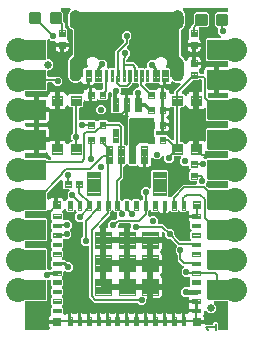
<source format=gtl>
G04 EAGLE Gerber RS-274X export*
G75*
%MOMM*%
%FSLAX34Y34*%
%LPD*%
%INTop Copper*%
%IPPOS*%
%AMOC8*
5,1,8,0,0,1.08239X$1,22.5*%
G01*
%ADD10C,0.152400*%
%ADD11C,0.102000*%
%ADD12C,0.600000*%
%ADD13C,0.099000*%
%ADD14C,0.300000*%
%ADD15C,0.635000*%
%ADD16C,0.096000*%
%ADD17C,1.020000*%
%ADD18C,2.040000*%
%ADD19C,0.100000*%
%ADD20C,0.101500*%
%ADD21C,0.105000*%
%ADD22C,0.177800*%
%ADD23C,0.558800*%
%ADD24C,0.304800*%
%ADD25C,0.203200*%
%ADD26C,0.406400*%
%ADD27C,0.254000*%
%ADD28C,0.200000*%

G36*
X61600Y60983D02*
X61600Y60983D01*
X69600Y60983D01*
X77600Y60983D01*
X85600Y60983D01*
X93600Y60983D01*
X101600Y60983D01*
X109600Y60983D01*
X117600Y60983D01*
X125600Y60983D01*
X133600Y60983D01*
X141600Y60983D01*
X149600Y60983D01*
X149718Y60998D01*
X149837Y61005D01*
X149875Y61017D01*
X149915Y61022D01*
X150026Y61066D01*
X150139Y61103D01*
X150173Y61125D01*
X150211Y61139D01*
X150307Y61209D01*
X150408Y61273D01*
X150436Y61303D01*
X150468Y61326D01*
X150469Y61327D01*
X150545Y61418D01*
X150607Y61485D01*
X150626Y61505D01*
X150646Y61541D01*
X150672Y61572D01*
X150722Y61679D01*
X150780Y61784D01*
X150790Y61823D01*
X150807Y61859D01*
X150829Y61976D01*
X150859Y62092D01*
X150863Y62152D01*
X150867Y62172D01*
X150866Y62192D01*
X150869Y62252D01*
X150869Y68793D01*
X151500Y68793D01*
X152366Y68561D01*
X152397Y68546D01*
X152423Y68541D01*
X152447Y68531D01*
X152579Y68511D01*
X152710Y68486D01*
X152736Y68488D01*
X152762Y68484D01*
X152894Y68498D01*
X153027Y68506D01*
X153052Y68514D01*
X153078Y68517D01*
X153203Y68563D01*
X153329Y68604D01*
X153352Y68618D01*
X153376Y68627D01*
X153486Y68703D01*
X153598Y68774D01*
X153616Y68793D01*
X153638Y68808D01*
X153725Y68909D01*
X153816Y69006D01*
X153829Y69029D01*
X153846Y69049D01*
X153905Y69168D01*
X153970Y69284D01*
X153976Y69310D01*
X153988Y69333D01*
X154016Y69463D01*
X154049Y69592D01*
X154051Y69630D01*
X154055Y69644D01*
X154054Y69666D01*
X154059Y69753D01*
X154059Y69983D01*
X160600Y69983D01*
X160718Y69998D01*
X160837Y70005D01*
X160875Y70017D01*
X160915Y70022D01*
X161026Y70066D01*
X161139Y70103D01*
X161173Y70125D01*
X161211Y70139D01*
X161307Y70209D01*
X161408Y70273D01*
X161436Y70303D01*
X161468Y70326D01*
X161469Y70327D01*
X161545Y70419D01*
X161626Y70505D01*
X161646Y70541D01*
X161672Y70572D01*
X161722Y70679D01*
X161780Y70784D01*
X161790Y70823D01*
X161807Y70859D01*
X161829Y70976D01*
X161859Y71092D01*
X161863Y71152D01*
X161867Y71172D01*
X161866Y71192D01*
X161869Y71252D01*
X161869Y79252D01*
X161854Y79370D01*
X161847Y79489D01*
X161835Y79527D01*
X161830Y79567D01*
X161786Y79678D01*
X161749Y79791D01*
X161727Y79825D01*
X161713Y79863D01*
X161643Y79959D01*
X161579Y80060D01*
X161578Y80060D01*
X161549Y80088D01*
X161526Y80120D01*
X161525Y80121D01*
X161433Y80197D01*
X161347Y80278D01*
X161311Y80298D01*
X161280Y80324D01*
X161173Y80374D01*
X161068Y80432D01*
X161029Y80442D01*
X160993Y80459D01*
X160876Y80481D01*
X160760Y80511D01*
X160700Y80515D01*
X160680Y80519D01*
X160660Y80518D01*
X160600Y80521D01*
X154059Y80521D01*
X154059Y81152D01*
X154142Y81460D01*
X154159Y81584D01*
X154182Y81708D01*
X154180Y81741D01*
X154185Y81775D01*
X154170Y81900D01*
X154163Y82025D01*
X154152Y82057D01*
X154148Y82091D01*
X154103Y82208D01*
X154064Y82327D01*
X154046Y82356D01*
X154034Y82387D01*
X153962Y82490D01*
X153894Y82596D01*
X153870Y82619D01*
X153850Y82647D01*
X153754Y82728D01*
X153663Y82814D01*
X153633Y82830D01*
X153607Y82852D01*
X153494Y82907D01*
X153384Y82968D01*
X153352Y82976D01*
X153321Y82991D01*
X153198Y83016D01*
X153076Y83047D01*
X153028Y83050D01*
X153009Y83054D01*
X152988Y83053D01*
X152916Y83057D01*
X150208Y83057D01*
X147827Y85438D01*
X147827Y88806D01*
X150208Y91187D01*
X154097Y91187D01*
X154235Y91204D01*
X154374Y91217D01*
X154393Y91224D01*
X154412Y91227D01*
X154542Y91278D01*
X154673Y91325D01*
X154689Y91336D01*
X154708Y91344D01*
X154821Y91426D01*
X154936Y91504D01*
X154949Y91519D01*
X154965Y91530D01*
X155055Y91638D01*
X155146Y91742D01*
X155155Y91760D01*
X155168Y91775D01*
X155228Y91902D01*
X155291Y92026D01*
X155295Y92045D01*
X155304Y92063D01*
X155330Y92199D01*
X155360Y92336D01*
X155360Y92356D01*
X155364Y92375D01*
X155355Y92514D01*
X155351Y92654D01*
X155345Y92673D01*
X155344Y92693D01*
X155329Y92738D01*
X155329Y97510D01*
X155418Y97617D01*
X155427Y97636D01*
X155439Y97652D01*
X155495Y97780D01*
X155554Y97905D01*
X155558Y97925D01*
X155566Y97944D01*
X155587Y98081D01*
X155614Y98218D01*
X155612Y98238D01*
X155615Y98258D01*
X155602Y98396D01*
X155594Y98535D01*
X155588Y98554D01*
X155586Y98574D01*
X155539Y98705D01*
X155496Y98837D01*
X155485Y98855D01*
X155478Y98874D01*
X155400Y98989D01*
X155326Y99106D01*
X155311Y99120D01*
X155300Y99137D01*
X155195Y99229D01*
X155094Y99324D01*
X155076Y99334D01*
X155061Y99347D01*
X154937Y99410D01*
X154815Y99478D01*
X154796Y99483D01*
X154778Y99492D01*
X154642Y99522D01*
X154508Y99557D01*
X154480Y99559D01*
X154468Y99562D01*
X154447Y99561D01*
X154347Y99567D01*
X150462Y99567D01*
X148081Y101948D01*
X148081Y105316D01*
X149678Y106913D01*
X149751Y107007D01*
X149830Y107096D01*
X149848Y107132D01*
X149873Y107164D01*
X149921Y107273D01*
X149975Y107379D01*
X149984Y107419D01*
X150000Y107456D01*
X150018Y107574D01*
X150044Y107690D01*
X150043Y107730D01*
X150049Y107770D01*
X150038Y107889D01*
X150035Y108007D01*
X150023Y108046D01*
X150020Y108087D01*
X149979Y108199D01*
X149946Y108313D01*
X149926Y108348D01*
X149912Y108386D01*
X149845Y108485D01*
X149785Y108587D01*
X149745Y108632D01*
X149733Y108649D01*
X149718Y108662D01*
X149678Y108708D01*
X146491Y111896D01*
X144779Y113607D01*
X144779Y118187D01*
X144767Y118285D01*
X144764Y118384D01*
X144747Y118442D01*
X144739Y118502D01*
X144703Y118594D01*
X144675Y118689D01*
X144645Y118741D01*
X144622Y118798D01*
X144564Y118878D01*
X144514Y118963D01*
X144448Y119039D01*
X144436Y119055D01*
X144426Y119063D01*
X144408Y119084D01*
X143001Y120490D01*
X143001Y123858D01*
X143963Y124820D01*
X144036Y124914D01*
X144115Y125003D01*
X144134Y125039D01*
X144158Y125071D01*
X144206Y125180D01*
X144260Y125286D01*
X144269Y125326D01*
X144285Y125363D01*
X144303Y125481D01*
X144329Y125597D01*
X144328Y125637D01*
X144334Y125677D01*
X144323Y125796D01*
X144320Y125914D01*
X144308Y125953D01*
X144305Y125994D01*
X144264Y126106D01*
X144231Y126220D01*
X144211Y126255D01*
X144197Y126293D01*
X144130Y126392D01*
X144070Y126494D01*
X144030Y126539D01*
X144018Y126556D01*
X144003Y126569D01*
X143963Y126615D01*
X139125Y131454D01*
X139046Y131514D01*
X138974Y131582D01*
X138921Y131611D01*
X138873Y131648D01*
X138782Y131688D01*
X138696Y131736D01*
X138637Y131751D01*
X138581Y131775D01*
X138483Y131790D01*
X138388Y131815D01*
X138288Y131821D01*
X138267Y131825D01*
X138255Y131823D01*
X138227Y131825D01*
X136238Y131825D01*
X133857Y134206D01*
X133857Y136195D01*
X133845Y136293D01*
X133842Y136392D01*
X133825Y136450D01*
X133817Y136511D01*
X133781Y136603D01*
X133754Y136698D01*
X133723Y136750D01*
X133700Y136806D01*
X133642Y136886D01*
X133592Y136972D01*
X133526Y137047D01*
X133514Y137064D01*
X133504Y137071D01*
X133486Y137092D01*
X133308Y137271D01*
X133198Y137356D01*
X133091Y137444D01*
X133072Y137453D01*
X133056Y137465D01*
X132928Y137521D01*
X132803Y137580D01*
X132783Y137584D01*
X132764Y137592D01*
X132627Y137614D01*
X132490Y137640D01*
X132470Y137639D01*
X132450Y137642D01*
X132312Y137629D01*
X132173Y137620D01*
X132154Y137614D01*
X132134Y137612D01*
X132003Y137565D01*
X131871Y137522D01*
X131853Y137511D01*
X131834Y137504D01*
X131720Y137426D01*
X131602Y137352D01*
X131588Y137337D01*
X131571Y137326D01*
X131479Y137222D01*
X131384Y137120D01*
X131374Y137103D01*
X131361Y137087D01*
X131297Y136963D01*
X131230Y136842D01*
X131225Y136822D01*
X131216Y136804D01*
X131186Y136668D01*
X131151Y136534D01*
X131149Y136506D01*
X131146Y136494D01*
X131147Y136473D01*
X131141Y136373D01*
X131141Y133541D01*
X122620Y133541D01*
X122502Y133526D01*
X122383Y133519D01*
X122345Y133506D01*
X122305Y133501D01*
X122194Y133457D01*
X122081Y133421D01*
X122046Y133399D01*
X122009Y133384D01*
X121913Y133314D01*
X121812Y133251D01*
X121784Y133221D01*
X121752Y133197D01*
X121676Y133106D01*
X121594Y133019D01*
X121575Y132984D01*
X121549Y132952D01*
X121498Y132845D01*
X121441Y132741D01*
X121430Y132701D01*
X121413Y132665D01*
X121391Y132548D01*
X121361Y132433D01*
X121357Y132372D01*
X121353Y132352D01*
X121355Y132332D01*
X121351Y132272D01*
X121351Y131001D01*
X121349Y131001D01*
X121349Y132272D01*
X121334Y132390D01*
X121327Y132509D01*
X121314Y132547D01*
X121309Y132587D01*
X121265Y132698D01*
X121229Y132811D01*
X121207Y132846D01*
X121192Y132883D01*
X121122Y132979D01*
X121059Y133080D01*
X121029Y133108D01*
X121005Y133140D01*
X120914Y133216D01*
X120827Y133298D01*
X120792Y133317D01*
X120760Y133343D01*
X120653Y133394D01*
X120549Y133451D01*
X120509Y133462D01*
X120473Y133479D01*
X120356Y133501D01*
X120241Y133531D01*
X120180Y133535D01*
X120160Y133539D01*
X120140Y133537D01*
X120080Y133541D01*
X104139Y133541D01*
X104139Y140793D01*
X104394Y140793D01*
X104512Y140808D01*
X104631Y140815D01*
X104669Y140827D01*
X104710Y140833D01*
X104820Y140876D01*
X104933Y140913D01*
X104968Y140935D01*
X105005Y140950D01*
X105101Y141019D01*
X105202Y141083D01*
X105230Y141113D01*
X105263Y141136D01*
X105339Y141228D01*
X105420Y141315D01*
X105440Y141350D01*
X105465Y141381D01*
X105516Y141489D01*
X105574Y141593D01*
X105584Y141633D01*
X105601Y141669D01*
X105623Y141786D01*
X105653Y141901D01*
X105657Y141961D01*
X105661Y141981D01*
X105659Y142002D01*
X105663Y142062D01*
X105663Y143764D01*
X105648Y143882D01*
X105641Y144001D01*
X105628Y144039D01*
X105623Y144080D01*
X105580Y144190D01*
X105543Y144303D01*
X105521Y144338D01*
X105506Y144375D01*
X105437Y144471D01*
X105373Y144572D01*
X105343Y144600D01*
X105320Y144633D01*
X105228Y144709D01*
X105141Y144790D01*
X105106Y144810D01*
X105075Y144835D01*
X104967Y144886D01*
X104863Y144944D01*
X104823Y144954D01*
X104787Y144971D01*
X104670Y144993D01*
X104555Y145023D01*
X104495Y145027D01*
X104475Y145031D01*
X104454Y145029D01*
X104394Y145033D01*
X95961Y145033D01*
X95863Y145021D01*
X95764Y145018D01*
X95706Y145001D01*
X95645Y144993D01*
X95553Y144957D01*
X95458Y144929D01*
X95406Y144899D01*
X95350Y144876D01*
X95270Y144818D01*
X95184Y144768D01*
X95109Y144702D01*
X95092Y144690D01*
X95085Y144680D01*
X95063Y144662D01*
X94352Y143951D01*
X94292Y143872D01*
X94224Y143800D01*
X94195Y143747D01*
X94158Y143699D01*
X94118Y143608D01*
X94070Y143522D01*
X94055Y143463D01*
X94031Y143407D01*
X94016Y143309D01*
X93991Y143214D01*
X93985Y143114D01*
X93981Y143093D01*
X93983Y143081D01*
X93981Y143053D01*
X93981Y142062D01*
X93996Y141944D01*
X94003Y141825D01*
X94016Y141787D01*
X94021Y141746D01*
X94064Y141636D01*
X94101Y141523D01*
X94123Y141488D01*
X94138Y141451D01*
X94207Y141355D01*
X94271Y141254D01*
X94301Y141226D01*
X94324Y141193D01*
X94416Y141117D01*
X94503Y141036D01*
X94538Y141016D01*
X94569Y140991D01*
X94677Y140940D01*
X94781Y140882D01*
X94821Y140872D01*
X94857Y140855D01*
X94974Y140833D01*
X95089Y140803D01*
X95149Y140799D01*
X95169Y140795D01*
X95190Y140797D01*
X95250Y140793D01*
X99061Y140793D01*
X99061Y133541D01*
X84389Y133541D01*
X84389Y140793D01*
X84582Y140793D01*
X84700Y140808D01*
X84819Y140815D01*
X84857Y140827D01*
X84898Y140833D01*
X85008Y140876D01*
X85121Y140913D01*
X85156Y140935D01*
X85193Y140950D01*
X85289Y141019D01*
X85390Y141083D01*
X85418Y141113D01*
X85451Y141136D01*
X85527Y141228D01*
X85608Y141315D01*
X85628Y141350D01*
X85653Y141381D01*
X85704Y141489D01*
X85762Y141593D01*
X85772Y141633D01*
X85789Y141669D01*
X85811Y141786D01*
X85841Y141901D01*
X85845Y141961D01*
X85849Y141981D01*
X85847Y142002D01*
X85851Y142062D01*
X85851Y145702D01*
X88232Y148083D01*
X91491Y148083D01*
X91589Y148095D01*
X91688Y148098D01*
X91746Y148115D01*
X91807Y148123D01*
X91899Y148159D01*
X91994Y148187D01*
X92046Y148217D01*
X92102Y148240D01*
X92182Y148298D01*
X92268Y148348D01*
X92343Y148414D01*
X92360Y148426D01*
X92367Y148436D01*
X92389Y148454D01*
X93163Y149229D01*
X93236Y149323D01*
X93315Y149413D01*
X93334Y149449D01*
X93358Y149481D01*
X93406Y149590D01*
X93460Y149696D01*
X93469Y149735D01*
X93485Y149772D01*
X93503Y149890D01*
X93529Y150006D01*
X93528Y150046D01*
X93534Y150086D01*
X93523Y150205D01*
X93520Y150324D01*
X93508Y150363D01*
X93505Y150403D01*
X93464Y150515D01*
X93431Y150630D01*
X93411Y150664D01*
X93397Y150702D01*
X93330Y150801D01*
X93270Y150903D01*
X93230Y150949D01*
X93218Y150966D01*
X93217Y150967D01*
X93217Y153712D01*
X93202Y153830D01*
X93195Y153949D01*
X93182Y153987D01*
X93177Y154028D01*
X93134Y154138D01*
X93097Y154251D01*
X93075Y154286D01*
X93060Y154323D01*
X92991Y154419D01*
X92927Y154520D01*
X92897Y154548D01*
X92874Y154581D01*
X92782Y154657D01*
X92695Y154738D01*
X92660Y154758D01*
X92629Y154783D01*
X92521Y154834D01*
X92417Y154892D01*
X92377Y154902D01*
X92341Y154919D01*
X92224Y154941D01*
X92109Y154971D01*
X92049Y154975D01*
X92029Y154979D01*
X92008Y154977D01*
X91948Y154981D01*
X91367Y154981D01*
X90498Y155850D01*
X90404Y155923D01*
X90314Y156002D01*
X90278Y156021D01*
X90246Y156045D01*
X90137Y156092D01*
X90031Y156147D01*
X89992Y156156D01*
X89954Y156172D01*
X89837Y156190D01*
X89721Y156216D01*
X89680Y156215D01*
X89640Y156221D01*
X89522Y156210D01*
X89403Y156207D01*
X89364Y156195D01*
X89324Y156192D01*
X89211Y156151D01*
X89097Y156118D01*
X89063Y156098D01*
X89024Y156084D01*
X88926Y156017D01*
X88823Y155957D01*
X88778Y155917D01*
X88761Y155905D01*
X88748Y155890D01*
X88703Y155850D01*
X88258Y155406D01*
X88198Y155328D01*
X88130Y155256D01*
X88101Y155203D01*
X88064Y155155D01*
X88024Y155064D01*
X87976Y154977D01*
X87961Y154919D01*
X87937Y154863D01*
X87922Y154765D01*
X87897Y154669D01*
X87891Y154569D01*
X87887Y154549D01*
X87889Y154537D01*
X87887Y154509D01*
X87887Y152471D01*
X78375Y142959D01*
X78290Y142850D01*
X78202Y142743D01*
X78193Y142724D01*
X78180Y142708D01*
X78125Y142580D01*
X78066Y142455D01*
X78062Y142435D01*
X78054Y142416D01*
X78032Y142278D01*
X78006Y142142D01*
X78007Y142122D01*
X78004Y142102D01*
X78017Y141963D01*
X78026Y141825D01*
X78032Y141806D01*
X78034Y141786D01*
X78081Y141654D01*
X78124Y141523D01*
X78135Y141505D01*
X78142Y141486D01*
X78220Y141371D01*
X78294Y141254D01*
X78309Y141240D01*
X78320Y141223D01*
X78425Y141131D01*
X78526Y141036D01*
X78543Y141026D01*
X78559Y141013D01*
X78683Y140949D01*
X78804Y140882D01*
X78824Y140877D01*
X78842Y140868D01*
X78978Y140838D01*
X79112Y140803D01*
X79140Y140801D01*
X79152Y140798D01*
X79173Y140799D01*
X79273Y140793D01*
X79311Y140793D01*
X79311Y132272D01*
X79326Y132154D01*
X79333Y132035D01*
X79346Y131997D01*
X79351Y131957D01*
X79394Y131846D01*
X79431Y131733D01*
X79453Y131698D01*
X79468Y131661D01*
X79538Y131565D01*
X79601Y131464D01*
X79631Y131436D01*
X79655Y131404D01*
X79746Y131328D01*
X79833Y131246D01*
X79868Y131227D01*
X79899Y131201D01*
X80007Y131150D01*
X80111Y131093D01*
X80151Y131082D01*
X80187Y131065D01*
X80304Y131043D01*
X80419Y131013D01*
X80480Y131009D01*
X80500Y131005D01*
X80520Y131007D01*
X80580Y131003D01*
X81851Y131003D01*
X81851Y131001D01*
X80580Y131001D01*
X80462Y130986D01*
X80343Y130979D01*
X80305Y130966D01*
X80265Y130961D01*
X80154Y130917D01*
X80041Y130881D01*
X80006Y130859D01*
X79969Y130844D01*
X79873Y130774D01*
X79772Y130711D01*
X79744Y130681D01*
X79711Y130657D01*
X79636Y130566D01*
X79554Y130479D01*
X79534Y130444D01*
X79509Y130412D01*
X79458Y130305D01*
X79400Y130201D01*
X79390Y130161D01*
X79373Y130125D01*
X79351Y130008D01*
X79321Y129893D01*
X79317Y129832D01*
X79313Y129812D01*
X79315Y129792D01*
X79311Y129732D01*
X79311Y112522D01*
X79326Y112404D01*
X79333Y112285D01*
X79346Y112247D01*
X79351Y112207D01*
X79394Y112096D01*
X79431Y111983D01*
X79453Y111948D01*
X79468Y111911D01*
X79538Y111815D01*
X79601Y111714D01*
X79631Y111686D01*
X79655Y111654D01*
X79746Y111578D01*
X79833Y111496D01*
X79868Y111477D01*
X79899Y111451D01*
X80007Y111400D01*
X80111Y111343D01*
X80151Y111332D01*
X80187Y111315D01*
X80304Y111293D01*
X80419Y111263D01*
X80480Y111259D01*
X80500Y111255D01*
X80520Y111257D01*
X80580Y111253D01*
X81851Y111253D01*
X81851Y111251D01*
X80580Y111251D01*
X80462Y111236D01*
X80343Y111229D01*
X80305Y111216D01*
X80265Y111211D01*
X80154Y111167D01*
X80041Y111131D01*
X80006Y111109D01*
X79969Y111094D01*
X79873Y111024D01*
X79772Y110961D01*
X79744Y110931D01*
X79711Y110907D01*
X79636Y110816D01*
X79554Y110729D01*
X79534Y110694D01*
X79509Y110662D01*
X79458Y110555D01*
X79400Y110451D01*
X79390Y110411D01*
X79373Y110375D01*
X79351Y110258D01*
X79321Y110143D01*
X79317Y110082D01*
X79313Y110062D01*
X79315Y110042D01*
X79311Y109982D01*
X79311Y92772D01*
X79326Y92654D01*
X79333Y92535D01*
X79346Y92497D01*
X79351Y92457D01*
X79394Y92346D01*
X79431Y92233D01*
X79453Y92198D01*
X79468Y92161D01*
X79538Y92065D01*
X79601Y91964D01*
X79631Y91936D01*
X79655Y91904D01*
X79746Y91828D01*
X79833Y91746D01*
X79868Y91727D01*
X79899Y91701D01*
X80007Y91650D01*
X80111Y91593D01*
X80151Y91582D01*
X80187Y91565D01*
X80304Y91543D01*
X80419Y91513D01*
X80480Y91509D01*
X80500Y91505D01*
X80520Y91507D01*
X80580Y91503D01*
X81851Y91503D01*
X81851Y90232D01*
X81866Y90114D01*
X81873Y89995D01*
X81886Y89957D01*
X81891Y89917D01*
X81935Y89806D01*
X81971Y89693D01*
X81993Y89658D01*
X82008Y89621D01*
X82078Y89525D01*
X82141Y89424D01*
X82171Y89396D01*
X82195Y89363D01*
X82286Y89288D01*
X82373Y89206D01*
X82408Y89186D01*
X82440Y89161D01*
X82547Y89110D01*
X82651Y89052D01*
X82691Y89042D01*
X82727Y89025D01*
X82844Y89003D01*
X82959Y88973D01*
X83020Y88969D01*
X83040Y88965D01*
X83060Y88967D01*
X83120Y88963D01*
X100330Y88963D01*
X100448Y88978D01*
X100567Y88985D01*
X100605Y88998D01*
X100645Y89003D01*
X100756Y89046D01*
X100869Y89083D01*
X100904Y89105D01*
X100941Y89120D01*
X101037Y89190D01*
X101138Y89253D01*
X101166Y89283D01*
X101198Y89307D01*
X101274Y89398D01*
X101356Y89485D01*
X101375Y89520D01*
X101401Y89551D01*
X101452Y89659D01*
X101509Y89763D01*
X101520Y89803D01*
X101537Y89839D01*
X101559Y89956D01*
X101589Y90071D01*
X101593Y90132D01*
X101597Y90152D01*
X101595Y90172D01*
X101599Y90232D01*
X101599Y91503D01*
X101601Y91503D01*
X101601Y90232D01*
X101616Y90114D01*
X101623Y89995D01*
X101636Y89957D01*
X101641Y89917D01*
X101685Y89806D01*
X101721Y89693D01*
X101743Y89658D01*
X101758Y89621D01*
X101828Y89525D01*
X101891Y89424D01*
X101921Y89396D01*
X101945Y89363D01*
X102036Y89288D01*
X102123Y89206D01*
X102158Y89186D01*
X102190Y89161D01*
X102297Y89110D01*
X102401Y89052D01*
X102441Y89042D01*
X102477Y89025D01*
X102594Y89003D01*
X102709Y88973D01*
X102770Y88969D01*
X102790Y88965D01*
X102810Y88967D01*
X102870Y88963D01*
X118811Y88963D01*
X118811Y81405D01*
X118798Y81391D01*
X118765Y81368D01*
X118689Y81276D01*
X118608Y81189D01*
X118588Y81154D01*
X118563Y81123D01*
X118512Y81015D01*
X118454Y80911D01*
X118444Y80871D01*
X118427Y80835D01*
X118405Y80718D01*
X118375Y80603D01*
X118371Y80543D01*
X118367Y80523D01*
X118369Y80502D01*
X118365Y80442D01*
X118365Y78326D01*
X115984Y75945D01*
X112616Y75945D01*
X111210Y77352D01*
X111132Y77412D01*
X111060Y77480D01*
X111007Y77509D01*
X110959Y77546D01*
X110868Y77586D01*
X110781Y77634D01*
X110723Y77649D01*
X110667Y77673D01*
X110569Y77688D01*
X110473Y77713D01*
X110373Y77719D01*
X110353Y77723D01*
X110341Y77721D01*
X110313Y77723D01*
X74237Y77723D01*
X69595Y82365D01*
X69595Y124968D01*
X69580Y125086D01*
X69573Y125205D01*
X69560Y125243D01*
X69555Y125284D01*
X69512Y125394D01*
X69475Y125507D01*
X69453Y125542D01*
X69438Y125579D01*
X69369Y125675D01*
X69305Y125776D01*
X69275Y125804D01*
X69252Y125837D01*
X69160Y125913D01*
X69073Y125994D01*
X69038Y126014D01*
X69007Y126039D01*
X68899Y126090D01*
X68795Y126148D01*
X68755Y126158D01*
X68719Y126175D01*
X68602Y126197D01*
X68487Y126227D01*
X68427Y126231D01*
X68407Y126235D01*
X68386Y126233D01*
X68326Y126237D01*
X65118Y126237D01*
X62737Y128618D01*
X62737Y131986D01*
X64144Y133392D01*
X64204Y133470D01*
X64272Y133542D01*
X64301Y133595D01*
X64338Y133643D01*
X64378Y133734D01*
X64426Y133821D01*
X64441Y133879D01*
X64465Y133935D01*
X64480Y134033D01*
X64505Y134129D01*
X64511Y134229D01*
X64515Y134249D01*
X64513Y134261D01*
X64515Y134289D01*
X64515Y145288D01*
X64500Y145406D01*
X64493Y145525D01*
X64480Y145563D01*
X64475Y145604D01*
X64432Y145714D01*
X64395Y145827D01*
X64373Y145862D01*
X64358Y145899D01*
X64289Y145995D01*
X64225Y146096D01*
X64195Y146124D01*
X64172Y146157D01*
X64080Y146233D01*
X63993Y146314D01*
X63958Y146334D01*
X63927Y146359D01*
X63819Y146410D01*
X63715Y146468D01*
X63675Y146478D01*
X63639Y146495D01*
X63522Y146517D01*
X63407Y146547D01*
X63347Y146551D01*
X63327Y146555D01*
X63306Y146553D01*
X63246Y146557D01*
X60038Y146557D01*
X57657Y148938D01*
X57657Y152306D01*
X58952Y153601D01*
X59025Y153695D01*
X59104Y153784D01*
X59122Y153820D01*
X59147Y153852D01*
X59195Y153961D01*
X59249Y154067D01*
X59257Y154107D01*
X59274Y154144D01*
X59292Y154261D01*
X59318Y154377D01*
X59317Y154418D01*
X59323Y154458D01*
X59312Y154576D01*
X59309Y154695D01*
X59297Y154734D01*
X59294Y154774D01*
X59253Y154887D01*
X59220Y155001D01*
X59200Y155036D01*
X59186Y155074D01*
X59119Y155172D01*
X59059Y155275D01*
X59019Y155320D01*
X59007Y155337D01*
X58992Y155350D01*
X58952Y155396D01*
X58498Y155850D01*
X58403Y155923D01*
X58314Y156002D01*
X58278Y156020D01*
X58246Y156045D01*
X58137Y156093D01*
X58031Y156147D01*
X57992Y156156D01*
X57954Y156172D01*
X57837Y156190D01*
X57721Y156216D01*
X57680Y156215D01*
X57640Y156221D01*
X57522Y156210D01*
X57403Y156207D01*
X57364Y156195D01*
X57324Y156192D01*
X57211Y156151D01*
X57097Y156118D01*
X57063Y156098D01*
X57024Y156084D01*
X56926Y156017D01*
X56823Y155957D01*
X56778Y155917D01*
X56761Y155905D01*
X56748Y155890D01*
X56703Y155850D01*
X55833Y154981D01*
X51367Y154981D01*
X50328Y156020D01*
X50311Y156154D01*
X50296Y156299D01*
X50291Y156311D01*
X50289Y156325D01*
X50236Y156460D01*
X50185Y156597D01*
X50177Y156608D01*
X50172Y156621D01*
X50087Y156738D01*
X50004Y156858D01*
X49993Y156867D01*
X49986Y156878D01*
X49874Y156971D01*
X49763Y157066D01*
X49751Y157072D01*
X49741Y157081D01*
X49609Y157143D01*
X49478Y157208D01*
X49465Y157210D01*
X49453Y157216D01*
X49310Y157243D01*
X49167Y157274D01*
X49154Y157273D01*
X49141Y157276D01*
X48996Y157267D01*
X48850Y157261D01*
X48836Y157257D01*
X48823Y157256D01*
X48685Y157212D01*
X48545Y157169D01*
X48533Y157162D01*
X48521Y157158D01*
X48398Y157080D01*
X48273Y157005D01*
X48263Y156995D01*
X48252Y156988D01*
X48152Y156882D01*
X48050Y156778D01*
X48040Y156763D01*
X48034Y156756D01*
X48026Y156742D01*
X47961Y156644D01*
X47528Y155895D01*
X47392Y155759D01*
X47319Y155665D01*
X47241Y155575D01*
X47222Y155539D01*
X47197Y155508D01*
X47150Y155398D01*
X47096Y155292D01*
X47087Y155253D01*
X47071Y155216D01*
X47052Y155098D01*
X47026Y154982D01*
X47028Y154941D01*
X47021Y154902D01*
X47032Y154783D01*
X47036Y154664D01*
X47047Y154625D01*
X47051Y154585D01*
X47091Y154473D01*
X47124Y154359D01*
X47145Y154324D01*
X47159Y154286D01*
X47225Y154187D01*
X47286Y154085D01*
X47326Y154039D01*
X47337Y154023D01*
X47353Y154009D01*
X47392Y153964D01*
X47871Y153485D01*
X47871Y148844D01*
X47886Y148726D01*
X47893Y148607D01*
X47906Y148569D01*
X47911Y148528D01*
X47954Y148418D01*
X47991Y148305D01*
X48013Y148270D01*
X48028Y148233D01*
X48097Y148137D01*
X48161Y148036D01*
X48191Y148008D01*
X48214Y147975D01*
X48306Y147899D01*
X48393Y147818D01*
X48428Y147798D01*
X48459Y147773D01*
X48567Y147722D01*
X48671Y147664D01*
X48711Y147654D01*
X48747Y147637D01*
X48864Y147615D01*
X48979Y147585D01*
X49039Y147581D01*
X49059Y147577D01*
X49080Y147579D01*
X49140Y147575D01*
X52546Y147575D01*
X54927Y145194D01*
X54927Y141826D01*
X53667Y140566D01*
X53594Y140472D01*
X53515Y140383D01*
X53497Y140347D01*
X53472Y140315D01*
X53425Y140206D01*
X53371Y140100D01*
X53362Y140061D01*
X53346Y140023D01*
X53327Y139906D01*
X53301Y139790D01*
X53302Y139749D01*
X53296Y139709D01*
X53307Y139591D01*
X53311Y139472D01*
X53322Y139433D01*
X53326Y139393D01*
X53366Y139281D01*
X53399Y139166D01*
X53419Y139131D01*
X53433Y139093D01*
X53500Y138995D01*
X53561Y138892D01*
X53600Y138847D01*
X53612Y138830D01*
X53627Y138817D01*
X53667Y138771D01*
X54865Y137574D01*
X54865Y134206D01*
X52484Y131825D01*
X48595Y131825D01*
X48457Y131808D01*
X48319Y131795D01*
X48300Y131788D01*
X48280Y131785D01*
X48150Y131734D01*
X48019Y131687D01*
X48003Y131676D01*
X47984Y131668D01*
X47871Y131587D01*
X47756Y131509D01*
X47743Y131493D01*
X47727Y131482D01*
X47638Y131374D01*
X47546Y131270D01*
X47537Y131252D01*
X47524Y131237D01*
X47465Y131111D01*
X47401Y130987D01*
X47397Y130967D01*
X47388Y130949D01*
X47362Y130813D01*
X47332Y130677D01*
X47332Y130656D01*
X47328Y130637D01*
X47337Y130498D01*
X47341Y130359D01*
X47347Y130339D01*
X47348Y130319D01*
X47391Y130187D01*
X47430Y130053D01*
X47440Y130036D01*
X47446Y130017D01*
X47521Y129899D01*
X47591Y129779D01*
X47610Y129758D01*
X47616Y129748D01*
X47631Y129734D01*
X47698Y129658D01*
X47871Y129485D01*
X47871Y125019D01*
X47002Y124150D01*
X46929Y124056D01*
X46850Y123966D01*
X46831Y123930D01*
X46807Y123898D01*
X46760Y123789D01*
X46705Y123683D01*
X46696Y123644D01*
X46680Y123606D01*
X46662Y123489D01*
X46636Y123373D01*
X46637Y123332D01*
X46631Y123292D01*
X46642Y123174D01*
X46645Y123055D01*
X46657Y123016D01*
X46660Y122976D01*
X46701Y122863D01*
X46734Y122749D01*
X46754Y122715D01*
X46768Y122676D01*
X46835Y122578D01*
X46895Y122475D01*
X46935Y122430D01*
X46947Y122413D01*
X46962Y122400D01*
X47002Y122355D01*
X47871Y121485D01*
X47871Y117019D01*
X47002Y116150D01*
X46929Y116056D01*
X46850Y115966D01*
X46831Y115930D01*
X46807Y115898D01*
X46760Y115789D01*
X46705Y115683D01*
X46696Y115644D01*
X46680Y115606D01*
X46662Y115489D01*
X46636Y115373D01*
X46637Y115332D01*
X46631Y115292D01*
X46642Y115174D01*
X46645Y115055D01*
X46657Y115016D01*
X46660Y114976D01*
X46701Y114863D01*
X46734Y114749D01*
X46754Y114715D01*
X46768Y114676D01*
X46835Y114578D01*
X46895Y114475D01*
X46935Y114430D01*
X46947Y114413D01*
X46962Y114400D01*
X47002Y114355D01*
X47192Y114164D01*
X47270Y114104D01*
X47342Y114036D01*
X47395Y114007D01*
X47443Y113970D01*
X47534Y113930D01*
X47621Y113882D01*
X47679Y113867D01*
X47735Y113843D01*
X47833Y113828D01*
X47929Y113803D01*
X48029Y113797D01*
X48049Y113793D01*
X48061Y113795D01*
X48089Y113793D01*
X49820Y113793D01*
X51227Y112386D01*
X51305Y112326D01*
X51377Y112258D01*
X51430Y112229D01*
X51478Y112192D01*
X51569Y112152D01*
X51656Y112104D01*
X51714Y112089D01*
X51770Y112065D01*
X51868Y112050D01*
X51963Y112025D01*
X52063Y112019D01*
X52084Y112015D01*
X52096Y112017D01*
X52124Y112015D01*
X53754Y112015D01*
X56135Y109634D01*
X56135Y106266D01*
X53754Y103885D01*
X50386Y103885D01*
X50037Y104234D01*
X49928Y104319D01*
X49821Y104408D01*
X49802Y104417D01*
X49786Y104429D01*
X49658Y104484D01*
X49533Y104544D01*
X49513Y104547D01*
X49494Y104555D01*
X49356Y104577D01*
X49220Y104603D01*
X49200Y104602D01*
X49180Y104605D01*
X49041Y104592D01*
X48903Y104584D01*
X48884Y104577D01*
X48864Y104575D01*
X48733Y104528D01*
X48601Y104486D01*
X48583Y104475D01*
X48564Y104468D01*
X48450Y104390D01*
X48332Y104315D01*
X48318Y104301D01*
X48301Y104289D01*
X48209Y104185D01*
X48114Y104084D01*
X48104Y104066D01*
X48091Y104051D01*
X48028Y103927D01*
X47960Y103805D01*
X47955Y103786D01*
X47946Y103768D01*
X47916Y103632D01*
X47881Y103497D01*
X47879Y103469D01*
X47876Y103457D01*
X47877Y103437D01*
X47871Y103337D01*
X47871Y101019D01*
X47002Y100150D01*
X46929Y100056D01*
X46850Y99966D01*
X46831Y99930D01*
X46807Y99898D01*
X46760Y99789D01*
X46705Y99683D01*
X46696Y99644D01*
X46680Y99606D01*
X46662Y99489D01*
X46636Y99373D01*
X46637Y99332D01*
X46631Y99292D01*
X46642Y99174D01*
X46645Y99055D01*
X46657Y99016D01*
X46660Y98976D01*
X46701Y98863D01*
X46734Y98749D01*
X46754Y98715D01*
X46768Y98676D01*
X46835Y98578D01*
X46895Y98475D01*
X46935Y98430D01*
X46947Y98413D01*
X46962Y98400D01*
X47002Y98355D01*
X47871Y97485D01*
X47871Y93019D01*
X47002Y92150D01*
X46929Y92056D01*
X46850Y91966D01*
X46831Y91930D01*
X46807Y91898D01*
X46760Y91789D01*
X46705Y91683D01*
X46696Y91644D01*
X46680Y91606D01*
X46662Y91489D01*
X46636Y91373D01*
X46637Y91332D01*
X46631Y91292D01*
X46642Y91174D01*
X46645Y91055D01*
X46657Y91016D01*
X46660Y90976D01*
X46701Y90863D01*
X46734Y90749D01*
X46754Y90715D01*
X46768Y90676D01*
X46835Y90578D01*
X46895Y90475D01*
X46935Y90430D01*
X46947Y90413D01*
X46962Y90400D01*
X47002Y90355D01*
X47871Y89485D01*
X47871Y85019D01*
X47002Y84150D01*
X46929Y84056D01*
X46850Y83966D01*
X46831Y83930D01*
X46807Y83898D01*
X46760Y83789D01*
X46705Y83683D01*
X46696Y83644D01*
X46680Y83606D01*
X46662Y83489D01*
X46636Y83373D01*
X46637Y83332D01*
X46631Y83292D01*
X46642Y83174D01*
X46645Y83055D01*
X46657Y83016D01*
X46660Y82976D01*
X46701Y82863D01*
X46734Y82749D01*
X46754Y82715D01*
X46768Y82676D01*
X46835Y82578D01*
X46895Y82475D01*
X46935Y82430D01*
X46947Y82413D01*
X46962Y82400D01*
X47002Y82355D01*
X47871Y81485D01*
X47871Y77019D01*
X47002Y76150D01*
X46929Y76056D01*
X46850Y75966D01*
X46831Y75930D01*
X46807Y75898D01*
X46760Y75789D01*
X46705Y75683D01*
X46696Y75644D01*
X46680Y75606D01*
X46662Y75489D01*
X46636Y75373D01*
X46637Y75332D01*
X46631Y75292D01*
X46642Y75174D01*
X46645Y75055D01*
X46657Y75016D01*
X46660Y74976D01*
X46701Y74863D01*
X46734Y74749D01*
X46754Y74715D01*
X46768Y74676D01*
X46835Y74578D01*
X46895Y74475D01*
X46935Y74430D01*
X46947Y74413D01*
X46962Y74400D01*
X47002Y74355D01*
X47871Y73485D01*
X47871Y68887D01*
X47888Y68749D01*
X47901Y68611D01*
X47908Y68592D01*
X47911Y68572D01*
X47962Y68442D01*
X48009Y68312D01*
X48020Y68295D01*
X48028Y68276D01*
X48109Y68163D01*
X48187Y68048D01*
X48203Y68035D01*
X48214Y68019D01*
X48322Y67930D01*
X48426Y67838D01*
X48444Y67829D01*
X48459Y67816D01*
X48585Y67757D01*
X48709Y67693D01*
X48729Y67689D01*
X48747Y67680D01*
X48883Y67654D01*
X49019Y67624D01*
X49040Y67624D01*
X49059Y67621D01*
X49198Y67629D01*
X49337Y67633D01*
X49357Y67639D01*
X49377Y67640D01*
X49509Y67683D01*
X49643Y67722D01*
X49660Y67732D01*
X49679Y67738D01*
X49797Y67813D01*
X49917Y67883D01*
X49938Y67902D01*
X49948Y67908D01*
X49962Y67923D01*
X50038Y67990D01*
X50233Y68185D01*
X50926Y68586D01*
X51700Y68793D01*
X52331Y68793D01*
X52331Y62252D01*
X52346Y62134D01*
X52353Y62015D01*
X52365Y61977D01*
X52370Y61937D01*
X52414Y61826D01*
X52451Y61713D01*
X52473Y61679D01*
X52487Y61641D01*
X52557Y61545D01*
X52621Y61444D01*
X52622Y61444D01*
X52651Y61416D01*
X52674Y61384D01*
X52675Y61383D01*
X52767Y61307D01*
X52853Y61226D01*
X52889Y61206D01*
X52920Y61180D01*
X53027Y61130D01*
X53132Y61072D01*
X53171Y61062D01*
X53207Y61045D01*
X53324Y61023D01*
X53440Y60993D01*
X53500Y60989D01*
X53520Y60985D01*
X53540Y60986D01*
X53600Y60983D01*
X61600Y60983D01*
X61600Y60983D01*
G37*
G36*
X145898Y265426D02*
X145898Y265426D01*
X145904Y265432D01*
X145909Y265429D01*
X146966Y265799D01*
X146970Y265806D01*
X146976Y265803D01*
X147924Y266399D01*
X147927Y266407D01*
X147932Y266406D01*
X148724Y267198D01*
X148725Y267206D01*
X148731Y267206D01*
X149327Y268154D01*
X149326Y268163D01*
X149331Y268164D01*
X149701Y269221D01*
X149700Y269225D01*
X149702Y269227D01*
X149700Y269230D01*
X149704Y269232D01*
X149829Y270345D01*
X149827Y270348D01*
X149829Y270350D01*
X149829Y281350D01*
X149827Y281353D01*
X149829Y281356D01*
X149704Y282468D01*
X149698Y282474D01*
X149701Y282479D01*
X149331Y283536D01*
X149325Y283540D01*
X149327Y283546D01*
X148731Y284494D01*
X148723Y284497D01*
X148724Y284502D01*
X147932Y285294D01*
X147924Y285295D01*
X147924Y285301D01*
X146976Y285897D01*
X146967Y285896D01*
X146966Y285901D01*
X146149Y286187D01*
X146149Y303507D01*
X146137Y303605D01*
X146134Y303704D01*
X146123Y303740D01*
X146123Y303747D01*
X146116Y303768D01*
X146109Y303822D01*
X146097Y303854D01*
X146097Y307671D01*
X146099Y307675D01*
X146114Y307773D01*
X146139Y307869D01*
X146145Y307969D01*
X146149Y307989D01*
X146147Y308002D01*
X146149Y308030D01*
X146149Y309813D01*
X146966Y310099D01*
X146970Y310106D01*
X146976Y310103D01*
X147924Y310699D01*
X147927Y310707D01*
X147932Y310706D01*
X148724Y311498D01*
X148725Y311506D01*
X148731Y311506D01*
X149327Y312454D01*
X149326Y312463D01*
X149331Y312464D01*
X149701Y313521D01*
X149700Y313525D01*
X149702Y313527D01*
X149700Y313530D01*
X149704Y313532D01*
X149829Y314645D01*
X149827Y314648D01*
X149829Y314650D01*
X149829Y320650D01*
X149827Y320653D01*
X149829Y320656D01*
X149704Y321768D01*
X149698Y321774D01*
X149701Y321779D01*
X149331Y322836D01*
X149325Y322840D01*
X149327Y322846D01*
X148731Y323794D01*
X148723Y323797D01*
X148724Y323802D01*
X147932Y324594D01*
X147924Y324595D01*
X147924Y324601D01*
X146976Y325197D01*
X146967Y325196D01*
X146966Y325201D01*
X145909Y325571D01*
X145901Y325569D01*
X145898Y325574D01*
X144786Y325699D01*
X144778Y325695D01*
X144775Y325699D01*
X143662Y325574D01*
X143656Y325568D01*
X143651Y325571D01*
X142594Y325201D01*
X142590Y325195D01*
X142584Y325197D01*
X141636Y324601D01*
X141633Y324593D01*
X141628Y324594D01*
X140883Y323849D01*
X62317Y323849D01*
X61572Y324594D01*
X61564Y324595D01*
X61564Y324601D01*
X60616Y325197D01*
X60607Y325196D01*
X60606Y325201D01*
X59549Y325571D01*
X59541Y325569D01*
X59538Y325574D01*
X58426Y325699D01*
X58418Y325695D01*
X58415Y325699D01*
X57302Y325574D01*
X57296Y325568D01*
X57291Y325571D01*
X56234Y325201D01*
X56230Y325195D01*
X56224Y325197D01*
X55276Y324601D01*
X55273Y324593D01*
X55268Y324594D01*
X54476Y323802D01*
X54475Y323794D01*
X54469Y323794D01*
X53873Y322846D01*
X53874Y322837D01*
X53869Y322836D01*
X53499Y321779D01*
X53501Y321771D01*
X53496Y321768D01*
X53371Y320656D01*
X53373Y320652D01*
X53371Y320650D01*
X53371Y314650D01*
X53373Y314647D01*
X53371Y314645D01*
X53496Y313532D01*
X53502Y313526D01*
X53499Y313521D01*
X53869Y312464D01*
X53876Y312460D01*
X53873Y312454D01*
X54469Y311506D01*
X54477Y311503D01*
X54476Y311498D01*
X55268Y310706D01*
X55276Y310705D01*
X55276Y310699D01*
X56224Y310103D01*
X56233Y310104D01*
X56234Y310099D01*
X57151Y309778D01*
X57151Y286222D01*
X56234Y285901D01*
X56230Y285895D01*
X56224Y285897D01*
X55276Y285301D01*
X55273Y285293D01*
X55268Y285294D01*
X54476Y284502D01*
X54475Y284494D01*
X54469Y284494D01*
X53873Y283546D01*
X53874Y283539D01*
X53870Y283537D01*
X53870Y283536D01*
X53869Y283536D01*
X53499Y282479D01*
X53501Y282471D01*
X53496Y282468D01*
X53371Y281356D01*
X53373Y281352D01*
X53371Y281350D01*
X53371Y270350D01*
X53373Y270347D01*
X53371Y270345D01*
X53496Y269232D01*
X53502Y269226D01*
X53499Y269221D01*
X53869Y268164D01*
X53876Y268160D01*
X53873Y268154D01*
X54469Y267206D01*
X54477Y267203D01*
X54476Y267198D01*
X55268Y266406D01*
X55276Y266405D01*
X55276Y266399D01*
X56224Y265803D01*
X56233Y265804D01*
X56234Y265799D01*
X57291Y265429D01*
X57299Y265431D01*
X57302Y265426D01*
X58415Y265301D01*
X58422Y265305D01*
X58426Y265301D01*
X59538Y265426D01*
X59544Y265432D01*
X59549Y265429D01*
X60606Y265799D01*
X60610Y265806D01*
X60616Y265803D01*
X61564Y266399D01*
X61567Y266407D01*
X61572Y266406D01*
X62364Y267198D01*
X62365Y267206D01*
X62371Y267206D01*
X62967Y268154D01*
X62966Y268163D01*
X62971Y268164D01*
X63341Y269221D01*
X63340Y269225D01*
X63342Y269227D01*
X63340Y269230D01*
X63344Y269232D01*
X63345Y269241D01*
X63810Y269241D01*
X63928Y269256D01*
X64047Y269263D01*
X64085Y269276D01*
X64126Y269281D01*
X64236Y269324D01*
X64349Y269361D01*
X64384Y269383D01*
X64421Y269398D01*
X64517Y269468D01*
X64618Y269531D01*
X64646Y269561D01*
X64679Y269584D01*
X64755Y269676D01*
X64836Y269763D01*
X64856Y269798D01*
X64881Y269829D01*
X64932Y269937D01*
X64990Y270041D01*
X65000Y270081D01*
X65017Y270117D01*
X65039Y270234D01*
X65069Y270349D01*
X65073Y270410D01*
X65077Y270430D01*
X65075Y270450D01*
X65079Y270510D01*
X65079Y275328D01*
X66122Y276371D01*
X67337Y276371D01*
X67386Y276377D01*
X67436Y276375D01*
X67543Y276397D01*
X67653Y276411D01*
X67699Y276429D01*
X67747Y276439D01*
X67846Y276487D01*
X67948Y276528D01*
X67988Y276557D01*
X68033Y276579D01*
X68117Y276650D01*
X68206Y276714D01*
X68237Y276753D01*
X68275Y276785D01*
X68338Y276875D01*
X68408Y276959D01*
X68430Y277004D01*
X68458Y277045D01*
X68497Y277148D01*
X68544Y277247D01*
X68553Y277296D01*
X68571Y277342D01*
X68583Y277452D01*
X68604Y277559D01*
X68601Y277609D01*
X68606Y277658D01*
X68591Y277767D01*
X68584Y277877D01*
X68569Y277924D01*
X68562Y277973D01*
X68510Y278126D01*
X67671Y280150D01*
X67671Y282150D01*
X68437Y283999D01*
X69851Y285413D01*
X71700Y286179D01*
X73700Y286179D01*
X75549Y285413D01*
X76973Y283989D01*
X76982Y283963D01*
X77044Y283872D01*
X77098Y283777D01*
X77133Y283741D01*
X77161Y283700D01*
X77243Y283627D01*
X77319Y283548D01*
X77362Y283522D01*
X77399Y283489D01*
X77497Y283439D01*
X77591Y283382D01*
X77638Y283367D01*
X77682Y283345D01*
X77790Y283321D01*
X77895Y283288D01*
X77944Y283286D01*
X77993Y283275D01*
X78103Y283278D01*
X78212Y283273D01*
X78261Y283283D01*
X78311Y283285D01*
X78416Y283315D01*
X78524Y283338D01*
X78568Y283359D01*
X78616Y283373D01*
X78711Y283429D01*
X78809Y283477D01*
X78847Y283510D01*
X78890Y283535D01*
X79011Y283641D01*
X79088Y283719D01*
X82456Y283719D01*
X84837Y281338D01*
X84837Y277640D01*
X84852Y277522D01*
X84859Y277403D01*
X84872Y277365D01*
X84877Y277324D01*
X84920Y277214D01*
X84957Y277101D01*
X84979Y277066D01*
X84994Y277029D01*
X85063Y276933D01*
X85127Y276832D01*
X85157Y276804D01*
X85180Y276771D01*
X85272Y276695D01*
X85359Y276614D01*
X85394Y276594D01*
X85425Y276569D01*
X85533Y276518D01*
X85637Y276460D01*
X85677Y276450D01*
X85713Y276433D01*
X85805Y276416D01*
X85886Y276344D01*
X85922Y276326D01*
X85954Y276301D01*
X86063Y276254D01*
X86169Y276199D01*
X86208Y276191D01*
X86246Y276175D01*
X86363Y276156D01*
X86479Y276130D01*
X86520Y276131D01*
X86560Y276125D01*
X86678Y276136D01*
X86797Y276139D01*
X86836Y276151D01*
X86876Y276155D01*
X86988Y276195D01*
X87103Y276228D01*
X87137Y276248D01*
X87176Y276262D01*
X87274Y276329D01*
X87345Y276371D01*
X90671Y276371D01*
X90789Y276386D01*
X90908Y276393D01*
X90946Y276406D01*
X90987Y276411D01*
X91097Y276454D01*
X91210Y276491D01*
X91245Y276513D01*
X91282Y276528D01*
X91378Y276597D01*
X91479Y276661D01*
X91507Y276691D01*
X91540Y276714D01*
X91616Y276806D01*
X91697Y276893D01*
X91717Y276928D01*
X91742Y276959D01*
X91793Y277067D01*
X91851Y277171D01*
X91861Y277211D01*
X91878Y277247D01*
X91900Y277364D01*
X91930Y277479D01*
X91934Y277539D01*
X91938Y277559D01*
X91936Y277580D01*
X91940Y277640D01*
X91940Y291337D01*
X99069Y298465D01*
X99129Y298543D01*
X99197Y298615D01*
X99226Y298668D01*
X99263Y298716D01*
X99303Y298807D01*
X99351Y298894D01*
X99366Y298952D01*
X99390Y299008D01*
X99405Y299106D01*
X99430Y299202D01*
X99436Y299302D01*
X99440Y299322D01*
X99438Y299334D01*
X99440Y299362D01*
X99440Y299416D01*
X99428Y299514D01*
X99425Y299613D01*
X99408Y299671D01*
X99400Y299731D01*
X99364Y299823D01*
X99336Y299918D01*
X99306Y299970D01*
X99283Y300027D01*
X99225Y300107D01*
X99175Y300192D01*
X99109Y300268D01*
X99097Y300284D01*
X99087Y300292D01*
X99069Y300313D01*
X97535Y301846D01*
X97535Y305214D01*
X99916Y307595D01*
X103284Y307595D01*
X105665Y305214D01*
X105665Y301846D01*
X104131Y300313D01*
X104071Y300235D01*
X104003Y300163D01*
X103974Y300110D01*
X103937Y300062D01*
X103897Y299971D01*
X103849Y299884D01*
X103834Y299826D01*
X103810Y299770D01*
X103795Y299672D01*
X103770Y299576D01*
X103764Y299476D01*
X103760Y299456D01*
X103762Y299444D01*
X103760Y299416D01*
X103760Y297047D01*
X101946Y295234D01*
X101873Y295139D01*
X101794Y295050D01*
X101776Y295014D01*
X101751Y294982D01*
X101704Y294873D01*
X101649Y294767D01*
X101641Y294728D01*
X101625Y294690D01*
X101606Y294573D01*
X101580Y294457D01*
X101581Y294416D01*
X101575Y294376D01*
X101586Y294258D01*
X101589Y294139D01*
X101601Y294100D01*
X101605Y294060D01*
X101645Y293948D01*
X101678Y293833D01*
X101698Y293799D01*
X101712Y293760D01*
X101779Y293662D01*
X101839Y293559D01*
X101879Y293514D01*
X101891Y293497D01*
X101906Y293484D01*
X101946Y293439D01*
X104356Y291028D01*
X104356Y287661D01*
X102823Y286127D01*
X102762Y286049D01*
X102695Y285977D01*
X102665Y285924D01*
X102628Y285876D01*
X102589Y285785D01*
X102541Y285698D01*
X102526Y285640D01*
X102502Y285584D01*
X102486Y285486D01*
X102462Y285391D01*
X102455Y285291D01*
X102452Y285270D01*
X102453Y285258D01*
X102451Y285230D01*
X102451Y284640D01*
X101631Y283820D01*
X101571Y283741D01*
X101503Y283669D01*
X101474Y283616D01*
X101437Y283568D01*
X101397Y283477D01*
X101349Y283391D01*
X101334Y283332D01*
X101310Y283277D01*
X101295Y283179D01*
X101270Y283083D01*
X101264Y282983D01*
X101260Y282963D01*
X101262Y282950D01*
X101260Y282922D01*
X101260Y282829D01*
X101275Y282711D01*
X101282Y282592D01*
X101295Y282554D01*
X101300Y282513D01*
X101343Y282403D01*
X101380Y282290D01*
X101402Y282255D01*
X101417Y282218D01*
X101486Y282122D01*
X101550Y282021D01*
X101580Y281993D01*
X101603Y281960D01*
X101695Y281884D01*
X101782Y281803D01*
X101817Y281783D01*
X101848Y281758D01*
X101956Y281707D01*
X102060Y281649D01*
X102100Y281639D01*
X102136Y281622D01*
X102253Y281600D01*
X102368Y281570D01*
X102428Y281566D01*
X102448Y281562D01*
X102469Y281564D01*
X102529Y281560D01*
X107575Y281560D01*
X111260Y277875D01*
X111260Y277640D01*
X111275Y277522D01*
X111282Y277403D01*
X111295Y277365D01*
X111300Y277324D01*
X111343Y277214D01*
X111380Y277101D01*
X111402Y277066D01*
X111417Y277029D01*
X111486Y276933D01*
X111550Y276832D01*
X111580Y276804D01*
X111603Y276771D01*
X111695Y276695D01*
X111782Y276614D01*
X111817Y276594D01*
X111848Y276569D01*
X111956Y276518D01*
X112060Y276460D01*
X112100Y276450D01*
X112136Y276433D01*
X112253Y276411D01*
X112368Y276381D01*
X112428Y276377D01*
X112448Y276373D01*
X112469Y276375D01*
X112529Y276371D01*
X115856Y276371D01*
X115886Y276344D01*
X115922Y276326D01*
X115954Y276301D01*
X116063Y276253D01*
X116169Y276199D01*
X116209Y276191D01*
X116246Y276175D01*
X116364Y276156D01*
X116479Y276130D01*
X116520Y276131D01*
X116560Y276125D01*
X116679Y276136D01*
X116797Y276140D01*
X116836Y276151D01*
X116876Y276155D01*
X116989Y276195D01*
X117103Y276228D01*
X117138Y276248D01*
X117176Y276262D01*
X117274Y276329D01*
X117345Y276371D01*
X117462Y276386D01*
X117581Y276393D01*
X117619Y276406D01*
X117660Y276411D01*
X117770Y276454D01*
X117883Y276491D01*
X117918Y276513D01*
X117955Y276528D01*
X118051Y276597D01*
X118152Y276661D01*
X118180Y276691D01*
X118213Y276714D01*
X118289Y276806D01*
X118370Y276893D01*
X118390Y276928D01*
X118415Y276959D01*
X118466Y277067D01*
X118524Y277171D01*
X118534Y277211D01*
X118551Y277247D01*
X118573Y277364D01*
X118603Y277479D01*
X118607Y277539D01*
X118611Y277559D01*
X118609Y277580D01*
X118613Y277640D01*
X118613Y280830D01*
X120994Y283211D01*
X124470Y283211D01*
X124556Y283181D01*
X124657Y283137D01*
X124706Y283130D01*
X124753Y283114D01*
X124862Y283105D01*
X124971Y283088D01*
X125020Y283092D01*
X125070Y283088D01*
X125178Y283107D01*
X125287Y283117D01*
X125334Y283134D01*
X125383Y283143D01*
X125483Y283188D01*
X125587Y283225D01*
X125628Y283253D01*
X125673Y283273D01*
X125759Y283342D01*
X125850Y283403D01*
X125883Y283441D01*
X125922Y283472D01*
X125988Y283560D01*
X126060Y283642D01*
X126083Y283686D01*
X126113Y283726D01*
X126184Y283870D01*
X126237Y283999D01*
X127651Y285413D01*
X129500Y286179D01*
X131500Y286179D01*
X133349Y285413D01*
X134763Y283999D01*
X135529Y282150D01*
X135529Y280150D01*
X134690Y278126D01*
X134677Y278078D01*
X134656Y278033D01*
X134635Y277925D01*
X134606Y277819D01*
X134606Y277769D01*
X134596Y277720D01*
X134603Y277611D01*
X134601Y277501D01*
X134613Y277453D01*
X134616Y277403D01*
X134650Y277299D01*
X134676Y277192D01*
X134699Y277148D01*
X134714Y277101D01*
X134773Y277008D01*
X134824Y276911D01*
X134858Y276874D01*
X134884Y276832D01*
X134964Y276757D01*
X135038Y276675D01*
X135080Y276648D01*
X135116Y276614D01*
X135212Y276561D01*
X135304Y276501D01*
X135351Y276484D01*
X135394Y276460D01*
X135501Y276433D01*
X135605Y276397D01*
X135654Y276393D01*
X135702Y276381D01*
X135863Y276371D01*
X137078Y276371D01*
X138121Y275328D01*
X138121Y270510D01*
X138136Y270392D01*
X138143Y270273D01*
X138156Y270235D01*
X138161Y270194D01*
X138204Y270084D01*
X138241Y269971D01*
X138263Y269936D01*
X138278Y269899D01*
X138347Y269803D01*
X138411Y269702D01*
X138441Y269674D01*
X138464Y269641D01*
X138556Y269566D01*
X138643Y269484D01*
X138678Y269464D01*
X138709Y269439D01*
X138817Y269388D01*
X138921Y269330D01*
X138961Y269320D01*
X138997Y269303D01*
X139114Y269281D01*
X139229Y269251D01*
X139289Y269247D01*
X139309Y269243D01*
X139330Y269245D01*
X139390Y269241D01*
X139855Y269241D01*
X139856Y269232D01*
X139862Y269226D01*
X139859Y269221D01*
X140229Y268164D01*
X140236Y268160D01*
X140233Y268154D01*
X140829Y267206D01*
X140837Y267203D01*
X140836Y267198D01*
X141628Y266406D01*
X141636Y266405D01*
X141636Y266399D01*
X142584Y265803D01*
X142593Y265804D01*
X142594Y265799D01*
X143651Y265429D01*
X143659Y265431D01*
X143662Y265426D01*
X144775Y265301D01*
X144782Y265305D01*
X144786Y265301D01*
X145898Y265426D01*
G37*
G36*
X36659Y198901D02*
X36659Y198901D01*
X36804Y198916D01*
X36817Y198921D01*
X36830Y198923D01*
X36966Y198976D01*
X37102Y199027D01*
X37113Y199035D01*
X37126Y199040D01*
X37244Y199125D01*
X37363Y199208D01*
X37372Y199219D01*
X37383Y199226D01*
X37476Y199339D01*
X37571Y199449D01*
X37577Y199461D01*
X37586Y199471D01*
X37648Y199604D01*
X37713Y199734D01*
X37716Y199747D01*
X37721Y199759D01*
X37749Y199902D01*
X37779Y200045D01*
X37779Y200058D01*
X37781Y200071D01*
X37772Y200217D01*
X37766Y200363D01*
X37762Y200375D01*
X37762Y200389D01*
X37717Y200528D01*
X37675Y200667D01*
X37668Y200679D01*
X37663Y200691D01*
X37585Y200815D01*
X37510Y200939D01*
X37501Y200949D01*
X37493Y200960D01*
X37387Y201060D01*
X37283Y201162D01*
X37268Y201172D01*
X37262Y201178D01*
X37247Y201186D01*
X37149Y201251D01*
X36431Y201666D01*
X35866Y202231D01*
X35466Y202923D01*
X35259Y203695D01*
X35259Y203829D01*
X35243Y203954D01*
X35234Y204079D01*
X35224Y204111D01*
X35219Y204145D01*
X35173Y204262D01*
X35133Y204381D01*
X35115Y204409D01*
X35102Y204440D01*
X35029Y204542D01*
X34960Y204648D01*
X34935Y204670D01*
X34916Y204698D01*
X34819Y204778D01*
X34726Y204863D01*
X34697Y204879D01*
X34671Y204900D01*
X34557Y204954D01*
X34446Y205014D01*
X34413Y205022D01*
X34383Y205036D01*
X34260Y205060D01*
X34137Y205090D01*
X34104Y205089D01*
X34071Y205096D01*
X33945Y205088D01*
X33819Y205087D01*
X33771Y205077D01*
X33753Y205076D01*
X33733Y205069D01*
X33661Y205055D01*
X33371Y204977D01*
X27524Y204977D01*
X27524Y207519D01*
X33020Y207519D01*
X33022Y207520D01*
X33024Y207519D01*
X33067Y207539D01*
X33111Y207557D01*
X33111Y207559D01*
X33113Y207560D01*
X33146Y207645D01*
X33146Y213776D01*
X35147Y213776D01*
X35245Y213788D01*
X35344Y213791D01*
X35402Y213808D01*
X35462Y213816D01*
X35554Y213852D01*
X35649Y213880D01*
X35702Y213910D01*
X35758Y213933D01*
X35838Y213991D01*
X35923Y214041D01*
X35999Y214107D01*
X36015Y214119D01*
X36023Y214129D01*
X36044Y214147D01*
X36431Y214534D01*
X37123Y214934D01*
X37895Y215141D01*
X40551Y215141D01*
X40551Y209080D01*
X40566Y208962D01*
X40573Y208843D01*
X40585Y208805D01*
X40591Y208765D01*
X40634Y208654D01*
X40671Y208541D01*
X40693Y208507D01*
X40708Y208469D01*
X40777Y208373D01*
X40841Y208272D01*
X40871Y208244D01*
X40894Y208212D01*
X40986Y208136D01*
X41073Y208054D01*
X41108Y208035D01*
X41139Y208009D01*
X41247Y207958D01*
X41351Y207901D01*
X41391Y207891D01*
X41427Y207873D01*
X41544Y207851D01*
X41659Y207821D01*
X41719Y207817D01*
X41739Y207814D01*
X41760Y207815D01*
X41820Y207811D01*
X43780Y207811D01*
X43898Y207826D01*
X44017Y207833D01*
X44055Y207846D01*
X44096Y207851D01*
X44206Y207895D01*
X44319Y207931D01*
X44354Y207953D01*
X44391Y207968D01*
X44487Y208038D01*
X44588Y208101D01*
X44616Y208131D01*
X44649Y208155D01*
X44725Y208246D01*
X44806Y208333D01*
X44826Y208368D01*
X44851Y208400D01*
X44902Y208507D01*
X44960Y208612D01*
X44970Y208651D01*
X44987Y208687D01*
X45009Y208804D01*
X45039Y208920D01*
X45043Y208980D01*
X45047Y209000D01*
X45045Y209020D01*
X45049Y209080D01*
X45049Y215141D01*
X47705Y215141D01*
X48477Y214934D01*
X49169Y214534D01*
X49734Y213969D01*
X50134Y213277D01*
X50164Y213164D01*
X50214Y213041D01*
X50259Y212917D01*
X50274Y212894D01*
X50284Y212869D01*
X50363Y212763D01*
X50438Y212653D01*
X50458Y212636D01*
X50474Y212614D01*
X50576Y212531D01*
X50676Y212443D01*
X50700Y212431D01*
X50721Y212414D01*
X50841Y212359D01*
X50959Y212298D01*
X50985Y212292D01*
X51010Y212281D01*
X51140Y212258D01*
X51270Y212229D01*
X51296Y212230D01*
X51323Y212225D01*
X51455Y212234D01*
X51587Y212238D01*
X51613Y212246D01*
X51640Y212248D01*
X51766Y212290D01*
X51893Y212327D01*
X51916Y212340D01*
X51942Y212349D01*
X52053Y212421D01*
X52167Y212488D01*
X52195Y212514D01*
X52209Y212522D01*
X52223Y212538D01*
X52288Y212595D01*
X53564Y213871D01*
X54557Y213871D01*
X54695Y213888D01*
X54833Y213901D01*
X54852Y213908D01*
X54872Y213911D01*
X55001Y213962D01*
X55132Y214009D01*
X55149Y214020D01*
X55168Y214028D01*
X55280Y214109D01*
X55395Y214187D01*
X55409Y214203D01*
X55425Y214214D01*
X55514Y214322D01*
X55606Y214426D01*
X55615Y214444D01*
X55628Y214459D01*
X55687Y214585D01*
X55750Y214709D01*
X55755Y214729D01*
X55764Y214747D01*
X55790Y214884D01*
X55820Y215019D01*
X55820Y215040D01*
X55823Y215059D01*
X55815Y215198D01*
X55810Y215337D01*
X55805Y215357D01*
X55804Y215377D01*
X55761Y215509D01*
X55722Y215643D01*
X55712Y215660D01*
X55706Y215679D01*
X55631Y215797D01*
X55561Y215917D01*
X55542Y215938D01*
X55535Y215948D01*
X55520Y215962D01*
X55454Y216037D01*
X54735Y216756D01*
X54735Y220124D01*
X56142Y221530D01*
X56202Y221608D01*
X56270Y221680D01*
X56299Y221733D01*
X56336Y221781D01*
X56376Y221872D01*
X56424Y221959D01*
X56439Y222017D01*
X56463Y222073D01*
X56478Y222171D01*
X56503Y222267D01*
X56509Y222367D01*
X56513Y222387D01*
X56511Y222399D01*
X56513Y222427D01*
X56513Y242060D01*
X56498Y242178D01*
X56491Y242297D01*
X56478Y242335D01*
X56473Y242376D01*
X56430Y242486D01*
X56393Y242599D01*
X56371Y242634D01*
X56356Y242671D01*
X56287Y242767D01*
X56223Y242868D01*
X56193Y242896D01*
X56170Y242929D01*
X56078Y243005D01*
X55991Y243086D01*
X55956Y243106D01*
X55925Y243131D01*
X55817Y243182D01*
X55713Y243240D01*
X55673Y243250D01*
X55637Y243267D01*
X55520Y243289D01*
X55405Y243319D01*
X55345Y243323D01*
X55325Y243327D01*
X55304Y243325D01*
X55244Y243329D01*
X53564Y243329D01*
X52288Y244605D01*
X52183Y244686D01*
X52082Y244772D01*
X52058Y244784D01*
X52036Y244800D01*
X51915Y244853D01*
X51796Y244910D01*
X51769Y244916D01*
X51745Y244927D01*
X51614Y244947D01*
X51484Y244974D01*
X51457Y244972D01*
X51430Y244976D01*
X51298Y244964D01*
X51166Y244957D01*
X51141Y244949D01*
X51114Y244947D01*
X50989Y244902D01*
X50863Y244862D01*
X50840Y244848D01*
X50815Y244839D01*
X50705Y244764D01*
X50592Y244695D01*
X50574Y244676D01*
X50551Y244660D01*
X50464Y244561D01*
X50372Y244466D01*
X50359Y244442D01*
X50341Y244422D01*
X50281Y244304D01*
X50216Y244189D01*
X50203Y244153D01*
X50196Y244139D01*
X50192Y244118D01*
X50164Y244036D01*
X50134Y243923D01*
X49734Y243231D01*
X49169Y242666D01*
X48477Y242266D01*
X47705Y242059D01*
X45049Y242059D01*
X45049Y248120D01*
X45034Y248238D01*
X45027Y248357D01*
X45014Y248395D01*
X45009Y248435D01*
X44966Y248546D01*
X44929Y248659D01*
X44907Y248693D01*
X44892Y248731D01*
X44823Y248827D01*
X44759Y248928D01*
X44729Y248956D01*
X44706Y248988D01*
X44614Y249064D01*
X44580Y249096D01*
X44588Y249101D01*
X44616Y249131D01*
X44649Y249155D01*
X44725Y249246D01*
X44806Y249333D01*
X44826Y249368D01*
X44851Y249400D01*
X44902Y249507D01*
X44960Y249612D01*
X44970Y249651D01*
X44987Y249687D01*
X45009Y249804D01*
X45039Y249920D01*
X45043Y249980D01*
X45047Y250000D01*
X45045Y250020D01*
X45049Y250080D01*
X45049Y256141D01*
X47705Y256141D01*
X48477Y255934D01*
X49169Y255534D01*
X49734Y254969D01*
X50134Y254277D01*
X50164Y254164D01*
X50214Y254041D01*
X50259Y253917D01*
X50274Y253894D01*
X50284Y253869D01*
X50363Y253763D01*
X50438Y253653D01*
X50458Y253636D01*
X50474Y253614D01*
X50576Y253531D01*
X50676Y253443D01*
X50700Y253431D01*
X50721Y253414D01*
X50841Y253359D01*
X50959Y253298D01*
X50985Y253292D01*
X51010Y253281D01*
X51140Y253258D01*
X51270Y253229D01*
X51296Y253230D01*
X51323Y253225D01*
X51455Y253234D01*
X51587Y253238D01*
X51613Y253246D01*
X51640Y253248D01*
X51766Y253290D01*
X51893Y253327D01*
X51916Y253340D01*
X51942Y253349D01*
X52053Y253421D01*
X52167Y253488D01*
X52195Y253514D01*
X52209Y253522D01*
X52223Y253538D01*
X52288Y253595D01*
X53564Y254871D01*
X64390Y254871D01*
X64508Y254886D01*
X64627Y254893D01*
X64665Y254906D01*
X64706Y254911D01*
X64816Y254954D01*
X64929Y254991D01*
X64964Y255013D01*
X65001Y255028D01*
X65097Y255097D01*
X65198Y255161D01*
X65226Y255191D01*
X65259Y255214D01*
X65335Y255306D01*
X65416Y255393D01*
X65436Y255428D01*
X65461Y255459D01*
X65512Y255567D01*
X65570Y255671D01*
X65580Y255711D01*
X65597Y255747D01*
X65619Y255864D01*
X65649Y255979D01*
X65653Y256039D01*
X65657Y256059D01*
X65655Y256080D01*
X65659Y256140D01*
X65659Y256892D01*
X65867Y257668D01*
X66269Y258363D01*
X66837Y258931D01*
X67532Y259333D01*
X68308Y259541D01*
X69701Y259541D01*
X69701Y254230D01*
X69716Y254112D01*
X69723Y253993D01*
X69725Y253986D01*
X69711Y253930D01*
X69707Y253870D01*
X69703Y253850D01*
X69705Y253830D01*
X69701Y253770D01*
X69701Y248459D01*
X68308Y248459D01*
X67532Y248667D01*
X66975Y248989D01*
X66852Y249041D01*
X66733Y249097D01*
X66706Y249102D01*
X66681Y249113D01*
X66550Y249132D01*
X66420Y249157D01*
X66394Y249155D01*
X66367Y249159D01*
X66235Y249145D01*
X66103Y249137D01*
X66077Y249129D01*
X66051Y249126D01*
X65926Y249080D01*
X65801Y249039D01*
X65778Y249025D01*
X65752Y249015D01*
X65644Y248940D01*
X65532Y248869D01*
X65513Y248849D01*
X65491Y248834D01*
X65405Y248734D01*
X65314Y248637D01*
X65301Y248614D01*
X65283Y248593D01*
X65224Y248474D01*
X65160Y248359D01*
X65154Y248333D01*
X65142Y248308D01*
X65114Y248179D01*
X65081Y248051D01*
X65079Y248013D01*
X65075Y247997D01*
X65076Y247975D01*
X65071Y247890D01*
X65071Y244364D01*
X64036Y243329D01*
X62356Y243329D01*
X62238Y243314D01*
X62119Y243307D01*
X62081Y243294D01*
X62040Y243289D01*
X61930Y243246D01*
X61817Y243209D01*
X61782Y243187D01*
X61745Y243172D01*
X61649Y243103D01*
X61548Y243039D01*
X61520Y243009D01*
X61487Y242986D01*
X61411Y242894D01*
X61330Y242807D01*
X61310Y242772D01*
X61285Y242741D01*
X61234Y242633D01*
X61176Y242529D01*
X61166Y242489D01*
X61149Y242453D01*
X61127Y242336D01*
X61097Y242221D01*
X61093Y242161D01*
X61089Y242141D01*
X61091Y242120D01*
X61087Y242060D01*
X61087Y233934D01*
X61102Y233816D01*
X61109Y233697D01*
X61122Y233659D01*
X61127Y233618D01*
X61170Y233508D01*
X61207Y233395D01*
X61229Y233360D01*
X61244Y233323D01*
X61313Y233227D01*
X61377Y233126D01*
X61407Y233098D01*
X61430Y233065D01*
X61522Y232989D01*
X61609Y232908D01*
X61644Y232888D01*
X61675Y232863D01*
X61783Y232812D01*
X61887Y232754D01*
X61927Y232744D01*
X61963Y232727D01*
X62080Y232705D01*
X62195Y232675D01*
X62255Y232671D01*
X62275Y232667D01*
X62296Y232669D01*
X62356Y232665D01*
X65692Y232665D01*
X65831Y232525D01*
X65926Y232452D01*
X66015Y232373D01*
X66051Y232355D01*
X66083Y232330D01*
X66192Y232283D01*
X66298Y232229D01*
X66337Y232220D01*
X66375Y232204D01*
X66492Y232185D01*
X66608Y232159D01*
X66649Y232160D01*
X66689Y232154D01*
X66807Y232165D01*
X66926Y232169D01*
X66965Y232180D01*
X67005Y232184D01*
X67117Y232224D01*
X67232Y232257D01*
X67267Y232277D01*
X67305Y232291D01*
X67403Y232358D01*
X67506Y232418D01*
X67551Y232458D01*
X67568Y232470D01*
X67581Y232485D01*
X67627Y232525D01*
X67972Y232871D01*
X74428Y232871D01*
X75302Y231996D01*
X75396Y231923D01*
X75486Y231844D01*
X75522Y231826D01*
X75554Y231801D01*
X75663Y231754D01*
X75769Y231699D01*
X75808Y231691D01*
X75846Y231675D01*
X75963Y231656D01*
X76079Y231630D01*
X76120Y231631D01*
X76160Y231625D01*
X76278Y231636D01*
X76397Y231639D01*
X76436Y231651D01*
X76476Y231655D01*
X76589Y231695D01*
X76703Y231728D01*
X76737Y231748D01*
X76776Y231762D01*
X76874Y231829D01*
X76977Y231889D01*
X77022Y231929D01*
X77039Y231941D01*
X77052Y231956D01*
X77097Y231996D01*
X77972Y232871D01*
X84428Y232871D01*
X85545Y231753D01*
X85554Y231730D01*
X85591Y231617D01*
X85613Y231582D01*
X85628Y231545D01*
X85697Y231449D01*
X85761Y231348D01*
X85791Y231320D01*
X85814Y231287D01*
X85906Y231211D01*
X85993Y231130D01*
X86028Y231110D01*
X86059Y231085D01*
X86167Y231034D01*
X86271Y230976D01*
X86311Y230966D01*
X86347Y230949D01*
X86464Y230927D01*
X86579Y230897D01*
X86639Y230893D01*
X86659Y230889D01*
X86680Y230891D01*
X86740Y230887D01*
X96197Y230887D01*
X99423Y227661D01*
X99423Y213021D01*
X99435Y212923D01*
X99438Y212824D01*
X99455Y212766D01*
X99463Y212706D01*
X99499Y212614D01*
X99527Y212519D01*
X99557Y212466D01*
X99580Y212410D01*
X99638Y212330D01*
X99688Y212245D01*
X99754Y212169D01*
X99766Y212153D01*
X99776Y212145D01*
X99794Y212124D01*
X100576Y211343D01*
X100685Y211258D01*
X100792Y211169D01*
X100811Y211160D01*
X100827Y211148D01*
X100955Y211092D01*
X101080Y211033D01*
X101100Y211030D01*
X101119Y211022D01*
X101257Y211000D01*
X101393Y210974D01*
X101413Y210975D01*
X101433Y210972D01*
X101572Y210985D01*
X101710Y210993D01*
X101729Y211000D01*
X101749Y211001D01*
X101881Y211049D01*
X102012Y211091D01*
X102030Y211102D01*
X102049Y211109D01*
X102164Y211187D01*
X102281Y211262D01*
X102295Y211276D01*
X102312Y211288D01*
X102404Y211392D01*
X102499Y211493D01*
X102509Y211511D01*
X102522Y211526D01*
X102586Y211650D01*
X102653Y211772D01*
X102658Y211791D01*
X102667Y211809D01*
X102697Y211945D01*
X102732Y212080D01*
X102734Y212108D01*
X102737Y212120D01*
X102736Y212140D01*
X102742Y212240D01*
X102742Y234469D01*
X102976Y234703D01*
X103062Y234813D01*
X103150Y234920D01*
X103159Y234939D01*
X103171Y234955D01*
X103227Y235083D01*
X103286Y235208D01*
X103290Y235228D01*
X103298Y235247D01*
X103320Y235385D01*
X103346Y235521D01*
X103344Y235541D01*
X103348Y235561D01*
X103334Y235700D01*
X103326Y235838D01*
X103320Y235857D01*
X103318Y235877D01*
X103271Y236008D01*
X103228Y236140D01*
X103217Y236158D01*
X103210Y236177D01*
X103132Y236291D01*
X103058Y236409D01*
X103043Y236423D01*
X103032Y236440D01*
X102974Y236490D01*
X102974Y245306D01*
X102965Y245376D01*
X102968Y245416D01*
X102972Y245436D01*
X102970Y245456D01*
X102974Y245516D01*
X102974Y253952D01*
X104255Y253952D01*
X105027Y253745D01*
X105283Y253597D01*
X105405Y253545D01*
X105525Y253489D01*
X105552Y253484D01*
X105576Y253473D01*
X105708Y253454D01*
X105838Y253429D01*
X105864Y253431D01*
X105891Y253427D01*
X106023Y253441D01*
X106155Y253449D01*
X106181Y253457D01*
X106207Y253460D01*
X106332Y253506D01*
X106457Y253547D01*
X106480Y253561D01*
X106506Y253571D01*
X106614Y253646D01*
X106726Y253717D01*
X106745Y253737D01*
X106767Y253752D01*
X106853Y253852D01*
X106944Y253949D01*
X106957Y253972D01*
X106975Y253993D01*
X107034Y254111D01*
X107098Y254227D01*
X107104Y254253D01*
X107116Y254277D01*
X107144Y254407D01*
X107177Y254535D01*
X107179Y254573D01*
X107183Y254589D01*
X107182Y254610D01*
X107187Y254696D01*
X107187Y257208D01*
X109568Y259589D01*
X110544Y259589D01*
X110662Y259604D01*
X110781Y259611D01*
X110819Y259624D01*
X110860Y259629D01*
X110970Y259672D01*
X111083Y259709D01*
X111118Y259731D01*
X111155Y259746D01*
X111251Y259815D01*
X111352Y259879D01*
X111380Y259909D01*
X111413Y259932D01*
X111489Y260024D01*
X111570Y260111D01*
X111590Y260146D01*
X111615Y260177D01*
X111666Y260285D01*
X111724Y260389D01*
X111734Y260429D01*
X111751Y260465D01*
X111773Y260582D01*
X111803Y260697D01*
X111807Y260757D01*
X111811Y260777D01*
X111809Y260798D01*
X111813Y260858D01*
X111813Y262560D01*
X111798Y262678D01*
X111791Y262797D01*
X111778Y262835D01*
X111773Y262876D01*
X111730Y262986D01*
X111693Y263099D01*
X111671Y263134D01*
X111656Y263171D01*
X111587Y263267D01*
X111523Y263368D01*
X111493Y263396D01*
X111470Y263429D01*
X111378Y263505D01*
X111291Y263586D01*
X111256Y263606D01*
X111225Y263631D01*
X111117Y263682D01*
X111013Y263740D01*
X110973Y263750D01*
X110937Y263767D01*
X110820Y263789D01*
X110705Y263819D01*
X110645Y263823D01*
X110625Y263827D01*
X110604Y263825D01*
X110544Y263829D01*
X107389Y263829D01*
X107291Y263817D01*
X107192Y263814D01*
X107134Y263797D01*
X107074Y263789D01*
X106982Y263753D01*
X106887Y263725D01*
X106834Y263695D01*
X106778Y263672D01*
X106698Y263614D01*
X106613Y263564D01*
X106537Y263498D01*
X106521Y263486D01*
X106513Y263476D01*
X106492Y263458D01*
X102495Y259460D01*
X97790Y259460D01*
X97672Y259445D01*
X97553Y259438D01*
X97515Y259425D01*
X97474Y259420D01*
X97364Y259377D01*
X97251Y259340D01*
X97216Y259318D01*
X97179Y259303D01*
X97083Y259234D01*
X96982Y259170D01*
X96954Y259140D01*
X96921Y259117D01*
X96845Y259025D01*
X96764Y258938D01*
X96744Y258903D01*
X96719Y258872D01*
X96668Y258764D01*
X96610Y258660D01*
X96600Y258620D01*
X96583Y258584D01*
X96561Y258467D01*
X96531Y258352D01*
X96527Y258292D01*
X96523Y258272D01*
X96525Y258251D01*
X96521Y258191D01*
X96521Y255583D01*
X96460Y255506D01*
X96457Y255499D01*
X96453Y255494D01*
X96393Y255355D01*
X96330Y255215D01*
X96329Y255208D01*
X96327Y255202D01*
X96303Y255052D01*
X96277Y254902D01*
X96278Y254895D01*
X96277Y254888D01*
X96291Y254738D01*
X96304Y254585D01*
X96306Y254578D01*
X96306Y254572D01*
X96358Y254429D01*
X96408Y254284D01*
X96412Y254279D01*
X96414Y254272D01*
X96499Y254147D01*
X96584Y254019D01*
X96589Y254015D01*
X96593Y254009D01*
X96707Y253908D01*
X96820Y253806D01*
X96826Y253803D01*
X96831Y253799D01*
X96966Y253730D01*
X97102Y253659D01*
X97108Y253657D01*
X97114Y253654D01*
X97263Y253621D01*
X97411Y253586D01*
X97418Y253586D01*
X97425Y253584D01*
X97577Y253589D01*
X97729Y253592D01*
X97736Y253594D01*
X97742Y253594D01*
X97888Y253636D01*
X98036Y253677D01*
X98044Y253681D01*
X98048Y253682D01*
X98057Y253688D01*
X98171Y253744D01*
X98945Y253952D01*
X100226Y253952D01*
X100226Y245516D01*
X100235Y245446D01*
X100232Y245406D01*
X100228Y245386D01*
X100230Y245366D01*
X100226Y245306D01*
X100226Y236870D01*
X98945Y236870D01*
X98173Y237077D01*
X97481Y237477D01*
X96849Y238108D01*
X96755Y238181D01*
X96666Y238260D01*
X96630Y238278D01*
X96598Y238303D01*
X96489Y238351D01*
X96383Y238405D01*
X96344Y238414D01*
X96306Y238430D01*
X96189Y238448D01*
X96073Y238474D01*
X96032Y238473D01*
X95992Y238479D01*
X95874Y238468D01*
X95755Y238465D01*
X95716Y238453D01*
X95676Y238450D01*
X95564Y238409D01*
X95449Y238376D01*
X95414Y238356D01*
X95376Y238342D01*
X95278Y238275D01*
X95175Y238215D01*
X95130Y238175D01*
X95113Y238163D01*
X95100Y238148D01*
X95091Y238140D01*
X89114Y238140D01*
X88079Y239175D01*
X88079Y251647D01*
X88934Y252502D01*
X88994Y252580D01*
X89062Y252652D01*
X89091Y252705D01*
X89128Y252753D01*
X89168Y252844D01*
X89216Y252931D01*
X89231Y252989D01*
X89255Y253045D01*
X89270Y253143D01*
X89295Y253238D01*
X89301Y253338D01*
X89305Y253359D01*
X89303Y253371D01*
X89305Y253399D01*
X89305Y254179D01*
X89293Y254277D01*
X89290Y254376D01*
X89273Y254434D01*
X89265Y254494D01*
X89229Y254586D01*
X89201Y254681D01*
X89171Y254734D01*
X89148Y254790D01*
X89090Y254870D01*
X89040Y254955D01*
X88974Y255030D01*
X88962Y255047D01*
X88952Y255055D01*
X88934Y255076D01*
X88119Y255890D01*
X88025Y255963D01*
X87936Y256042D01*
X87900Y256061D01*
X87868Y256085D01*
X87759Y256133D01*
X87653Y256187D01*
X87613Y256196D01*
X87576Y256212D01*
X87458Y256230D01*
X87342Y256256D01*
X87302Y256255D01*
X87262Y256261D01*
X87143Y256250D01*
X87024Y256247D01*
X86986Y256235D01*
X86945Y256232D01*
X86833Y256191D01*
X86719Y256158D01*
X86684Y256138D01*
X86646Y256124D01*
X86548Y256057D01*
X86445Y255997D01*
X86400Y255957D01*
X86383Y255945D01*
X86370Y255930D01*
X86324Y255890D01*
X85842Y255409D01*
X85782Y255330D01*
X85714Y255258D01*
X85685Y255205D01*
X85648Y255157D01*
X85608Y255066D01*
X85560Y254980D01*
X85545Y254921D01*
X85521Y254865D01*
X85506Y254768D01*
X85481Y254672D01*
X85475Y254572D01*
X85471Y254551D01*
X85473Y254539D01*
X85471Y254511D01*
X85471Y250772D01*
X84428Y249729D01*
X77966Y249729D01*
X77916Y249768D01*
X77848Y249832D01*
X77831Y249841D01*
X77812Y249858D01*
X77776Y249876D01*
X77744Y249901D01*
X77643Y249945D01*
X77569Y249986D01*
X77555Y249989D01*
X77529Y250002D01*
X77490Y250011D01*
X77452Y250027D01*
X77335Y250046D01*
X77261Y250065D01*
X77246Y250066D01*
X77219Y250072D01*
X77178Y250071D01*
X77138Y250077D01*
X77111Y250075D01*
X77101Y250075D01*
X77095Y250075D01*
X77031Y250067D01*
X77020Y250066D01*
X76901Y250062D01*
X76862Y250051D01*
X76822Y250047D01*
X76793Y250037D01*
X76780Y250035D01*
X76705Y250006D01*
X76595Y249974D01*
X76561Y249954D01*
X76522Y249940D01*
X76500Y249925D01*
X76484Y249918D01*
X76412Y249866D01*
X76321Y249813D01*
X76276Y249773D01*
X76259Y249761D01*
X76246Y249746D01*
X76241Y249742D01*
X76227Y249732D01*
X76220Y249723D01*
X76201Y249706D01*
X75563Y249069D01*
X74868Y248667D01*
X74092Y248459D01*
X72699Y248459D01*
X72699Y253770D01*
X72684Y253888D01*
X72677Y254007D01*
X72675Y254014D01*
X72689Y254070D01*
X72693Y254130D01*
X72697Y254150D01*
X72695Y254170D01*
X72699Y254230D01*
X72699Y259541D01*
X74092Y259541D01*
X74868Y259333D01*
X75563Y258931D01*
X76201Y258294D01*
X76295Y258221D01*
X76384Y258142D01*
X76420Y258124D01*
X76452Y258099D01*
X76561Y258052D01*
X76667Y257998D01*
X76706Y257989D01*
X76744Y257973D01*
X76861Y257954D01*
X76977Y257928D01*
X77018Y257929D01*
X77058Y257923D01*
X77176Y257934D01*
X77295Y257938D01*
X77334Y257949D01*
X77374Y257953D01*
X77486Y257993D01*
X77601Y258026D01*
X77636Y258046D01*
X77674Y258060D01*
X77772Y258127D01*
X77875Y258187D01*
X77920Y258227D01*
X77937Y258239D01*
X77950Y258254D01*
X77969Y258271D01*
X80544Y258271D01*
X80662Y258286D01*
X80781Y258293D01*
X80819Y258306D01*
X80860Y258311D01*
X80970Y258354D01*
X81083Y258391D01*
X81118Y258413D01*
X81155Y258428D01*
X81251Y258497D01*
X81352Y258561D01*
X81380Y258591D01*
X81413Y258614D01*
X81489Y258706D01*
X81570Y258793D01*
X81590Y258828D01*
X81615Y258859D01*
X81666Y258967D01*
X81724Y259071D01*
X81734Y259111D01*
X81751Y259147D01*
X81773Y259264D01*
X81803Y259379D01*
X81807Y259439D01*
X81811Y259459D01*
X81809Y259480D01*
X81813Y259540D01*
X81813Y262560D01*
X81798Y262678D01*
X81791Y262797D01*
X81778Y262835D01*
X81773Y262876D01*
X81730Y262986D01*
X81693Y263099D01*
X81671Y263134D01*
X81656Y263171D01*
X81587Y263267D01*
X81523Y263368D01*
X81493Y263396D01*
X81470Y263429D01*
X81378Y263505D01*
X81291Y263586D01*
X81256Y263606D01*
X81225Y263631D01*
X81117Y263682D01*
X81013Y263740D01*
X80973Y263750D01*
X80937Y263767D01*
X80820Y263789D01*
X80705Y263819D01*
X80645Y263823D01*
X80625Y263827D01*
X80604Y263825D01*
X80544Y263829D01*
X74899Y263829D01*
X74801Y263817D01*
X74702Y263814D01*
X74644Y263797D01*
X74584Y263789D01*
X74492Y263753D01*
X74397Y263725D01*
X74345Y263695D01*
X74288Y263672D01*
X74208Y263614D01*
X74123Y263564D01*
X74047Y263498D01*
X74031Y263486D01*
X74023Y263476D01*
X74002Y263458D01*
X73713Y263169D01*
X73018Y262767D01*
X72242Y262559D01*
X70849Y262559D01*
X70849Y266700D01*
X70834Y266818D01*
X70827Y266937D01*
X70814Y266975D01*
X70809Y267016D01*
X70766Y267126D01*
X70729Y267239D01*
X70707Y267274D01*
X70692Y267311D01*
X70623Y267407D01*
X70559Y267508D01*
X70529Y267536D01*
X70506Y267569D01*
X70414Y267645D01*
X70327Y267726D01*
X70292Y267746D01*
X70261Y267771D01*
X70153Y267822D01*
X70049Y267880D01*
X70009Y267890D01*
X69973Y267907D01*
X69856Y267929D01*
X69741Y267959D01*
X69681Y267963D01*
X69661Y267967D01*
X69640Y267965D01*
X69580Y267969D01*
X69120Y267969D01*
X69002Y267954D01*
X68883Y267947D01*
X68845Y267934D01*
X68804Y267929D01*
X68694Y267886D01*
X68581Y267849D01*
X68546Y267827D01*
X68509Y267812D01*
X68412Y267743D01*
X68312Y267679D01*
X68284Y267649D01*
X68251Y267626D01*
X68175Y267534D01*
X68094Y267447D01*
X68074Y267412D01*
X68049Y267381D01*
X67998Y267273D01*
X67940Y267169D01*
X67930Y267129D01*
X67913Y267093D01*
X67891Y266976D01*
X67861Y266861D01*
X67857Y266801D01*
X67853Y266781D01*
X67855Y266760D01*
X67851Y266700D01*
X67851Y262559D01*
X66458Y262559D01*
X65682Y262767D01*
X64987Y263169D01*
X64419Y263737D01*
X63990Y264480D01*
X63987Y264486D01*
X63958Y264576D01*
X63949Y264590D01*
X63938Y264623D01*
X63922Y264645D01*
X63912Y264670D01*
X63833Y264776D01*
X63805Y264818D01*
X63788Y264845D01*
X63784Y264848D01*
X63759Y264886D01*
X63739Y264904D01*
X63723Y264925D01*
X63620Y265009D01*
X63521Y265096D01*
X63496Y265109D01*
X63476Y265126D01*
X63355Y265181D01*
X63237Y265241D01*
X63211Y265247D01*
X63186Y265258D01*
X63056Y265282D01*
X62927Y265311D01*
X62900Y265310D01*
X62874Y265315D01*
X62741Y265305D01*
X62609Y265301D01*
X62583Y265293D01*
X62556Y265291D01*
X62482Y265267D01*
X62481Y265266D01*
X62475Y265264D01*
X62430Y265249D01*
X62304Y265212D01*
X62280Y265199D01*
X62255Y265190D01*
X62202Y265156D01*
X62185Y265149D01*
X62135Y265113D01*
X62030Y265051D01*
X62001Y265026D01*
X61988Y265017D01*
X61973Y265001D01*
X61963Y264992D01*
X61903Y264969D01*
X61898Y264965D01*
X61892Y264963D01*
X61769Y264874D01*
X61728Y264844D01*
X61301Y264695D01*
X61246Y264667D01*
X61186Y264648D01*
X61045Y264572D01*
X60671Y264336D01*
X60618Y264329D01*
X60613Y264327D01*
X60607Y264326D01*
X60466Y264265D01*
X60420Y264246D01*
X59970Y264196D01*
X59910Y264181D01*
X59848Y264176D01*
X59693Y264132D01*
X59276Y263986D01*
X59223Y263991D01*
X59218Y263990D01*
X59212Y263990D01*
X59062Y263963D01*
X59011Y263954D01*
X58562Y264005D01*
X58500Y264004D01*
X58439Y264013D01*
X58278Y264005D01*
X57839Y263955D01*
X57788Y263971D01*
X57782Y263972D01*
X57777Y263973D01*
X57624Y263980D01*
X57573Y263983D01*
X57147Y264132D01*
X57086Y264145D01*
X57028Y264167D01*
X56870Y264196D01*
X56430Y264245D01*
X56385Y264272D01*
X56379Y264273D01*
X56374Y264276D01*
X56227Y264317D01*
X56178Y264331D01*
X55795Y264572D01*
X55739Y264598D01*
X55687Y264632D01*
X55539Y264695D01*
X55122Y264841D01*
X55083Y264877D01*
X55078Y264880D01*
X55074Y264884D01*
X54939Y264957D01*
X54895Y264981D01*
X54575Y265301D01*
X54526Y265339D01*
X54483Y265384D01*
X54353Y265478D01*
X53979Y265713D01*
X53949Y265757D01*
X53945Y265761D01*
X53941Y265766D01*
X53827Y265866D01*
X53788Y265900D01*
X53548Y266283D01*
X53509Y266331D01*
X53477Y266384D01*
X53371Y266505D01*
X53058Y266818D01*
X53039Y266867D01*
X53035Y266872D01*
X53033Y266878D01*
X52945Y266999D01*
X52914Y267042D01*
X52765Y267469D01*
X52737Y267524D01*
X52718Y267584D01*
X52642Y267725D01*
X52406Y268099D01*
X52399Y268151D01*
X52397Y268157D01*
X52396Y268163D01*
X52336Y268303D01*
X52316Y268350D01*
X52266Y268800D01*
X52251Y268860D01*
X52246Y268922D01*
X52202Y269077D01*
X52088Y269403D01*
X52089Y269408D01*
X52099Y269568D01*
X52099Y270205D01*
X52098Y270218D01*
X52091Y270347D01*
X52032Y270874D01*
X52042Y270915D01*
X52081Y271040D01*
X52082Y271069D01*
X52089Y271096D01*
X52099Y271256D01*
X52099Y280444D01*
X52096Y280471D01*
X52098Y280499D01*
X52076Y280629D01*
X52059Y280759D01*
X52049Y280785D01*
X52044Y280813D01*
X52033Y280838D01*
X52091Y281353D01*
X52091Y281367D01*
X52099Y281496D01*
X52099Y282132D01*
X52094Y282176D01*
X52096Y282221D01*
X52084Y282284D01*
X52202Y282623D01*
X52215Y282684D01*
X52237Y282742D01*
X52266Y282900D01*
X52315Y283340D01*
X52342Y283385D01*
X52343Y283391D01*
X52347Y283396D01*
X52387Y283544D01*
X52401Y283592D01*
X52642Y283975D01*
X52668Y284031D01*
X52702Y284083D01*
X52765Y284231D01*
X52911Y284648D01*
X52947Y284687D01*
X52950Y284692D01*
X52954Y284697D01*
X53027Y284832D01*
X53051Y284875D01*
X53371Y285195D01*
X53409Y285244D01*
X53454Y285287D01*
X53548Y285417D01*
X53783Y285791D01*
X53827Y285821D01*
X53831Y285825D01*
X53836Y285829D01*
X53936Y285943D01*
X53970Y285982D01*
X54353Y286222D01*
X54401Y286261D01*
X54454Y286293D01*
X54575Y286399D01*
X54888Y286712D01*
X54937Y286731D01*
X54942Y286734D01*
X54948Y286737D01*
X55071Y286826D01*
X55133Y286871D01*
X55149Y286876D01*
X55229Y286926D01*
X55314Y286968D01*
X55363Y287011D01*
X55418Y287046D01*
X55483Y287115D01*
X55554Y287177D01*
X55591Y287230D01*
X55636Y287278D01*
X55682Y287360D01*
X55735Y287438D01*
X55758Y287499D01*
X55790Y287556D01*
X55813Y287647D01*
X55846Y287736D01*
X55853Y287801D01*
X55869Y287864D01*
X55879Y288025D01*
X55879Y307975D01*
X55871Y308040D01*
X55873Y308105D01*
X55851Y308197D01*
X55839Y308291D01*
X55815Y308351D01*
X55801Y308415D01*
X55757Y308499D01*
X55722Y308586D01*
X55684Y308639D01*
X55654Y308697D01*
X55591Y308767D01*
X55536Y308844D01*
X55485Y308885D01*
X55442Y308934D01*
X55363Y308986D01*
X55291Y309047D01*
X55232Y309074D01*
X55177Y309111D01*
X55135Y309129D01*
X55083Y309177D01*
X55078Y309180D01*
X55074Y309184D01*
X54939Y309257D01*
X54895Y309281D01*
X54575Y309601D01*
X54526Y309639D01*
X54483Y309684D01*
X54353Y309778D01*
X53979Y310013D01*
X53949Y310057D01*
X53945Y310061D01*
X53941Y310066D01*
X53827Y310166D01*
X53788Y310200D01*
X53548Y310583D01*
X53509Y310631D01*
X53477Y310684D01*
X53371Y310805D01*
X53058Y311118D01*
X53039Y311167D01*
X53036Y311172D01*
X53033Y311178D01*
X52944Y311301D01*
X52914Y311342D01*
X52765Y311769D01*
X52737Y311824D01*
X52718Y311884D01*
X52642Y312025D01*
X52406Y312399D01*
X52399Y312451D01*
X52397Y312457D01*
X52396Y312463D01*
X52337Y312602D01*
X52316Y312650D01*
X52266Y313100D01*
X52251Y313160D01*
X52246Y313222D01*
X52202Y313377D01*
X52088Y313703D01*
X52089Y313708D01*
X52099Y313868D01*
X52099Y314505D01*
X52098Y314518D01*
X52091Y314647D01*
X52032Y315174D01*
X52042Y315215D01*
X52081Y315341D01*
X52082Y315369D01*
X52089Y315396D01*
X52099Y315556D01*
X52099Y319744D01*
X52096Y319771D01*
X52098Y319799D01*
X52076Y319929D01*
X52059Y320059D01*
X52049Y320085D01*
X52044Y320113D01*
X52033Y320138D01*
X52091Y320653D01*
X52091Y320667D01*
X52099Y320796D01*
X52099Y321432D01*
X52094Y321476D01*
X52096Y321521D01*
X52084Y321584D01*
X52202Y321923D01*
X52215Y321984D01*
X52237Y322042D01*
X52266Y322200D01*
X52315Y322640D01*
X52342Y322685D01*
X52343Y322691D01*
X52347Y322696D01*
X52387Y322844D01*
X52401Y322892D01*
X52642Y323275D01*
X52668Y323331D01*
X52702Y323383D01*
X52765Y323531D01*
X52911Y323948D01*
X52947Y323987D01*
X52950Y323992D01*
X52954Y323997D01*
X53027Y324132D01*
X53051Y324175D01*
X53371Y324495D01*
X53409Y324544D01*
X53454Y324587D01*
X53548Y324717D01*
X53783Y325091D01*
X53826Y325121D01*
X53831Y325125D01*
X53836Y325129D01*
X53936Y325244D01*
X54038Y325358D01*
X54041Y325364D01*
X54045Y325368D01*
X54114Y325505D01*
X54184Y325640D01*
X54187Y325649D01*
X54188Y325652D01*
X54191Y325663D01*
X54230Y325795D01*
X54243Y325853D01*
X54252Y325943D01*
X54257Y325963D01*
X54256Y325971D01*
X54273Y326056D01*
X54269Y326113D01*
X54275Y326170D01*
X54259Y326271D01*
X54253Y326373D01*
X54235Y326427D01*
X54226Y326484D01*
X54186Y326578D01*
X54155Y326675D01*
X54124Y326724D01*
X54102Y326777D01*
X54039Y326858D01*
X53985Y326944D01*
X53943Y326983D01*
X53908Y327029D01*
X53828Y327092D01*
X53753Y327162D01*
X53703Y327190D01*
X53658Y327225D01*
X53564Y327266D01*
X53475Y327316D01*
X53419Y327330D01*
X53367Y327353D01*
X53266Y327370D01*
X53167Y327395D01*
X53074Y327401D01*
X53053Y327404D01*
X53039Y327403D01*
X53006Y327405D01*
X47137Y327405D01*
X47000Y327388D01*
X46861Y327375D01*
X46842Y327368D01*
X46822Y327365D01*
X46693Y327314D01*
X46562Y327267D01*
X46545Y327256D01*
X46526Y327248D01*
X46414Y327167D01*
X46299Y327089D01*
X46285Y327073D01*
X46269Y327062D01*
X46180Y326954D01*
X46088Y326850D01*
X46079Y326832D01*
X46066Y326817D01*
X46007Y326691D01*
X45944Y326567D01*
X45939Y326547D01*
X45930Y326529D01*
X45904Y326393D01*
X45874Y326257D01*
X45874Y326236D01*
X45871Y326217D01*
X45879Y326078D01*
X45884Y325939D01*
X45889Y325919D01*
X45890Y325899D01*
X45933Y325767D01*
X45972Y325633D01*
X45982Y325616D01*
X45988Y325597D01*
X46063Y325479D01*
X46133Y325359D01*
X46152Y325338D01*
X46159Y325328D01*
X46174Y325314D01*
X46240Y325239D01*
X48061Y323418D01*
X48061Y316259D01*
X48073Y316161D01*
X48076Y316062D01*
X48093Y316004D01*
X48101Y315943D01*
X48137Y315851D01*
X48165Y315756D01*
X48195Y315704D01*
X48218Y315648D01*
X48276Y315568D01*
X48326Y315482D01*
X48392Y315407D01*
X48404Y315390D01*
X48414Y315383D01*
X48432Y315361D01*
X49277Y314517D01*
X49277Y311530D01*
X49292Y311412D01*
X49299Y311293D01*
X49312Y311255D01*
X49317Y311214D01*
X49360Y311104D01*
X49397Y310991D01*
X49419Y310956D01*
X49434Y310919D01*
X49503Y310823D01*
X49567Y310722D01*
X49597Y310694D01*
X49620Y310661D01*
X49712Y310585D01*
X49799Y310504D01*
X49834Y310484D01*
X49865Y310459D01*
X49973Y310408D01*
X50077Y310350D01*
X50117Y310340D01*
X50153Y310323D01*
X50156Y310323D01*
X51261Y309218D01*
X51261Y302756D01*
X51211Y302691D01*
X51132Y302602D01*
X51114Y302566D01*
X51089Y302534D01*
X51042Y302425D01*
X50988Y302319D01*
X50979Y302280D01*
X50963Y302242D01*
X50944Y302124D01*
X50918Y302009D01*
X50919Y301968D01*
X50913Y301928D01*
X50924Y301810D01*
X50928Y301691D01*
X50939Y301652D01*
X50943Y301612D01*
X50983Y301500D01*
X51016Y301385D01*
X51036Y301350D01*
X51050Y301312D01*
X51117Y301214D01*
X51177Y301111D01*
X51217Y301066D01*
X51229Y301049D01*
X51244Y301036D01*
X51284Y300991D01*
X51921Y300353D01*
X52323Y299658D01*
X52531Y298882D01*
X52531Y297489D01*
X47220Y297489D01*
X47102Y297474D01*
X46983Y297467D01*
X46976Y297465D01*
X46920Y297479D01*
X46860Y297483D01*
X46840Y297487D01*
X46820Y297485D01*
X46760Y297489D01*
X41449Y297489D01*
X41449Y298196D01*
X41434Y298314D01*
X41427Y298433D01*
X41414Y298471D01*
X41409Y298512D01*
X41366Y298622D01*
X41329Y298735D01*
X41307Y298770D01*
X41292Y298807D01*
X41223Y298903D01*
X41159Y299004D01*
X41129Y299032D01*
X41106Y299065D01*
X41014Y299141D01*
X40927Y299222D01*
X40892Y299242D01*
X40861Y299267D01*
X40753Y299318D01*
X40649Y299376D01*
X40609Y299386D01*
X40573Y299403D01*
X40456Y299425D01*
X40341Y299455D01*
X40281Y299459D01*
X40261Y299463D01*
X40240Y299461D01*
X40180Y299465D01*
X37686Y299465D01*
X36584Y300567D01*
X36475Y300652D01*
X36368Y300741D01*
X36349Y300750D01*
X36333Y300762D01*
X36206Y300817D01*
X36080Y300877D01*
X36060Y300880D01*
X36041Y300888D01*
X35903Y300910D01*
X35767Y300936D01*
X35747Y300935D01*
X35727Y300938D01*
X35588Y300925D01*
X35450Y300917D01*
X35431Y300910D01*
X35411Y300908D01*
X35279Y300861D01*
X35148Y300819D01*
X35130Y300808D01*
X35111Y300801D01*
X34996Y300723D01*
X34879Y300648D01*
X34865Y300634D01*
X34848Y300622D01*
X34756Y300518D01*
X34661Y300417D01*
X34651Y300399D01*
X34638Y300384D01*
X34574Y300260D01*
X34507Y300138D01*
X34502Y300119D01*
X34493Y300101D01*
X34463Y299965D01*
X34428Y299830D01*
X34426Y299802D01*
X34423Y299790D01*
X34424Y299770D01*
X34418Y299670D01*
X34418Y285115D01*
X34433Y284997D01*
X34440Y284878D01*
X34453Y284840D01*
X34458Y284799D01*
X34501Y284689D01*
X34538Y284576D01*
X34560Y284541D01*
X34575Y284504D01*
X34644Y284408D01*
X34708Y284307D01*
X34738Y284279D01*
X34761Y284246D01*
X34853Y284170D01*
X34940Y284089D01*
X34975Y284069D01*
X35006Y284044D01*
X35114Y283993D01*
X35218Y283935D01*
X35258Y283925D01*
X35294Y283908D01*
X35411Y283886D01*
X35526Y283856D01*
X35586Y283852D01*
X35606Y283848D01*
X35627Y283850D01*
X35687Y283846D01*
X36639Y283846D01*
X39244Y281241D01*
X39244Y277559D01*
X36639Y274954D01*
X35687Y274954D01*
X35569Y274939D01*
X35450Y274932D01*
X35412Y274919D01*
X35371Y274914D01*
X35261Y274871D01*
X35148Y274834D01*
X35113Y274812D01*
X35076Y274797D01*
X34980Y274728D01*
X34879Y274664D01*
X34851Y274634D01*
X34818Y274611D01*
X34742Y274519D01*
X34661Y274432D01*
X34641Y274397D01*
X34616Y274366D01*
X34565Y274258D01*
X34507Y274154D01*
X34497Y274114D01*
X34480Y274078D01*
X34458Y273961D01*
X34428Y273846D01*
X34424Y273786D01*
X34420Y273766D01*
X34422Y273745D01*
X34418Y273685D01*
X34418Y270256D01*
X34433Y270138D01*
X34440Y270019D01*
X34453Y269981D01*
X34458Y269940D01*
X34502Y269829D01*
X34538Y269717D01*
X34560Y269682D01*
X34575Y269645D01*
X34644Y269549D01*
X34708Y269448D01*
X34738Y269420D01*
X34761Y269387D01*
X34853Y269311D01*
X34940Y269230D01*
X34975Y269210D01*
X35006Y269185D01*
X35114Y269134D01*
X35218Y269076D01*
X35258Y269066D01*
X35294Y269049D01*
X35411Y269027D01*
X35526Y268997D01*
X35586Y268993D01*
X35606Y268989D01*
X35627Y268991D01*
X35687Y268987D01*
X40717Y268987D01*
X40815Y268999D01*
X40914Y269002D01*
X40972Y269019D01*
X41032Y269027D01*
X41124Y269063D01*
X41219Y269091D01*
X41271Y269121D01*
X41328Y269144D01*
X41408Y269202D01*
X41474Y269241D01*
X44864Y269241D01*
X47245Y266860D01*
X47245Y263492D01*
X44864Y261111D01*
X41496Y261111D01*
X39029Y263579D01*
X38995Y263683D01*
X38973Y263718D01*
X38958Y263755D01*
X38889Y263851D01*
X38825Y263952D01*
X38795Y263980D01*
X38772Y264013D01*
X38680Y264089D01*
X38593Y264170D01*
X38558Y264190D01*
X38527Y264215D01*
X38419Y264266D01*
X38315Y264324D01*
X38275Y264334D01*
X38239Y264351D01*
X38122Y264373D01*
X38007Y264403D01*
X37947Y264407D01*
X37927Y264411D01*
X37906Y264409D01*
X37846Y264413D01*
X35687Y264413D01*
X35569Y264398D01*
X35450Y264391D01*
X35412Y264378D01*
X35371Y264373D01*
X35261Y264330D01*
X35148Y264293D01*
X35113Y264271D01*
X35076Y264256D01*
X34980Y264187D01*
X34879Y264123D01*
X34851Y264093D01*
X34818Y264070D01*
X34742Y263978D01*
X34661Y263891D01*
X34641Y263856D01*
X34616Y263825D01*
X34565Y263717D01*
X34507Y263613D01*
X34497Y263573D01*
X34480Y263537D01*
X34458Y263420D01*
X34428Y263305D01*
X34424Y263245D01*
X34420Y263225D01*
X34422Y263204D01*
X34418Y263144D01*
X34418Y257866D01*
X33599Y257047D01*
X16764Y257047D01*
X16646Y257032D01*
X16527Y257025D01*
X16489Y257012D01*
X16448Y257007D01*
X16338Y256964D01*
X16225Y256927D01*
X16190Y256905D01*
X16153Y256890D01*
X16057Y256821D01*
X15956Y256757D01*
X15928Y256727D01*
X15895Y256704D01*
X15819Y256612D01*
X15738Y256525D01*
X15718Y256490D01*
X15693Y256459D01*
X15642Y256351D01*
X15584Y256247D01*
X15574Y256207D01*
X15557Y256171D01*
X15535Y256054D01*
X15505Y255939D01*
X15501Y255879D01*
X15497Y255859D01*
X15499Y255838D01*
X15495Y255778D01*
X15495Y253492D01*
X15510Y253374D01*
X15517Y253255D01*
X15530Y253217D01*
X15535Y253176D01*
X15578Y253066D01*
X15615Y252953D01*
X15637Y252918D01*
X15652Y252881D01*
X15721Y252785D01*
X15785Y252684D01*
X15815Y252656D01*
X15838Y252623D01*
X15930Y252547D01*
X16017Y252466D01*
X16052Y252446D01*
X16083Y252421D01*
X16191Y252370D01*
X16295Y252312D01*
X16335Y252302D01*
X16371Y252285D01*
X16488Y252263D01*
X16603Y252233D01*
X16663Y252229D01*
X16683Y252225D01*
X16704Y252227D01*
X16764Y252223D01*
X23276Y252223D01*
X23276Y249681D01*
X12700Y249681D01*
X12698Y249680D01*
X12696Y249681D01*
X12653Y249661D01*
X12609Y249643D01*
X12609Y249641D01*
X12607Y249640D01*
X12574Y249555D01*
X12574Y233045D01*
X12575Y233043D01*
X12574Y233041D01*
X12594Y232998D01*
X12612Y232954D01*
X12614Y232954D01*
X12615Y232952D01*
X12700Y232919D01*
X23276Y232919D01*
X23276Y230377D01*
X16764Y230377D01*
X16646Y230362D01*
X16527Y230355D01*
X16489Y230342D01*
X16448Y230337D01*
X16338Y230294D01*
X16225Y230257D01*
X16190Y230235D01*
X16153Y230220D01*
X16057Y230150D01*
X15956Y230087D01*
X15928Y230057D01*
X15895Y230034D01*
X15819Y229942D01*
X15738Y229855D01*
X15718Y229820D01*
X15693Y229789D01*
X15642Y229681D01*
X15584Y229577D01*
X15574Y229537D01*
X15557Y229501D01*
X15535Y229384D01*
X15505Y229269D01*
X15501Y229208D01*
X15497Y229188D01*
X15499Y229168D01*
X15495Y229108D01*
X15495Y228092D01*
X15510Y227974D01*
X15517Y227855D01*
X15530Y227817D01*
X15535Y227776D01*
X15578Y227666D01*
X15615Y227553D01*
X15637Y227518D01*
X15652Y227481D01*
X15721Y227385D01*
X15785Y227284D01*
X15815Y227256D01*
X15838Y227223D01*
X15930Y227147D01*
X16017Y227066D01*
X16052Y227046D01*
X16083Y227021D01*
X16191Y226970D01*
X16295Y226912D01*
X16335Y226902D01*
X16371Y226885D01*
X16488Y226863D01*
X16603Y226833D01*
X16663Y226829D01*
X16683Y226825D01*
X16704Y226827D01*
X16764Y226823D01*
X23276Y226823D01*
X23276Y224281D01*
X12700Y224281D01*
X12698Y224280D01*
X12696Y224281D01*
X12653Y224261D01*
X12609Y224243D01*
X12609Y224241D01*
X12607Y224240D01*
X12574Y224155D01*
X12574Y207645D01*
X12575Y207643D01*
X12574Y207641D01*
X12594Y207598D01*
X12612Y207554D01*
X12614Y207554D01*
X12615Y207552D01*
X12700Y207519D01*
X23276Y207519D01*
X23276Y204977D01*
X16764Y204977D01*
X16646Y204962D01*
X16527Y204955D01*
X16489Y204942D01*
X16448Y204937D01*
X16338Y204894D01*
X16225Y204857D01*
X16190Y204835D01*
X16153Y204820D01*
X16057Y204750D01*
X15956Y204687D01*
X15928Y204657D01*
X15895Y204634D01*
X15819Y204542D01*
X15738Y204455D01*
X15718Y204420D01*
X15693Y204389D01*
X15642Y204281D01*
X15584Y204177D01*
X15574Y204137D01*
X15557Y204101D01*
X15535Y203984D01*
X15505Y203869D01*
X15501Y203808D01*
X15497Y203788D01*
X15499Y203768D01*
X15495Y203708D01*
X15495Y201422D01*
X15510Y201304D01*
X15517Y201185D01*
X15530Y201147D01*
X15535Y201106D01*
X15578Y200996D01*
X15615Y200883D01*
X15637Y200848D01*
X15652Y200811D01*
X15721Y200715D01*
X15785Y200614D01*
X15815Y200586D01*
X15838Y200553D01*
X15930Y200477D01*
X16017Y200396D01*
X16052Y200376D01*
X16083Y200351D01*
X16191Y200300D01*
X16295Y200242D01*
X16335Y200232D01*
X16371Y200215D01*
X16488Y200193D01*
X16603Y200163D01*
X16663Y200159D01*
X16683Y200155D01*
X16704Y200157D01*
X16764Y200153D01*
X33599Y200153D01*
X34497Y199254D01*
X34575Y199194D01*
X34648Y199126D01*
X34701Y199097D01*
X34748Y199060D01*
X34839Y199020D01*
X34926Y198972D01*
X34985Y198957D01*
X35040Y198933D01*
X35138Y198918D01*
X35234Y198893D01*
X35334Y198887D01*
X35354Y198883D01*
X35367Y198885D01*
X35395Y198883D01*
X36515Y198883D01*
X36659Y198901D01*
G37*
G36*
X186554Y250968D02*
X186554Y250968D01*
X186673Y250975D01*
X186711Y250988D01*
X186752Y250993D01*
X186862Y251036D01*
X186975Y251073D01*
X187010Y251095D01*
X187047Y251110D01*
X187143Y251179D01*
X187244Y251243D01*
X187272Y251273D01*
X187305Y251296D01*
X187381Y251388D01*
X187462Y251475D01*
X187482Y251510D01*
X187507Y251541D01*
X187558Y251649D01*
X187616Y251753D01*
X187626Y251793D01*
X187643Y251829D01*
X187665Y251946D01*
X187695Y252061D01*
X187699Y252121D01*
X187703Y252141D01*
X187701Y252162D01*
X187705Y252222D01*
X187705Y254508D01*
X187690Y254626D01*
X187683Y254745D01*
X187670Y254783D01*
X187665Y254824D01*
X187622Y254934D01*
X187585Y255047D01*
X187563Y255082D01*
X187548Y255119D01*
X187479Y255215D01*
X187415Y255316D01*
X187385Y255344D01*
X187362Y255377D01*
X187270Y255452D01*
X187183Y255534D01*
X187148Y255554D01*
X187117Y255579D01*
X187009Y255630D01*
X186905Y255688D01*
X186865Y255698D01*
X186829Y255715D01*
X186712Y255737D01*
X186597Y255767D01*
X186537Y255771D01*
X186517Y255775D01*
X186496Y255773D01*
X186436Y255777D01*
X179924Y255777D01*
X179924Y258319D01*
X190500Y258319D01*
X190502Y258320D01*
X190504Y258319D01*
X190547Y258339D01*
X190591Y258357D01*
X190591Y258359D01*
X190593Y258360D01*
X190626Y258445D01*
X190626Y274955D01*
X190625Y274957D01*
X190626Y274959D01*
X190606Y275002D01*
X190588Y275046D01*
X190586Y275046D01*
X190585Y275048D01*
X190500Y275081D01*
X179924Y275081D01*
X179924Y277623D01*
X186436Y277623D01*
X186554Y277638D01*
X186673Y277645D01*
X186711Y277658D01*
X186752Y277663D01*
X186862Y277706D01*
X186975Y277743D01*
X187010Y277765D01*
X187047Y277780D01*
X187143Y277849D01*
X187244Y277913D01*
X187272Y277943D01*
X187305Y277966D01*
X187381Y278058D01*
X187462Y278145D01*
X187482Y278180D01*
X187507Y278211D01*
X187558Y278319D01*
X187616Y278423D01*
X187626Y278463D01*
X187643Y278499D01*
X187665Y278616D01*
X187695Y278731D01*
X187699Y278791D01*
X187703Y278811D01*
X187701Y278832D01*
X187705Y278892D01*
X187705Y281178D01*
X187690Y281296D01*
X187683Y281415D01*
X187670Y281453D01*
X187665Y281494D01*
X187622Y281604D01*
X187585Y281717D01*
X187563Y281752D01*
X187548Y281789D01*
X187479Y281885D01*
X187415Y281986D01*
X187385Y282014D01*
X187362Y282047D01*
X187270Y282123D01*
X187183Y282204D01*
X187148Y282224D01*
X187117Y282249D01*
X187009Y282300D01*
X186905Y282358D01*
X186865Y282368D01*
X186829Y282385D01*
X186712Y282407D01*
X186597Y282437D01*
X186537Y282441D01*
X186517Y282445D01*
X186496Y282443D01*
X186436Y282447D01*
X169601Y282447D01*
X168782Y283266D01*
X168782Y300934D01*
X169601Y301753D01*
X180417Y301753D01*
X180554Y301770D01*
X180693Y301783D01*
X180712Y301790D01*
X180732Y301793D01*
X180861Y301844D01*
X180992Y301891D01*
X181009Y301902D01*
X181028Y301910D01*
X181140Y301991D01*
X181255Y302069D01*
X181269Y302085D01*
X181285Y302096D01*
X181374Y302204D01*
X181466Y302308D01*
X181475Y302326D01*
X181488Y302341D01*
X181547Y302467D01*
X181610Y302591D01*
X181615Y302611D01*
X181624Y302629D01*
X181650Y302765D01*
X181680Y302901D01*
X181680Y302922D01*
X181683Y302941D01*
X181675Y303080D01*
X181670Y303219D01*
X181665Y303239D01*
X181664Y303259D01*
X181621Y303391D01*
X181582Y303525D01*
X181572Y303542D01*
X181566Y303561D01*
X181491Y303679D01*
X181421Y303799D01*
X181402Y303820D01*
X181395Y303830D01*
X181380Y303844D01*
X181314Y303919D01*
X178815Y306418D01*
X178815Y309960D01*
X178800Y310078D01*
X178793Y310197D01*
X178780Y310235D01*
X178775Y310276D01*
X178732Y310386D01*
X178695Y310499D01*
X178673Y310534D01*
X178658Y310571D01*
X178589Y310667D01*
X178525Y310768D01*
X178495Y310796D01*
X178472Y310829D01*
X178380Y310905D01*
X178293Y310986D01*
X178258Y311006D01*
X178227Y311031D01*
X178158Y311064D01*
X176369Y312852D01*
X176369Y322148D01*
X177992Y323771D01*
X186436Y323771D01*
X186554Y323786D01*
X186673Y323793D01*
X186711Y323806D01*
X186752Y323811D01*
X186862Y323854D01*
X186975Y323891D01*
X187010Y323913D01*
X187047Y323928D01*
X187143Y323997D01*
X187244Y324061D01*
X187272Y324091D01*
X187305Y324114D01*
X187381Y324206D01*
X187462Y324293D01*
X187482Y324328D01*
X187507Y324359D01*
X187558Y324467D01*
X187616Y324571D01*
X187626Y324611D01*
X187643Y324647D01*
X187665Y324764D01*
X187695Y324879D01*
X187699Y324939D01*
X187703Y324959D01*
X187701Y324980D01*
X187705Y325040D01*
X187705Y326136D01*
X187690Y326254D01*
X187683Y326373D01*
X187670Y326411D01*
X187665Y326452D01*
X187622Y326562D01*
X187585Y326675D01*
X187563Y326710D01*
X187548Y326747D01*
X187479Y326843D01*
X187415Y326944D01*
X187385Y326972D01*
X187362Y327005D01*
X187270Y327081D01*
X187183Y327162D01*
X187148Y327182D01*
X187117Y327207D01*
X187009Y327258D01*
X186905Y327316D01*
X186865Y327326D01*
X186829Y327343D01*
X186712Y327365D01*
X186597Y327395D01*
X186537Y327399D01*
X186517Y327403D01*
X186496Y327401D01*
X186436Y327405D01*
X150194Y327405D01*
X150093Y327392D01*
X149991Y327389D01*
X149936Y327373D01*
X149879Y327365D01*
X149784Y327328D01*
X149686Y327299D01*
X149636Y327269D01*
X149583Y327248D01*
X149500Y327188D01*
X149412Y327136D01*
X149372Y327095D01*
X149326Y327062D01*
X149260Y326983D01*
X149188Y326910D01*
X149159Y326861D01*
X149123Y326817D01*
X149079Y326724D01*
X149027Y326636D01*
X149012Y326581D01*
X148987Y326529D01*
X148968Y326429D01*
X148940Y326330D01*
X148938Y326273D01*
X148927Y326217D01*
X148934Y326115D01*
X148931Y326012D01*
X148946Y325920D01*
X148947Y325899D01*
X148951Y325886D01*
X148957Y325853D01*
X148970Y325795D01*
X149022Y325652D01*
X149074Y325507D01*
X149077Y325502D01*
X149079Y325496D01*
X149166Y325370D01*
X149251Y325243D01*
X149256Y325239D01*
X149259Y325234D01*
X149376Y325132D01*
X149412Y325100D01*
X149652Y324717D01*
X149691Y324669D01*
X149723Y324616D01*
X149829Y324495D01*
X150142Y324182D01*
X150161Y324133D01*
X150165Y324128D01*
X150167Y324122D01*
X150256Y323999D01*
X150286Y323958D01*
X150435Y323531D01*
X150463Y323476D01*
X150482Y323416D01*
X150558Y323275D01*
X150794Y322901D01*
X150801Y322848D01*
X150803Y322843D01*
X150804Y322837D01*
X150865Y322695D01*
X150884Y322650D01*
X150934Y322200D01*
X150949Y322140D01*
X150954Y322078D01*
X150998Y321923D01*
X151112Y321596D01*
X151111Y321592D01*
X151101Y321432D01*
X151101Y320796D01*
X151102Y320782D01*
X151109Y320653D01*
X151168Y320126D01*
X151158Y320085D01*
X151119Y319959D01*
X151118Y319931D01*
X151111Y319904D01*
X151101Y319744D01*
X151101Y315556D01*
X151104Y315529D01*
X151102Y315501D01*
X151124Y315371D01*
X151141Y315241D01*
X151151Y315215D01*
X151156Y315187D01*
X151167Y315162D01*
X151109Y314647D01*
X151109Y314633D01*
X151101Y314504D01*
X151101Y313868D01*
X151106Y313824D01*
X151104Y313779D01*
X151116Y313716D01*
X150998Y313377D01*
X150985Y313316D01*
X150963Y313258D01*
X150934Y313100D01*
X150885Y312660D01*
X150858Y312615D01*
X150857Y312609D01*
X150854Y312604D01*
X150813Y312456D01*
X150799Y312408D01*
X150558Y312025D01*
X150532Y311969D01*
X150498Y311917D01*
X150435Y311769D01*
X150289Y311352D01*
X150253Y311313D01*
X150250Y311308D01*
X150246Y311304D01*
X150173Y311167D01*
X150149Y311125D01*
X149829Y310805D01*
X149791Y310756D01*
X149746Y310713D01*
X149652Y310583D01*
X149544Y310411D01*
X149544Y310410D01*
X149417Y310209D01*
X149373Y310179D01*
X149369Y310175D01*
X149364Y310171D01*
X149264Y310057D01*
X149230Y310018D01*
X148847Y309778D01*
X148799Y309739D01*
X148746Y309707D01*
X148625Y309601D01*
X148312Y309288D01*
X148263Y309269D01*
X148258Y309265D01*
X148252Y309263D01*
X148129Y309173D01*
X148004Y309085D01*
X148000Y309080D01*
X147995Y309076D01*
X147987Y309067D01*
X147986Y309067D01*
X147937Y309024D01*
X147882Y308989D01*
X147817Y308920D01*
X147746Y308859D01*
X147709Y308805D01*
X147664Y308757D01*
X147618Y308675D01*
X147565Y308597D01*
X147542Y308536D01*
X147510Y308479D01*
X147487Y308388D01*
X147454Y308299D01*
X147447Y308234D01*
X147431Y308171D01*
X147421Y308010D01*
X147421Y287990D01*
X147429Y287925D01*
X147427Y287860D01*
X147449Y287768D01*
X147461Y287674D01*
X147485Y287614D01*
X147499Y287550D01*
X147543Y287466D01*
X147578Y287379D01*
X147616Y287326D01*
X147646Y287268D01*
X147709Y287198D01*
X147764Y287121D01*
X147815Y287080D01*
X147858Y287031D01*
X147937Y286979D01*
X148009Y286918D01*
X148021Y286913D01*
X148117Y286823D01*
X148122Y286820D01*
X148127Y286816D01*
X148262Y286743D01*
X148305Y286719D01*
X148625Y286399D01*
X148674Y286361D01*
X148717Y286316D01*
X148847Y286222D01*
X149221Y285987D01*
X149251Y285943D01*
X149255Y285939D01*
X149259Y285934D01*
X149374Y285834D01*
X149412Y285800D01*
X149652Y285417D01*
X149691Y285369D01*
X149723Y285316D01*
X149829Y285195D01*
X150142Y284882D01*
X150161Y284833D01*
X150164Y284828D01*
X150167Y284822D01*
X150256Y284699D01*
X150286Y284658D01*
X150435Y284231D01*
X150463Y284176D01*
X150482Y284117D01*
X150558Y283975D01*
X150962Y283333D01*
X151035Y283244D01*
X151102Y283150D01*
X151135Y283121D01*
X151163Y283087D01*
X151257Y283019D01*
X151345Y282944D01*
X151384Y282925D01*
X151420Y282899D01*
X151527Y282856D01*
X151631Y282806D01*
X151674Y282797D01*
X151715Y282781D01*
X151829Y282766D01*
X151942Y282743D01*
X151986Y282745D01*
X152030Y282739D01*
X152145Y282753D01*
X152260Y282759D01*
X152302Y282772D01*
X152346Y282777D01*
X152453Y282819D01*
X152564Y282854D01*
X152601Y282877D01*
X152642Y282893D01*
X152736Y282960D01*
X152834Y283021D01*
X152865Y283053D01*
X152900Y283079D01*
X152974Y283167D01*
X153054Y283250D01*
X153076Y283289D01*
X153104Y283323D01*
X153154Y283427D01*
X153211Y283527D01*
X153232Y283591D01*
X153241Y283610D01*
X153245Y283629D01*
X153262Y283680D01*
X153417Y284258D01*
X153819Y284953D01*
X154387Y285521D01*
X155082Y285923D01*
X155858Y286131D01*
X157251Y286131D01*
X157251Y280820D01*
X157266Y280702D01*
X157273Y280583D01*
X157285Y280545D01*
X157291Y280505D01*
X157334Y280394D01*
X157371Y280281D01*
X157393Y280247D01*
X157408Y280209D01*
X157477Y280113D01*
X157541Y280012D01*
X157571Y279984D01*
X157594Y279952D01*
X157686Y279876D01*
X157773Y279794D01*
X157808Y279775D01*
X157839Y279749D01*
X157883Y279729D01*
X157938Y279652D01*
X158001Y279552D01*
X158031Y279524D01*
X158055Y279491D01*
X158146Y279415D01*
X158233Y279334D01*
X158268Y279314D01*
X158300Y279289D01*
X158407Y279238D01*
X158512Y279180D01*
X158551Y279170D01*
X158587Y279153D01*
X158704Y279131D01*
X158820Y279101D01*
X158880Y279097D01*
X158900Y279093D01*
X158920Y279095D01*
X158980Y279091D01*
X164291Y279091D01*
X164291Y277698D01*
X164083Y276922D01*
X163681Y276227D01*
X163044Y275589D01*
X162971Y275495D01*
X162892Y275406D01*
X162874Y275370D01*
X162849Y275338D01*
X162802Y275229D01*
X162747Y275123D01*
X162739Y275083D01*
X162723Y275046D01*
X162704Y274929D01*
X162678Y274813D01*
X162679Y274772D01*
X162673Y274732D01*
X162684Y274613D01*
X162688Y274495D01*
X162699Y274456D01*
X162703Y274416D01*
X162743Y274304D01*
X162776Y274189D01*
X162796Y274154D01*
X162810Y274116D01*
X162877Y274018D01*
X162938Y273915D01*
X162977Y273870D01*
X162989Y273853D01*
X163004Y273840D01*
X163021Y273821D01*
X163021Y272796D01*
X163036Y272678D01*
X163043Y272559D01*
X163056Y272521D01*
X163061Y272480D01*
X163104Y272370D01*
X163141Y272257D01*
X163163Y272222D01*
X163178Y272185D01*
X163247Y272089D01*
X163311Y271988D01*
X163341Y271960D01*
X163364Y271927D01*
X163456Y271851D01*
X163543Y271770D01*
X163578Y271750D01*
X163609Y271725D01*
X163717Y271674D01*
X163821Y271616D01*
X163861Y271606D01*
X163897Y271589D01*
X164014Y271567D01*
X164129Y271537D01*
X164189Y271533D01*
X164209Y271529D01*
X164230Y271531D01*
X164290Y271527D01*
X166243Y271527D01*
X166361Y271542D01*
X166480Y271549D01*
X166518Y271562D01*
X166559Y271567D01*
X166669Y271610D01*
X166782Y271647D01*
X166817Y271669D01*
X166854Y271684D01*
X166950Y271753D01*
X167051Y271817D01*
X167079Y271847D01*
X167112Y271870D01*
X167187Y271962D01*
X167269Y272049D01*
X167289Y272084D01*
X167314Y272115D01*
X167365Y272223D01*
X167423Y272327D01*
X167433Y272367D01*
X167450Y272403D01*
X167472Y272520D01*
X167502Y272635D01*
X167506Y272695D01*
X167510Y272715D01*
X167508Y272736D01*
X167512Y272796D01*
X167512Y275306D01*
X167694Y275985D01*
X168045Y276593D01*
X168542Y277090D01*
X169150Y277441D01*
X169829Y277623D01*
X175676Y277623D01*
X175676Y275081D01*
X170180Y275081D01*
X170178Y275080D01*
X170176Y275081D01*
X170133Y275061D01*
X170089Y275043D01*
X170089Y275041D01*
X170087Y275040D01*
X170054Y274955D01*
X170054Y258445D01*
X170055Y258443D01*
X170054Y258441D01*
X170074Y258398D01*
X170092Y258354D01*
X170094Y258354D01*
X170095Y258352D01*
X170180Y258319D01*
X175676Y258319D01*
X175676Y255777D01*
X171450Y255777D01*
X171332Y255762D01*
X171213Y255755D01*
X171175Y255742D01*
X171134Y255737D01*
X171024Y255694D01*
X170911Y255657D01*
X170876Y255635D01*
X170839Y255620D01*
X170743Y255550D01*
X170642Y255487D01*
X170614Y255457D01*
X170581Y255434D01*
X170505Y255342D01*
X170424Y255255D01*
X170404Y255220D01*
X170379Y255189D01*
X170328Y255081D01*
X170270Y254977D01*
X170260Y254937D01*
X170243Y254901D01*
X170221Y254784D01*
X170191Y254669D01*
X170187Y254608D01*
X170183Y254588D01*
X170185Y254568D01*
X170181Y254508D01*
X170181Y252679D01*
X170193Y252581D01*
X170196Y252482D01*
X170213Y252424D01*
X170221Y252363D01*
X170257Y252271D01*
X170285Y252176D01*
X170315Y252124D01*
X170338Y252068D01*
X170396Y251988D01*
X170446Y251902D01*
X170512Y251827D01*
X170524Y251810D01*
X170534Y251803D01*
X170552Y251781D01*
X171009Y251325D01*
X171088Y251264D01*
X171160Y251196D01*
X171213Y251167D01*
X171261Y251130D01*
X171352Y251090D01*
X171438Y251042D01*
X171497Y251027D01*
X171553Y251003D01*
X171651Y250988D01*
X171746Y250963D01*
X171846Y250957D01*
X171867Y250953D01*
X171879Y250955D01*
X171907Y250953D01*
X186436Y250953D01*
X186554Y250968D01*
G37*
G36*
X113678Y164294D02*
X113678Y164294D01*
X113797Y164297D01*
X113836Y164309D01*
X113876Y164312D01*
X113989Y164353D01*
X114103Y164386D01*
X114138Y164406D01*
X114176Y164420D01*
X114274Y164487D01*
X114377Y164547D01*
X114422Y164587D01*
X114439Y164599D01*
X114452Y164614D01*
X114498Y164654D01*
X114942Y165098D01*
X115002Y165176D01*
X115070Y165248D01*
X115099Y165301D01*
X115136Y165349D01*
X115176Y165440D01*
X115224Y165527D01*
X115239Y165585D01*
X115263Y165641D01*
X115278Y165739D01*
X115303Y165834D01*
X115309Y165935D01*
X115313Y165955D01*
X115311Y165967D01*
X115313Y165995D01*
X115313Y167719D01*
X115301Y167817D01*
X115298Y167916D01*
X115281Y167974D01*
X115273Y168034D01*
X115237Y168126D01*
X115209Y168221D01*
X115179Y168273D01*
X115156Y168330D01*
X115098Y168410D01*
X115048Y168495D01*
X114982Y168571D01*
X114970Y168587D01*
X114960Y168595D01*
X114942Y168616D01*
X113537Y170020D01*
X113537Y173388D01*
X115918Y175769D01*
X119286Y175769D01*
X120163Y174892D01*
X120272Y174807D01*
X120379Y174718D01*
X120398Y174709D01*
X120414Y174697D01*
X120541Y174642D01*
X120667Y174582D01*
X120687Y174579D01*
X120706Y174571D01*
X120844Y174549D01*
X120980Y174523D01*
X121000Y174524D01*
X121020Y174521D01*
X121159Y174534D01*
X121297Y174542D01*
X121316Y174549D01*
X121336Y174551D01*
X121468Y174598D01*
X121599Y174640D01*
X121617Y174651D01*
X121636Y174658D01*
X121751Y174736D01*
X121868Y174811D01*
X121882Y174825D01*
X121899Y174837D01*
X121991Y174941D01*
X122086Y175042D01*
X122096Y175060D01*
X122109Y175075D01*
X122172Y175199D01*
X122240Y175321D01*
X122245Y175340D01*
X122254Y175358D01*
X122284Y175494D01*
X122319Y175629D01*
X122321Y175657D01*
X122324Y175669D01*
X122323Y175689D01*
X122329Y175789D01*
X122329Y189065D01*
X123355Y190091D01*
X135845Y190091D01*
X136871Y189065D01*
X136871Y168315D01*
X136888Y168177D01*
X136901Y168039D01*
X136908Y168019D01*
X136911Y167999D01*
X136962Y167870D01*
X137009Y167739D01*
X137020Y167722D01*
X137028Y167704D01*
X137109Y167592D01*
X137187Y167476D01*
X137203Y167463D01*
X137214Y167446D01*
X137322Y167358D01*
X137426Y167266D01*
X137444Y167256D01*
X137459Y167244D01*
X137585Y167184D01*
X137709Y167121D01*
X137729Y167117D01*
X137747Y167108D01*
X137883Y167082D01*
X138019Y167051D01*
X138040Y167052D01*
X138059Y167048D01*
X138198Y167057D01*
X138337Y167061D01*
X138357Y167067D01*
X138377Y167068D01*
X138509Y167111D01*
X138643Y167149D01*
X138660Y167160D01*
X138679Y167166D01*
X138797Y167241D01*
X138917Y167311D01*
X138938Y167330D01*
X138948Y167336D01*
X138962Y167351D01*
X139037Y167417D01*
X147710Y176089D01*
X149421Y177801D01*
X160020Y177801D01*
X160138Y177816D01*
X160257Y177823D01*
X160295Y177836D01*
X160336Y177841D01*
X160446Y177884D01*
X160559Y177921D01*
X160594Y177943D01*
X160631Y177958D01*
X160727Y178027D01*
X160828Y178091D01*
X160856Y178121D01*
X160889Y178144D01*
X160965Y178236D01*
X161046Y178323D01*
X161066Y178358D01*
X161091Y178389D01*
X161142Y178497D01*
X161200Y178601D01*
X161210Y178641D01*
X161227Y178677D01*
X161249Y178794D01*
X161279Y178909D01*
X161283Y178969D01*
X161287Y178989D01*
X161285Y179010D01*
X161289Y179070D01*
X161289Y179960D01*
X161274Y180078D01*
X161267Y180197D01*
X161254Y180235D01*
X161249Y180276D01*
X161206Y180386D01*
X161169Y180499D01*
X161147Y180534D01*
X161132Y180571D01*
X161063Y180667D01*
X160999Y180768D01*
X160969Y180796D01*
X160946Y180829D01*
X160854Y180905D01*
X160767Y180986D01*
X160732Y181006D01*
X160701Y181031D01*
X160593Y181082D01*
X160489Y181140D01*
X160449Y181150D01*
X160413Y181167D01*
X160296Y181189D01*
X160181Y181219D01*
X160121Y181223D01*
X160101Y181227D01*
X160080Y181225D01*
X160020Y181229D01*
X155522Y181229D01*
X154479Y182272D01*
X154479Y188728D01*
X155354Y189602D01*
X155427Y189696D01*
X155506Y189786D01*
X155524Y189822D01*
X155549Y189854D01*
X155596Y189963D01*
X155651Y190069D01*
X155659Y190108D01*
X155675Y190146D01*
X155694Y190263D01*
X155720Y190379D01*
X155719Y190420D01*
X155725Y190460D01*
X155714Y190578D01*
X155711Y190697D01*
X155699Y190736D01*
X155695Y190776D01*
X155655Y190889D01*
X155622Y191003D01*
X155602Y191037D01*
X155588Y191076D01*
X155521Y191174D01*
X155461Y191277D01*
X155421Y191322D01*
X155409Y191339D01*
X155394Y191352D01*
X155354Y191397D01*
X154479Y192272D01*
X154479Y192532D01*
X154464Y192650D01*
X154457Y192769D01*
X154444Y192807D01*
X154439Y192848D01*
X154396Y192958D01*
X154359Y193071D01*
X154337Y193106D01*
X154322Y193143D01*
X154253Y193239D01*
X154189Y193340D01*
X154159Y193368D01*
X154136Y193401D01*
X154044Y193477D01*
X153957Y193558D01*
X153922Y193578D01*
X153891Y193603D01*
X153783Y193654D01*
X153679Y193712D01*
X153639Y193722D01*
X153603Y193739D01*
X153486Y193761D01*
X153371Y193791D01*
X153311Y193795D01*
X153291Y193799D01*
X153270Y193797D01*
X153210Y193801D01*
X149446Y193801D01*
X147065Y196182D01*
X147065Y199550D01*
X147678Y200163D01*
X147763Y200272D01*
X147852Y200379D01*
X147861Y200398D01*
X147873Y200414D01*
X147928Y200541D01*
X147988Y200667D01*
X147991Y200687D01*
X147999Y200706D01*
X148021Y200844D01*
X148047Y200980D01*
X148046Y201000D01*
X148049Y201020D01*
X148036Y201159D01*
X148028Y201297D01*
X148021Y201316D01*
X148019Y201336D01*
X147972Y201468D01*
X147930Y201599D01*
X147919Y201617D01*
X147912Y201636D01*
X147834Y201751D01*
X147759Y201868D01*
X147745Y201882D01*
X147733Y201899D01*
X147629Y201990D01*
X147528Y202086D01*
X147510Y202096D01*
X147495Y202109D01*
X147371Y202172D01*
X147249Y202240D01*
X147230Y202245D01*
X147212Y202254D01*
X147076Y202284D01*
X146941Y202319D01*
X146913Y202321D01*
X146901Y202324D01*
X146881Y202323D01*
X146781Y202329D01*
X142748Y202329D01*
X142630Y202314D01*
X142511Y202307D01*
X142473Y202294D01*
X142432Y202289D01*
X142322Y202246D01*
X142209Y202209D01*
X142174Y202187D01*
X142137Y202172D01*
X142041Y202103D01*
X141940Y202039D01*
X141912Y202009D01*
X141879Y201986D01*
X141803Y201894D01*
X141722Y201807D01*
X141702Y201772D01*
X141677Y201741D01*
X141626Y201633D01*
X141568Y201529D01*
X141558Y201489D01*
X141541Y201453D01*
X141519Y201336D01*
X141489Y201221D01*
X141485Y201161D01*
X141481Y201141D01*
X141483Y201120D01*
X141479Y201060D01*
X141479Y198468D01*
X139098Y196087D01*
X135730Y196087D01*
X133349Y198468D01*
X133349Y200737D01*
X133332Y200874D01*
X133319Y201013D01*
X133312Y201032D01*
X133309Y201052D01*
X133258Y201181D01*
X133211Y201312D01*
X133200Y201329D01*
X133192Y201348D01*
X133111Y201460D01*
X133033Y201575D01*
X133017Y201589D01*
X133006Y201605D01*
X132898Y201694D01*
X132794Y201786D01*
X132776Y201795D01*
X132761Y201808D01*
X132635Y201867D01*
X132511Y201930D01*
X132491Y201935D01*
X132473Y201944D01*
X132337Y201970D01*
X132201Y202000D01*
X132180Y202000D01*
X132161Y202003D01*
X132022Y201995D01*
X131883Y201990D01*
X131863Y201985D01*
X131843Y201984D01*
X131711Y201941D01*
X131577Y201902D01*
X131560Y201892D01*
X131541Y201886D01*
X131423Y201811D01*
X131303Y201741D01*
X131282Y201722D01*
X131272Y201715D01*
X131258Y201700D01*
X131183Y201634D01*
X128684Y199135D01*
X125316Y199135D01*
X124307Y200144D01*
X124198Y200229D01*
X124091Y200318D01*
X124072Y200327D01*
X124056Y200339D01*
X123929Y200394D01*
X123803Y200454D01*
X123783Y200457D01*
X123764Y200465D01*
X123626Y200487D01*
X123490Y200513D01*
X123470Y200512D01*
X123450Y200515D01*
X123311Y200502D01*
X123173Y200494D01*
X123154Y200487D01*
X123134Y200485D01*
X123002Y200438D01*
X122871Y200396D01*
X122853Y200385D01*
X122834Y200378D01*
X122719Y200300D01*
X122602Y200225D01*
X122588Y200211D01*
X122571Y200199D01*
X122479Y200095D01*
X122384Y199994D01*
X122374Y199976D01*
X122361Y199961D01*
X122297Y199837D01*
X122230Y199715D01*
X122225Y199696D01*
X122216Y199678D01*
X122186Y199542D01*
X122151Y199407D01*
X122149Y199379D01*
X122146Y199367D01*
X122147Y199347D01*
X122141Y199247D01*
X122141Y195428D01*
X121933Y194652D01*
X121531Y193957D01*
X120963Y193389D01*
X120268Y192987D01*
X119492Y192779D01*
X118099Y192779D01*
X118099Y202840D01*
X118084Y202958D01*
X118077Y203077D01*
X118064Y203115D01*
X118059Y203155D01*
X118016Y203266D01*
X117979Y203379D01*
X117957Y203413D01*
X117942Y203451D01*
X117873Y203547D01*
X117809Y203648D01*
X117779Y203676D01*
X117756Y203708D01*
X117664Y203784D01*
X117577Y203866D01*
X117542Y203885D01*
X117511Y203911D01*
X117403Y203962D01*
X117299Y204019D01*
X117259Y204029D01*
X117223Y204047D01*
X117106Y204069D01*
X116991Y204099D01*
X116931Y204103D01*
X116911Y204106D01*
X116890Y204105D01*
X116830Y204109D01*
X116370Y204109D01*
X116252Y204094D01*
X116133Y204087D01*
X116095Y204074D01*
X116054Y204069D01*
X115944Y204025D01*
X115831Y203989D01*
X115796Y203967D01*
X115759Y203952D01*
X115662Y203882D01*
X115562Y203819D01*
X115534Y203789D01*
X115501Y203765D01*
X115425Y203674D01*
X115344Y203587D01*
X115324Y203552D01*
X115299Y203520D01*
X115248Y203413D01*
X115190Y203308D01*
X115180Y203269D01*
X115163Y203233D01*
X115141Y203116D01*
X115111Y203000D01*
X115107Y202940D01*
X115103Y202920D01*
X115105Y202900D01*
X115101Y202840D01*
X115101Y192779D01*
X113708Y192779D01*
X112932Y192987D01*
X112237Y193389D01*
X111878Y193748D01*
X111784Y193821D01*
X111695Y193900D01*
X111658Y193918D01*
X111627Y193943D01*
X111517Y193990D01*
X111411Y194044D01*
X111372Y194053D01*
X111335Y194069D01*
X111217Y194088D01*
X111101Y194114D01*
X111061Y194113D01*
X111021Y194119D01*
X110902Y194108D01*
X110783Y194104D01*
X110744Y194093D01*
X110704Y194089D01*
X110592Y194049D01*
X110478Y194016D01*
X110443Y193995D01*
X110405Y193981D01*
X110306Y193915D01*
X110204Y193854D01*
X110158Y193814D01*
X110142Y193803D01*
X110128Y193788D01*
X110083Y193748D01*
X110009Y193674D01*
X103859Y193674D01*
X103855Y193678D01*
X103777Y193738D01*
X103705Y193806D01*
X103652Y193835D01*
X103604Y193872D01*
X103513Y193912D01*
X103506Y193916D01*
X102498Y194924D01*
X102404Y194997D01*
X102314Y195076D01*
X102278Y195094D01*
X102246Y195119D01*
X102137Y195166D01*
X102031Y195221D01*
X101992Y195229D01*
X101954Y195245D01*
X101837Y195264D01*
X101721Y195290D01*
X101680Y195289D01*
X101640Y195295D01*
X101522Y195284D01*
X101403Y195281D01*
X101364Y195269D01*
X101324Y195265D01*
X101211Y195225D01*
X101097Y195192D01*
X101063Y195172D01*
X101024Y195158D01*
X100926Y195091D01*
X100823Y195031D01*
X100778Y194991D01*
X100761Y194979D01*
X100748Y194964D01*
X100703Y194924D01*
X99753Y193975D01*
X99730Y193966D01*
X99617Y193929D01*
X99582Y193907D01*
X99545Y193892D01*
X99449Y193823D01*
X99348Y193759D01*
X99320Y193729D01*
X99287Y193706D01*
X99211Y193614D01*
X99130Y193527D01*
X99110Y193492D01*
X99085Y193461D01*
X99034Y193353D01*
X98976Y193249D01*
X98966Y193209D01*
X98949Y193173D01*
X98927Y193056D01*
X98897Y192941D01*
X98893Y192881D01*
X98889Y192861D01*
X98891Y192840D01*
X98887Y192780D01*
X98887Y183283D01*
X96258Y180655D01*
X96198Y180576D01*
X96130Y180504D01*
X96101Y180451D01*
X96064Y180403D01*
X96024Y180312D01*
X95976Y180226D01*
X95961Y180167D01*
X95937Y180111D01*
X95922Y180013D01*
X95897Y179918D01*
X95891Y179818D01*
X95887Y179797D01*
X95889Y179785D01*
X95887Y179757D01*
X95887Y165995D01*
X95899Y165897D01*
X95902Y165798D01*
X95919Y165740D01*
X95927Y165680D01*
X95963Y165588D01*
X95991Y165492D01*
X96021Y165440D01*
X96044Y165384D01*
X96102Y165304D01*
X96152Y165219D01*
X96218Y165143D01*
X96230Y165127D01*
X96240Y165119D01*
X96258Y165098D01*
X96703Y164654D01*
X96797Y164581D01*
X96886Y164502D01*
X96922Y164484D01*
X96954Y164459D01*
X97063Y164411D01*
X97169Y164357D01*
X97208Y164348D01*
X97246Y164332D01*
X97363Y164314D01*
X97479Y164288D01*
X97520Y164289D01*
X97560Y164283D01*
X97678Y164294D01*
X97797Y164297D01*
X97836Y164309D01*
X97876Y164312D01*
X97988Y164353D01*
X98103Y164386D01*
X98138Y164406D01*
X98176Y164420D01*
X98274Y164487D01*
X98377Y164547D01*
X98422Y164587D01*
X98439Y164599D01*
X98452Y164614D01*
X98498Y164654D01*
X99367Y165523D01*
X103833Y165523D01*
X104703Y164654D01*
X104797Y164581D01*
X104886Y164502D01*
X104922Y164484D01*
X104954Y164459D01*
X105063Y164411D01*
X105169Y164357D01*
X105208Y164348D01*
X105246Y164332D01*
X105363Y164314D01*
X105479Y164288D01*
X105520Y164289D01*
X105560Y164283D01*
X105678Y164294D01*
X105797Y164297D01*
X105836Y164309D01*
X105876Y164312D01*
X105988Y164353D01*
X106103Y164386D01*
X106138Y164406D01*
X106176Y164420D01*
X106274Y164487D01*
X106377Y164547D01*
X106422Y164587D01*
X106439Y164599D01*
X106452Y164614D01*
X106498Y164654D01*
X107367Y165523D01*
X111833Y165523D01*
X112703Y164654D01*
X112797Y164581D01*
X112886Y164502D01*
X112922Y164484D01*
X112954Y164459D01*
X113063Y164411D01*
X113169Y164357D01*
X113208Y164348D01*
X113246Y164332D01*
X113363Y164314D01*
X113479Y164288D01*
X113520Y164289D01*
X113560Y164283D01*
X113678Y164294D01*
G37*
G36*
X161498Y207826D02*
X161498Y207826D01*
X161617Y207833D01*
X161655Y207846D01*
X161696Y207851D01*
X161806Y207895D01*
X161919Y207931D01*
X161954Y207953D01*
X161991Y207968D01*
X162087Y208038D01*
X162188Y208101D01*
X162216Y208131D01*
X162249Y208155D01*
X162325Y208246D01*
X162406Y208333D01*
X162426Y208368D01*
X162451Y208400D01*
X162502Y208507D01*
X162560Y208612D01*
X162570Y208651D01*
X162587Y208687D01*
X162609Y208804D01*
X162639Y208920D01*
X162643Y208980D01*
X162647Y209000D01*
X162645Y209020D01*
X162649Y209080D01*
X162649Y215141D01*
X165305Y215141D01*
X166077Y214934D01*
X166878Y214471D01*
X167001Y214420D01*
X167120Y214363D01*
X167147Y214358D01*
X167172Y214348D01*
X167303Y214328D01*
X167433Y214304D01*
X167459Y214305D01*
X167486Y214301D01*
X167618Y214315D01*
X167750Y214323D01*
X167776Y214332D01*
X167802Y214334D01*
X167927Y214381D01*
X168052Y214421D01*
X168075Y214436D01*
X168101Y214445D01*
X168209Y214521D01*
X168321Y214591D01*
X168340Y214611D01*
X168362Y214627D01*
X168448Y214727D01*
X168539Y214823D01*
X168552Y214847D01*
X168570Y214867D01*
X168629Y214986D01*
X168693Y215102D01*
X168699Y215128D01*
X168711Y215152D01*
X168739Y215282D01*
X168772Y215410D01*
X168774Y215448D01*
X168778Y215463D01*
X168777Y215485D01*
X168782Y215570D01*
X168782Y224734D01*
X169601Y225553D01*
X186436Y225553D01*
X186554Y225568D01*
X186673Y225575D01*
X186711Y225588D01*
X186752Y225593D01*
X186862Y225636D01*
X186975Y225673D01*
X187010Y225695D01*
X187047Y225710D01*
X187143Y225779D01*
X187244Y225843D01*
X187272Y225873D01*
X187305Y225896D01*
X187381Y225988D01*
X187462Y226075D01*
X187482Y226110D01*
X187507Y226141D01*
X187558Y226249D01*
X187616Y226353D01*
X187626Y226393D01*
X187643Y226429D01*
X187665Y226546D01*
X187695Y226661D01*
X187699Y226721D01*
X187703Y226741D01*
X187701Y226762D01*
X187705Y226822D01*
X187705Y230378D01*
X187690Y230496D01*
X187683Y230615D01*
X187670Y230653D01*
X187665Y230694D01*
X187622Y230804D01*
X187585Y230917D01*
X187563Y230952D01*
X187548Y230989D01*
X187479Y231085D01*
X187415Y231186D01*
X187385Y231214D01*
X187362Y231247D01*
X187270Y231323D01*
X187183Y231404D01*
X187148Y231424D01*
X187117Y231449D01*
X187009Y231500D01*
X186905Y231558D01*
X186865Y231568D01*
X186829Y231585D01*
X186712Y231607D01*
X186597Y231637D01*
X186537Y231641D01*
X186517Y231645D01*
X186496Y231643D01*
X186436Y231647D01*
X169601Y231647D01*
X168782Y232466D01*
X168782Y241630D01*
X168766Y241761D01*
X168755Y241893D01*
X168746Y241919D01*
X168742Y241945D01*
X168694Y242068D01*
X168650Y242193D01*
X168635Y242216D01*
X168625Y242241D01*
X168548Y242348D01*
X168474Y242458D01*
X168454Y242477D01*
X168439Y242498D01*
X168336Y242583D01*
X168238Y242671D01*
X168214Y242684D01*
X168194Y242701D01*
X168074Y242758D01*
X167957Y242819D01*
X167930Y242825D01*
X167906Y242837D01*
X167776Y242862D01*
X167647Y242892D01*
X167620Y242891D01*
X167594Y242896D01*
X167462Y242888D01*
X167329Y242886D01*
X167303Y242878D01*
X167276Y242877D01*
X167150Y242836D01*
X167023Y242800D01*
X166988Y242783D01*
X166974Y242779D01*
X166955Y242767D01*
X166878Y242729D01*
X166077Y242266D01*
X165305Y242059D01*
X162649Y242059D01*
X162649Y248120D01*
X162634Y248238D01*
X162627Y248357D01*
X162614Y248395D01*
X162609Y248435D01*
X162566Y248546D01*
X162529Y248659D01*
X162507Y248693D01*
X162492Y248731D01*
X162423Y248827D01*
X162359Y248928D01*
X162329Y248956D01*
X162306Y248988D01*
X162214Y249064D01*
X162180Y249096D01*
X162188Y249101D01*
X162216Y249131D01*
X162249Y249155D01*
X162325Y249246D01*
X162406Y249333D01*
X162426Y249368D01*
X162451Y249400D01*
X162502Y249507D01*
X162560Y249612D01*
X162570Y249651D01*
X162587Y249687D01*
X162609Y249804D01*
X162639Y249920D01*
X162643Y249980D01*
X162647Y250000D01*
X162645Y250020D01*
X162649Y250080D01*
X162649Y256141D01*
X164084Y256141D01*
X164202Y256156D01*
X164321Y256163D01*
X164359Y256176D01*
X164400Y256181D01*
X164510Y256224D01*
X164623Y256261D01*
X164658Y256283D01*
X164695Y256298D01*
X164791Y256367D01*
X164892Y256431D01*
X164920Y256461D01*
X164953Y256484D01*
X165029Y256576D01*
X165110Y256663D01*
X165130Y256698D01*
X165155Y256729D01*
X165206Y256837D01*
X165264Y256941D01*
X165274Y256981D01*
X165291Y257017D01*
X165313Y257134D01*
X165343Y257249D01*
X165347Y257309D01*
X165351Y257329D01*
X165349Y257350D01*
X165353Y257410D01*
X165353Y265684D01*
X165338Y265802D01*
X165331Y265921D01*
X165318Y265959D01*
X165313Y266000D01*
X165270Y266110D01*
X165233Y266223D01*
X165211Y266258D01*
X165196Y266295D01*
X165127Y266391D01*
X165063Y266492D01*
X165033Y266520D01*
X165010Y266553D01*
X164918Y266629D01*
X164831Y266710D01*
X164796Y266730D01*
X164765Y266755D01*
X164657Y266806D01*
X164553Y266864D01*
X164513Y266874D01*
X164477Y266891D01*
X164360Y266913D01*
X164245Y266943D01*
X164185Y266947D01*
X164165Y266951D01*
X164144Y266949D01*
X164084Y266953D01*
X163137Y266953D01*
X163039Y266941D01*
X162940Y266938D01*
X162882Y266921D01*
X162822Y266913D01*
X162730Y266877D01*
X162635Y266849D01*
X162582Y266819D01*
X162526Y266796D01*
X162446Y266738D01*
X162361Y266688D01*
X162285Y266622D01*
X162269Y266610D01*
X162261Y266600D01*
X162240Y266582D01*
X161978Y266319D01*
X158319Y266319D01*
X158221Y266307D01*
X158122Y266304D01*
X158064Y266287D01*
X158003Y266279D01*
X157911Y266243D01*
X157816Y266215D01*
X157764Y266185D01*
X157708Y266162D01*
X157628Y266104D01*
X157542Y266054D01*
X157467Y265988D01*
X157450Y265976D01*
X157443Y265966D01*
X157421Y265948D01*
X148511Y257037D01*
X148426Y256928D01*
X148338Y256821D01*
X148329Y256802D01*
X148316Y256786D01*
X148261Y256658D01*
X148202Y256533D01*
X148198Y256513D01*
X148190Y256494D01*
X148168Y256356D01*
X148142Y256220D01*
X148143Y256200D01*
X148140Y256180D01*
X148153Y256041D01*
X148162Y255903D01*
X148168Y255884D01*
X148170Y255864D01*
X148217Y255732D01*
X148260Y255601D01*
X148271Y255583D01*
X148278Y255564D01*
X148356Y255449D01*
X148430Y255332D01*
X148445Y255318D01*
X148456Y255301D01*
X148561Y255209D01*
X148662Y255114D01*
X148679Y255104D01*
X148695Y255091D01*
X148819Y255027D01*
X148940Y254960D01*
X148960Y254955D01*
X148978Y254946D01*
X149114Y254916D01*
X149248Y254881D01*
X149276Y254879D01*
X149288Y254876D01*
X149309Y254877D01*
X149409Y254871D01*
X149636Y254871D01*
X150912Y253595D01*
X151017Y253514D01*
X151118Y253428D01*
X151142Y253416D01*
X151164Y253400D01*
X151285Y253347D01*
X151404Y253290D01*
X151431Y253284D01*
X151455Y253273D01*
X151586Y253253D01*
X151716Y253226D01*
X151743Y253228D01*
X151770Y253224D01*
X151902Y253236D01*
X152034Y253243D01*
X152059Y253251D01*
X152086Y253253D01*
X152211Y253298D01*
X152337Y253338D01*
X152360Y253352D01*
X152385Y253361D01*
X152495Y253436D01*
X152608Y253505D01*
X152626Y253524D01*
X152649Y253540D01*
X152736Y253639D01*
X152828Y253734D01*
X152841Y253758D01*
X152859Y253778D01*
X152919Y253896D01*
X152984Y254011D01*
X152997Y254047D01*
X153004Y254061D01*
X153008Y254082D01*
X153036Y254164D01*
X153066Y254277D01*
X153466Y254969D01*
X154031Y255534D01*
X154723Y255934D01*
X155495Y256141D01*
X158151Y256141D01*
X158151Y250080D01*
X158166Y249962D01*
X158173Y249843D01*
X158185Y249805D01*
X158191Y249765D01*
X158234Y249654D01*
X158271Y249541D01*
X158293Y249507D01*
X158308Y249469D01*
X158377Y249373D01*
X158441Y249272D01*
X158471Y249244D01*
X158494Y249212D01*
X158586Y249136D01*
X158620Y249104D01*
X158612Y249099D01*
X158584Y249069D01*
X158551Y249045D01*
X158475Y248954D01*
X158394Y248867D01*
X158374Y248832D01*
X158349Y248800D01*
X158298Y248693D01*
X158240Y248588D01*
X158230Y248549D01*
X158213Y248513D01*
X158191Y248396D01*
X158161Y248280D01*
X158157Y248220D01*
X158153Y248200D01*
X158155Y248180D01*
X158151Y248120D01*
X158151Y242059D01*
X155495Y242059D01*
X154723Y242266D01*
X154031Y242666D01*
X153466Y243231D01*
X153066Y243923D01*
X153036Y244036D01*
X152986Y244159D01*
X152941Y244283D01*
X152926Y244306D01*
X152916Y244331D01*
X152837Y244437D01*
X152762Y244547D01*
X152742Y244564D01*
X152726Y244586D01*
X152624Y244669D01*
X152524Y244757D01*
X152500Y244769D01*
X152479Y244786D01*
X152359Y244841D01*
X152241Y244902D01*
X152215Y244908D01*
X152190Y244919D01*
X152060Y244942D01*
X151930Y244971D01*
X151904Y244970D01*
X151877Y244975D01*
X151745Y244966D01*
X151613Y244962D01*
X151587Y244954D01*
X151560Y244952D01*
X151434Y244910D01*
X151307Y244873D01*
X151284Y244860D01*
X151258Y244851D01*
X151147Y244779D01*
X151033Y244712D01*
X151005Y244686D01*
X150991Y244678D01*
X150977Y244662D01*
X150912Y244605D01*
X149636Y243329D01*
X147956Y243329D01*
X147838Y243314D01*
X147719Y243307D01*
X147681Y243294D01*
X147640Y243289D01*
X147530Y243246D01*
X147417Y243209D01*
X147382Y243187D01*
X147345Y243172D01*
X147249Y243103D01*
X147148Y243039D01*
X147120Y243009D01*
X147087Y242986D01*
X147011Y242894D01*
X146930Y242807D01*
X146910Y242772D01*
X146885Y242741D01*
X146834Y242633D01*
X146776Y242529D01*
X146766Y242489D01*
X146749Y242453D01*
X146727Y242336D01*
X146697Y242221D01*
X146693Y242161D01*
X146689Y242141D01*
X146691Y242120D01*
X146687Y242060D01*
X146687Y215140D01*
X146702Y215022D01*
X146709Y214903D01*
X146722Y214865D01*
X146727Y214824D01*
X146770Y214714D01*
X146807Y214601D01*
X146829Y214566D01*
X146844Y214529D01*
X146913Y214433D01*
X146977Y214332D01*
X147007Y214304D01*
X147030Y214271D01*
X147122Y214195D01*
X147209Y214114D01*
X147244Y214094D01*
X147275Y214069D01*
X147383Y214018D01*
X147487Y213960D01*
X147527Y213950D01*
X147563Y213933D01*
X147680Y213911D01*
X147795Y213881D01*
X147855Y213877D01*
X147875Y213873D01*
X147896Y213875D01*
X147956Y213871D01*
X149636Y213871D01*
X150912Y212595D01*
X151017Y212514D01*
X151118Y212428D01*
X151142Y212416D01*
X151164Y212400D01*
X151285Y212347D01*
X151404Y212290D01*
X151431Y212284D01*
X151455Y212273D01*
X151586Y212253D01*
X151716Y212226D01*
X151743Y212228D01*
X151770Y212224D01*
X151902Y212236D01*
X152034Y212243D01*
X152059Y212251D01*
X152086Y212253D01*
X152211Y212298D01*
X152337Y212338D01*
X152360Y212352D01*
X152385Y212361D01*
X152495Y212436D01*
X152608Y212505D01*
X152626Y212524D01*
X152649Y212540D01*
X152736Y212639D01*
X152828Y212734D01*
X152841Y212758D01*
X152859Y212778D01*
X152919Y212896D01*
X152984Y213011D01*
X152997Y213047D01*
X153004Y213061D01*
X153008Y213082D01*
X153036Y213164D01*
X153066Y213277D01*
X153466Y213969D01*
X154031Y214534D01*
X154723Y214934D01*
X155495Y215141D01*
X158151Y215141D01*
X158151Y209080D01*
X158166Y208962D01*
X158173Y208843D01*
X158185Y208805D01*
X158191Y208765D01*
X158234Y208654D01*
X158271Y208541D01*
X158293Y208507D01*
X158308Y208469D01*
X158377Y208373D01*
X158441Y208272D01*
X158471Y208244D01*
X158494Y208212D01*
X158586Y208136D01*
X158673Y208054D01*
X158708Y208035D01*
X158739Y208009D01*
X158847Y207958D01*
X158951Y207901D01*
X158991Y207891D01*
X159027Y207873D01*
X159144Y207851D01*
X159259Y207821D01*
X159319Y207817D01*
X159339Y207814D01*
X159360Y207815D01*
X159420Y207811D01*
X161380Y207811D01*
X161498Y207826D01*
G37*
G36*
X34530Y54623D02*
X34530Y54623D01*
X34629Y54626D01*
X34687Y54643D01*
X34748Y54651D01*
X34840Y54687D01*
X34935Y54715D01*
X34987Y54745D01*
X35043Y54768D01*
X35123Y54826D01*
X35209Y54876D01*
X35284Y54942D01*
X35301Y54954D01*
X35308Y54964D01*
X35329Y54983D01*
X35622Y55275D01*
X35685Y55280D01*
X35710Y55289D01*
X35737Y55293D01*
X35860Y55341D01*
X35985Y55385D01*
X36008Y55400D01*
X36033Y55410D01*
X36139Y55487D01*
X36250Y55561D01*
X36268Y55581D01*
X36290Y55596D01*
X36374Y55698D01*
X36463Y55797D01*
X36475Y55821D01*
X36493Y55841D01*
X36549Y55961D01*
X36611Y56078D01*
X36617Y56105D01*
X36628Y56129D01*
X36653Y56259D01*
X36683Y56388D01*
X36683Y56415D01*
X36688Y56441D01*
X36680Y56573D01*
X36677Y56706D01*
X36670Y56732D01*
X36668Y56759D01*
X36628Y56885D01*
X36592Y57012D01*
X36575Y57047D01*
X36570Y57061D01*
X36559Y57080D01*
X36521Y57157D01*
X36268Y57594D01*
X36059Y58373D01*
X36059Y60003D01*
X41620Y60003D01*
X41738Y60018D01*
X41857Y60025D01*
X41895Y60037D01*
X41935Y60043D01*
X42046Y60086D01*
X42159Y60123D01*
X42193Y60145D01*
X42231Y60160D01*
X42327Y60229D01*
X42428Y60293D01*
X42456Y60323D01*
X42488Y60346D01*
X42564Y60438D01*
X42646Y60525D01*
X42665Y60560D01*
X42691Y60591D01*
X42742Y60699D01*
X42799Y60803D01*
X42809Y60843D01*
X42827Y60879D01*
X42849Y60996D01*
X42879Y61111D01*
X42883Y61171D01*
X42886Y61191D01*
X42885Y61212D01*
X42889Y61272D01*
X42889Y62232D01*
X42874Y62350D01*
X42867Y62469D01*
X42854Y62507D01*
X42849Y62548D01*
X42805Y62658D01*
X42769Y62771D01*
X42747Y62806D01*
X42732Y62843D01*
X42662Y62939D01*
X42599Y63040D01*
X42569Y63068D01*
X42545Y63101D01*
X42454Y63177D01*
X42367Y63258D01*
X42332Y63278D01*
X42300Y63303D01*
X42193Y63354D01*
X42088Y63412D01*
X42049Y63422D01*
X42013Y63439D01*
X41896Y63461D01*
X41780Y63491D01*
X41720Y63495D01*
X41700Y63499D01*
X41680Y63497D01*
X41620Y63501D01*
X36059Y63501D01*
X36059Y65131D01*
X36268Y65910D01*
X36672Y66609D01*
X37308Y67245D01*
X37380Y67339D01*
X37459Y67429D01*
X37478Y67465D01*
X37503Y67496D01*
X37550Y67606D01*
X37604Y67712D01*
X37613Y67751D01*
X37629Y67788D01*
X37648Y67906D01*
X37674Y68022D01*
X37672Y68062D01*
X37679Y68102D01*
X37668Y68221D01*
X37664Y68340D01*
X37653Y68379D01*
X37649Y68419D01*
X37609Y68531D01*
X37576Y68645D01*
X37555Y68680D01*
X37541Y68718D01*
X37475Y68817D01*
X37414Y68919D01*
X37374Y68965D01*
X37363Y68981D01*
X37347Y68995D01*
X37329Y69016D01*
X37329Y73485D01*
X38198Y74355D01*
X38271Y74449D01*
X38350Y74538D01*
X38368Y74574D01*
X38393Y74606D01*
X38441Y74715D01*
X38495Y74821D01*
X38504Y74860D01*
X38520Y74898D01*
X38538Y75015D01*
X38564Y75131D01*
X38563Y75172D01*
X38569Y75212D01*
X38558Y75330D01*
X38555Y75449D01*
X38543Y75488D01*
X38540Y75528D01*
X38499Y75640D01*
X38466Y75755D01*
X38446Y75790D01*
X38432Y75828D01*
X38365Y75926D01*
X38305Y76029D01*
X38265Y76074D01*
X38253Y76091D01*
X38238Y76104D01*
X38198Y76150D01*
X37329Y77019D01*
X37329Y81485D01*
X38198Y82355D01*
X38271Y82449D01*
X38350Y82538D01*
X38368Y82574D01*
X38393Y82606D01*
X38441Y82715D01*
X38495Y82821D01*
X38504Y82860D01*
X38520Y82898D01*
X38538Y83015D01*
X38564Y83131D01*
X38563Y83172D01*
X38569Y83212D01*
X38558Y83330D01*
X38555Y83449D01*
X38543Y83488D01*
X38540Y83528D01*
X38499Y83640D01*
X38466Y83755D01*
X38446Y83790D01*
X38432Y83828D01*
X38365Y83926D01*
X38305Y84029D01*
X38265Y84074D01*
X38253Y84091D01*
X38238Y84104D01*
X38198Y84150D01*
X37329Y85019D01*
X37329Y89485D01*
X38198Y90355D01*
X38271Y90449D01*
X38350Y90538D01*
X38368Y90574D01*
X38393Y90606D01*
X38441Y90715D01*
X38495Y90821D01*
X38504Y90860D01*
X38520Y90898D01*
X38538Y91015D01*
X38564Y91131D01*
X38563Y91172D01*
X38569Y91212D01*
X38558Y91330D01*
X38555Y91449D01*
X38543Y91488D01*
X38540Y91528D01*
X38499Y91640D01*
X38466Y91755D01*
X38446Y91790D01*
X38432Y91828D01*
X38365Y91926D01*
X38305Y92029D01*
X38265Y92074D01*
X38253Y92091D01*
X38238Y92104D01*
X38198Y92150D01*
X37329Y93019D01*
X37329Y96266D01*
X37314Y96384D01*
X37307Y96503D01*
X37294Y96541D01*
X37289Y96582D01*
X37246Y96692D01*
X37209Y96805D01*
X37187Y96840D01*
X37172Y96877D01*
X37103Y96973D01*
X37039Y97074D01*
X37009Y97102D01*
X36986Y97135D01*
X36894Y97211D01*
X36807Y97292D01*
X36772Y97312D01*
X36741Y97337D01*
X36633Y97388D01*
X36529Y97446D01*
X36489Y97456D01*
X36453Y97473D01*
X36336Y97495D01*
X36221Y97525D01*
X36161Y97529D01*
X36141Y97533D01*
X36120Y97531D01*
X36060Y97535D01*
X35687Y97535D01*
X35569Y97520D01*
X35450Y97513D01*
X35412Y97500D01*
X35371Y97495D01*
X35261Y97452D01*
X35148Y97415D01*
X35113Y97393D01*
X35076Y97378D01*
X34980Y97309D01*
X34879Y97245D01*
X34851Y97215D01*
X34818Y97192D01*
X34742Y97100D01*
X34661Y97013D01*
X34641Y96978D01*
X34616Y96947D01*
X34565Y96839D01*
X34507Y96735D01*
X34497Y96695D01*
X34480Y96659D01*
X34458Y96542D01*
X34428Y96427D01*
X34424Y96367D01*
X34420Y96347D01*
X34422Y96326D01*
X34418Y96266D01*
X34418Y80066D01*
X33599Y79247D01*
X16764Y79247D01*
X16646Y79232D01*
X16527Y79225D01*
X16489Y79212D01*
X16448Y79207D01*
X16338Y79164D01*
X16225Y79127D01*
X16190Y79105D01*
X16153Y79090D01*
X16057Y79021D01*
X15956Y78957D01*
X15928Y78927D01*
X15895Y78904D01*
X15819Y78812D01*
X15738Y78725D01*
X15718Y78690D01*
X15693Y78659D01*
X15642Y78551D01*
X15584Y78447D01*
X15574Y78407D01*
X15557Y78371D01*
X15535Y78254D01*
X15505Y78139D01*
X15501Y78079D01*
X15497Y78059D01*
X15499Y78038D01*
X15495Y77978D01*
X15495Y55880D01*
X15510Y55762D01*
X15517Y55643D01*
X15530Y55605D01*
X15535Y55564D01*
X15578Y55454D01*
X15615Y55341D01*
X15637Y55306D01*
X15652Y55269D01*
X15721Y55173D01*
X15785Y55072D01*
X15815Y55044D01*
X15838Y55011D01*
X15930Y54936D01*
X16017Y54854D01*
X16052Y54834D01*
X16083Y54809D01*
X16191Y54758D01*
X16295Y54700D01*
X16335Y54690D01*
X16371Y54673D01*
X16488Y54651D01*
X16603Y54621D01*
X16663Y54617D01*
X16683Y54613D01*
X16704Y54615D01*
X16764Y54611D01*
X34432Y54611D01*
X34530Y54623D01*
G37*
G36*
X155375Y130064D02*
X155375Y130064D01*
X155513Y130077D01*
X155532Y130084D01*
X155552Y130087D01*
X155681Y130138D01*
X155813Y130185D01*
X155829Y130196D01*
X155848Y130204D01*
X155960Y130285D01*
X156076Y130363D01*
X156089Y130379D01*
X156105Y130390D01*
X156194Y130498D01*
X156286Y130602D01*
X156295Y130620D01*
X156308Y130635D01*
X156367Y130761D01*
X156431Y130885D01*
X156435Y130905D01*
X156444Y130923D01*
X156470Y131059D01*
X156500Y131195D01*
X156500Y131216D01*
X156504Y131235D01*
X156495Y131374D01*
X156491Y131513D01*
X156485Y131533D01*
X156484Y131553D01*
X156441Y131685D01*
X156402Y131819D01*
X156392Y131836D01*
X156386Y131855D01*
X156311Y131973D01*
X156241Y132093D01*
X156222Y132114D01*
X156216Y132124D01*
X156201Y132138D01*
X156134Y132213D01*
X155329Y133019D01*
X155329Y137485D01*
X156198Y138354D01*
X156271Y138448D01*
X156350Y138538D01*
X156369Y138574D01*
X156393Y138606D01*
X156440Y138715D01*
X156495Y138821D01*
X156504Y138860D01*
X156520Y138898D01*
X156538Y139015D01*
X156564Y139131D01*
X156563Y139172D01*
X156569Y139212D01*
X156558Y139330D01*
X156555Y139449D01*
X156543Y139488D01*
X156540Y139528D01*
X156499Y139641D01*
X156466Y139755D01*
X156446Y139789D01*
X156432Y139828D01*
X156365Y139926D01*
X156305Y140029D01*
X156265Y140074D01*
X156253Y140091D01*
X156238Y140104D01*
X156198Y140149D01*
X155329Y141019D01*
X155329Y145494D01*
X155373Y145551D01*
X155452Y145640D01*
X155470Y145676D01*
X155495Y145708D01*
X155543Y145817D01*
X155597Y145923D01*
X155605Y145962D01*
X155622Y146000D01*
X155640Y146117D01*
X155666Y146233D01*
X155665Y146274D01*
X155671Y146314D01*
X155660Y146432D01*
X155657Y146551D01*
X155645Y146590D01*
X155642Y146630D01*
X155601Y146742D01*
X155568Y146857D01*
X155548Y146892D01*
X155534Y146930D01*
X155467Y147028D01*
X155407Y147131D01*
X155367Y147176D01*
X155355Y147193D01*
X155340Y147206D01*
X155300Y147251D01*
X154667Y147885D01*
X154266Y148578D01*
X154059Y149352D01*
X154059Y149983D01*
X160600Y149983D01*
X160718Y149998D01*
X160837Y150005D01*
X160875Y150017D01*
X160915Y150022D01*
X161026Y150066D01*
X161139Y150103D01*
X161173Y150125D01*
X161211Y150139D01*
X161307Y150209D01*
X161408Y150273D01*
X161436Y150303D01*
X161468Y150326D01*
X161544Y150418D01*
X161626Y150505D01*
X161645Y150540D01*
X161671Y150571D01*
X161722Y150679D01*
X161779Y150783D01*
X161789Y150822D01*
X161807Y150859D01*
X161829Y150976D01*
X161859Y151091D01*
X161863Y151151D01*
X161866Y151171D01*
X161866Y151172D01*
X161865Y151192D01*
X161869Y151252D01*
X161854Y151370D01*
X161847Y151489D01*
X161834Y151527D01*
X161829Y151568D01*
X161785Y151678D01*
X161749Y151792D01*
X161727Y151826D01*
X161712Y151863D01*
X161642Y151960D01*
X161578Y152060D01*
X161549Y152088D01*
X161525Y152121D01*
X161433Y152197D01*
X161347Y152278D01*
X161311Y152298D01*
X161280Y152324D01*
X161173Y152374D01*
X161068Y152432D01*
X161029Y152442D01*
X160993Y152459D01*
X160876Y152481D01*
X160760Y152511D01*
X160700Y152515D01*
X160680Y152519D01*
X160660Y152518D01*
X160600Y152521D01*
X154059Y152521D01*
X154059Y153152D01*
X154292Y154020D01*
X154331Y154111D01*
X154332Y154117D01*
X154335Y154124D01*
X154357Y154274D01*
X154381Y154425D01*
X154380Y154432D01*
X154381Y154438D01*
X154365Y154591D01*
X154351Y154742D01*
X154349Y154748D01*
X154348Y154755D01*
X154295Y154899D01*
X154244Y155041D01*
X154240Y155046D01*
X154237Y155053D01*
X154151Y155177D01*
X154065Y155304D01*
X154060Y155308D01*
X154056Y155314D01*
X153940Y155414D01*
X153827Y155514D01*
X153821Y155518D01*
X153816Y155522D01*
X153678Y155590D01*
X153543Y155659D01*
X153537Y155661D01*
X153531Y155664D01*
X153381Y155695D01*
X153233Y155729D01*
X153226Y155729D01*
X153220Y155730D01*
X153069Y155724D01*
X152915Y155719D01*
X152909Y155717D01*
X152902Y155717D01*
X152757Y155673D01*
X152610Y155631D01*
X152604Y155627D01*
X152597Y155625D01*
X152467Y155547D01*
X152336Y155469D01*
X152329Y155463D01*
X152325Y155461D01*
X152318Y155453D01*
X152215Y155363D01*
X151833Y154981D01*
X147367Y154981D01*
X146498Y155850D01*
X146404Y155923D01*
X146314Y156002D01*
X146278Y156021D01*
X146246Y156045D01*
X146137Y156092D01*
X146031Y156147D01*
X145992Y156156D01*
X145954Y156172D01*
X145837Y156190D01*
X145721Y156216D01*
X145680Y156215D01*
X145640Y156221D01*
X145522Y156210D01*
X145403Y156207D01*
X145364Y156195D01*
X145324Y156192D01*
X145211Y156151D01*
X145097Y156118D01*
X145063Y156098D01*
X145024Y156084D01*
X144926Y156017D01*
X144823Y155957D01*
X144778Y155917D01*
X144761Y155905D01*
X144748Y155890D01*
X144703Y155850D01*
X143833Y154981D01*
X139358Y154981D01*
X139301Y155025D01*
X139212Y155104D01*
X139176Y155122D01*
X139144Y155147D01*
X139035Y155195D01*
X138929Y155249D01*
X138890Y155257D01*
X138852Y155274D01*
X138735Y155292D01*
X138619Y155318D01*
X138578Y155317D01*
X138538Y155323D01*
X138420Y155312D01*
X138301Y155309D01*
X138262Y155297D01*
X138222Y155294D01*
X138110Y155253D01*
X137995Y155220D01*
X137961Y155200D01*
X137922Y155186D01*
X137824Y155119D01*
X137721Y155059D01*
X137676Y155019D01*
X137659Y155007D01*
X137646Y154992D01*
X137601Y154952D01*
X136967Y154319D01*
X136274Y153918D01*
X135500Y153711D01*
X134869Y153711D01*
X134869Y160252D01*
X134854Y160370D01*
X134847Y160489D01*
X134835Y160527D01*
X134830Y160567D01*
X134786Y160678D01*
X134749Y160791D01*
X134727Y160825D01*
X134713Y160863D01*
X134643Y160959D01*
X134579Y161060D01*
X134549Y161088D01*
X134526Y161120D01*
X134434Y161196D01*
X134347Y161278D01*
X134312Y161297D01*
X134281Y161323D01*
X134173Y161374D01*
X134069Y161431D01*
X134030Y161441D01*
X133993Y161459D01*
X133876Y161481D01*
X133761Y161511D01*
X133701Y161515D01*
X133681Y161518D01*
X133680Y161518D01*
X133660Y161517D01*
X133600Y161521D01*
X133482Y161506D01*
X133363Y161499D01*
X133324Y161486D01*
X133284Y161481D01*
X133174Y161437D01*
X133060Y161401D01*
X133026Y161379D01*
X132989Y161364D01*
X132892Y161294D01*
X132792Y161230D01*
X132764Y161201D01*
X132731Y161177D01*
X132655Y161085D01*
X132574Y160999D01*
X132554Y160963D01*
X132528Y160932D01*
X132478Y160825D01*
X132420Y160720D01*
X132410Y160681D01*
X132393Y160645D01*
X132371Y160528D01*
X132341Y160412D01*
X132337Y160352D01*
X132333Y160332D01*
X132334Y160312D01*
X132331Y160252D01*
X132331Y153711D01*
X131700Y153711D01*
X130926Y153918D01*
X130233Y154319D01*
X129599Y154952D01*
X129505Y155025D01*
X129416Y155104D01*
X129380Y155122D01*
X129348Y155147D01*
X129239Y155195D01*
X129133Y155249D01*
X129094Y155257D01*
X129056Y155274D01*
X128939Y155292D01*
X128823Y155318D01*
X128782Y155317D01*
X128742Y155323D01*
X128624Y155312D01*
X128505Y155309D01*
X128466Y155297D01*
X128426Y155294D01*
X128314Y155253D01*
X128199Y155220D01*
X128164Y155200D01*
X128126Y155186D01*
X128028Y155119D01*
X127925Y155059D01*
X127880Y155019D01*
X127863Y155007D01*
X127850Y154992D01*
X127837Y154981D01*
X123367Y154981D01*
X122498Y155850D01*
X122404Y155923D01*
X122314Y156002D01*
X122278Y156021D01*
X122246Y156045D01*
X122137Y156092D01*
X122031Y156147D01*
X121991Y156156D01*
X121954Y156172D01*
X121837Y156190D01*
X121721Y156216D01*
X121680Y156215D01*
X121640Y156221D01*
X121522Y156210D01*
X121403Y156207D01*
X121364Y156195D01*
X121324Y156192D01*
X121212Y156151D01*
X121097Y156118D01*
X121062Y156098D01*
X121024Y156084D01*
X120926Y156017D01*
X120823Y155957D01*
X120778Y155917D01*
X120761Y155905D01*
X120748Y155890D01*
X120703Y155850D01*
X120259Y155406D01*
X120198Y155328D01*
X120130Y155256D01*
X120101Y155203D01*
X120064Y155155D01*
X120024Y155064D01*
X119976Y154977D01*
X119961Y154919D01*
X119937Y154863D01*
X119922Y154765D01*
X119897Y154670D01*
X119891Y154570D01*
X119887Y154549D01*
X119889Y154537D01*
X119887Y154509D01*
X119887Y151907D01*
X119904Y151769D01*
X119917Y151631D01*
X119924Y151612D01*
X119927Y151592D01*
X119978Y151463D01*
X120025Y151332D01*
X120036Y151315D01*
X120044Y151296D01*
X120125Y151184D01*
X120203Y151069D01*
X120219Y151055D01*
X120230Y151039D01*
X120338Y150950D01*
X120442Y150858D01*
X120460Y150849D01*
X120475Y150836D01*
X120601Y150777D01*
X120725Y150714D01*
X120745Y150709D01*
X120763Y150700D01*
X120900Y150674D01*
X121035Y150644D01*
X121056Y150644D01*
X121075Y150641D01*
X121214Y150649D01*
X121353Y150654D01*
X121373Y150659D01*
X121393Y150660D01*
X121525Y150703D01*
X121659Y150742D01*
X121676Y150752D01*
X121695Y150758D01*
X121813Y150833D01*
X121933Y150903D01*
X121954Y150922D01*
X121964Y150929D01*
X121978Y150944D01*
X122053Y151010D01*
X122516Y151473D01*
X125884Y151473D01*
X128265Y149092D01*
X128265Y145796D01*
X128280Y145678D01*
X128287Y145559D01*
X128300Y145521D01*
X128305Y145480D01*
X128348Y145370D01*
X128385Y145257D01*
X128407Y145222D01*
X128422Y145185D01*
X128491Y145089D01*
X128555Y144988D01*
X128585Y144960D01*
X128608Y144927D01*
X128700Y144851D01*
X128787Y144770D01*
X128822Y144750D01*
X128853Y144725D01*
X128961Y144674D01*
X129065Y144616D01*
X129105Y144606D01*
X129141Y144589D01*
X129258Y144567D01*
X129373Y144537D01*
X129433Y144533D01*
X129453Y144529D01*
X129474Y144531D01*
X129534Y144527D01*
X132519Y144527D01*
X136719Y140326D01*
X136798Y140266D01*
X136870Y140198D01*
X136923Y140169D01*
X136971Y140132D01*
X137062Y140092D01*
X137148Y140044D01*
X137207Y140029D01*
X137263Y140005D01*
X137361Y139990D01*
X137456Y139965D01*
X137556Y139959D01*
X137577Y139955D01*
X137589Y139957D01*
X137617Y139955D01*
X139606Y139955D01*
X141987Y137574D01*
X141987Y135585D01*
X141999Y135487D01*
X142002Y135388D01*
X142019Y135330D01*
X142027Y135269D01*
X142063Y135177D01*
X142091Y135082D01*
X142121Y135030D01*
X142144Y134974D01*
X142202Y134894D01*
X142252Y134808D01*
X142318Y134733D01*
X142330Y134716D01*
X142340Y134709D01*
X142358Y134687D01*
X146627Y130418D01*
X146706Y130358D01*
X146778Y130290D01*
X146831Y130261D01*
X146879Y130224D01*
X146970Y130184D01*
X147056Y130136D01*
X147115Y130121D01*
X147171Y130097D01*
X147269Y130082D01*
X147364Y130057D01*
X147464Y130051D01*
X147485Y130047D01*
X147497Y130049D01*
X147525Y130047D01*
X155237Y130047D01*
X155375Y130064D01*
G37*
G36*
X109285Y194957D02*
X109285Y194957D01*
X109351Y194959D01*
X109394Y194977D01*
X109441Y194985D01*
X109498Y195019D01*
X109558Y195044D01*
X109593Y195075D01*
X109634Y195100D01*
X109676Y195151D01*
X109724Y195195D01*
X109746Y195237D01*
X109775Y195274D01*
X109796Y195336D01*
X109827Y195395D01*
X109835Y195449D01*
X109847Y195486D01*
X109846Y195526D01*
X109854Y195580D01*
X109854Y210557D01*
X112023Y212726D01*
X124460Y212726D01*
X124525Y212737D01*
X124591Y212739D01*
X124634Y212757D01*
X124681Y212765D01*
X124738Y212799D01*
X124798Y212824D01*
X124833Y212855D01*
X124874Y212880D01*
X124916Y212931D01*
X124964Y212975D01*
X124986Y213017D01*
X125015Y213054D01*
X125036Y213116D01*
X125067Y213175D01*
X125075Y213229D01*
X125087Y213266D01*
X125086Y213306D01*
X125094Y213360D01*
X125094Y233680D01*
X125083Y233745D01*
X125081Y233811D01*
X125063Y233854D01*
X125055Y233901D01*
X125021Y233958D01*
X124996Y234018D01*
X124965Y234053D01*
X124940Y234094D01*
X124889Y234136D01*
X124845Y234184D01*
X124803Y234206D01*
X124766Y234235D01*
X124704Y234256D01*
X124645Y234287D01*
X124591Y234295D01*
X124554Y234307D01*
X124514Y234306D01*
X124460Y234314D01*
X104648Y234314D01*
X104583Y234303D01*
X104517Y234301D01*
X104474Y234283D01*
X104427Y234275D01*
X104370Y234241D01*
X104310Y234216D01*
X104275Y234185D01*
X104234Y234160D01*
X104193Y234109D01*
X104144Y234065D01*
X104122Y234023D01*
X104093Y233986D01*
X104072Y233924D01*
X104041Y233865D01*
X104033Y233811D01*
X104021Y233774D01*
X104022Y233734D01*
X104021Y233730D01*
X104021Y233729D01*
X104021Y233727D01*
X104014Y233680D01*
X104014Y195580D01*
X104025Y195515D01*
X104027Y195449D01*
X104045Y195406D01*
X104053Y195359D01*
X104087Y195302D01*
X104112Y195242D01*
X104143Y195207D01*
X104168Y195166D01*
X104219Y195125D01*
X104263Y195076D01*
X104305Y195054D01*
X104342Y195025D01*
X104404Y195004D01*
X104463Y194973D01*
X104517Y194965D01*
X104554Y194953D01*
X104594Y194954D01*
X104648Y194946D01*
X109220Y194946D01*
X109285Y194957D01*
G37*
G36*
X140943Y215429D02*
X140943Y215429D01*
X141081Y215438D01*
X141100Y215444D01*
X141120Y215446D01*
X141252Y215493D01*
X141383Y215536D01*
X141401Y215547D01*
X141420Y215554D01*
X141535Y215632D01*
X141652Y215706D01*
X141666Y215721D01*
X141683Y215732D01*
X141775Y215837D01*
X141870Y215938D01*
X141880Y215955D01*
X141893Y215971D01*
X141957Y216095D01*
X142024Y216216D01*
X142029Y216236D01*
X142038Y216254D01*
X142068Y216390D01*
X142103Y216524D01*
X142105Y216552D01*
X142108Y216564D01*
X142107Y216585D01*
X142113Y216685D01*
X142113Y242060D01*
X142098Y242178D01*
X142091Y242297D01*
X142078Y242335D01*
X142073Y242376D01*
X142030Y242486D01*
X141993Y242599D01*
X141971Y242634D01*
X141956Y242671D01*
X141887Y242767D01*
X141823Y242868D01*
X141793Y242896D01*
X141770Y242929D01*
X141678Y243005D01*
X141591Y243086D01*
X141556Y243106D01*
X141525Y243131D01*
X141417Y243182D01*
X141313Y243240D01*
X141273Y243250D01*
X141237Y243267D01*
X141120Y243289D01*
X141005Y243319D01*
X140945Y243323D01*
X140925Y243327D01*
X140904Y243325D01*
X140844Y243329D01*
X138810Y243329D01*
X138692Y243314D01*
X138573Y243307D01*
X138535Y243294D01*
X138494Y243289D01*
X138384Y243246D01*
X138271Y243209D01*
X138236Y243187D01*
X138199Y243172D01*
X138103Y243103D01*
X138002Y243039D01*
X137974Y243009D01*
X137941Y242986D01*
X137865Y242894D01*
X137784Y242807D01*
X137780Y242799D01*
X133499Y242799D01*
X133499Y253770D01*
X133484Y253888D01*
X133477Y254007D01*
X133475Y254014D01*
X133489Y254070D01*
X133493Y254130D01*
X133497Y254150D01*
X133495Y254170D01*
X133499Y254230D01*
X133499Y259541D01*
X134892Y259541D01*
X135668Y259333D01*
X136363Y258931D01*
X136931Y258363D01*
X137333Y257668D01*
X137541Y256892D01*
X137541Y256140D01*
X137556Y256022D01*
X137563Y255903D01*
X137576Y255865D01*
X137581Y255824D01*
X137624Y255714D01*
X137661Y255601D01*
X137683Y255566D01*
X137698Y255529D01*
X137767Y255433D01*
X137831Y255332D01*
X137861Y255304D01*
X137884Y255271D01*
X137976Y255195D01*
X138063Y255114D01*
X138098Y255094D01*
X138129Y255069D01*
X138237Y255018D01*
X138341Y254960D01*
X138381Y254950D01*
X138417Y254933D01*
X138534Y254911D01*
X138649Y254881D01*
X138709Y254877D01*
X138729Y254873D01*
X138750Y254875D01*
X138810Y254871D01*
X140844Y254871D01*
X140962Y254886D01*
X141081Y254893D01*
X141119Y254906D01*
X141160Y254911D01*
X141270Y254954D01*
X141383Y254991D01*
X141418Y255013D01*
X141455Y255028D01*
X141551Y255097D01*
X141652Y255161D01*
X141680Y255191D01*
X141713Y255214D01*
X141789Y255306D01*
X141870Y255393D01*
X141890Y255428D01*
X141915Y255459D01*
X141966Y255567D01*
X142024Y255671D01*
X142034Y255711D01*
X142051Y255747D01*
X142073Y255864D01*
X142103Y255979D01*
X142107Y256039D01*
X142111Y256059D01*
X142109Y256080D01*
X142113Y256140D01*
X142113Y257107D01*
X146867Y261861D01*
X146888Y261888D01*
X146914Y261910D01*
X146985Y262013D01*
X147062Y262112D01*
X147076Y262144D01*
X147095Y262172D01*
X147138Y262289D01*
X147188Y262404D01*
X147194Y262438D01*
X147205Y262470D01*
X147218Y262594D01*
X147238Y262718D01*
X147235Y262752D01*
X147238Y262786D01*
X147220Y262910D01*
X147208Y263035D01*
X147197Y263067D01*
X147192Y263101D01*
X147143Y263216D01*
X147101Y263334D01*
X147081Y263362D01*
X147068Y263394D01*
X146992Y263493D01*
X146922Y263597D01*
X146896Y263620D01*
X146876Y263647D01*
X146778Y263725D01*
X146684Y263808D01*
X146653Y263823D01*
X146626Y263844D01*
X146512Y263895D01*
X146400Y263952D01*
X146367Y263960D01*
X146336Y263974D01*
X146212Y263994D01*
X146090Y264022D01*
X146056Y264021D01*
X146022Y264026D01*
X145898Y264016D01*
X145772Y264012D01*
X145739Y264003D01*
X145705Y264000D01*
X145653Y263985D01*
X145583Y263991D01*
X145578Y263990D01*
X145572Y263990D01*
X145422Y263963D01*
X145371Y263954D01*
X144922Y264005D01*
X144860Y264004D01*
X144799Y264013D01*
X144638Y264005D01*
X144199Y263955D01*
X144148Y263971D01*
X144142Y263972D01*
X144137Y263973D01*
X143984Y263980D01*
X143933Y263983D01*
X143507Y264132D01*
X143446Y264145D01*
X143388Y264167D01*
X143230Y264196D01*
X142790Y264245D01*
X142745Y264272D01*
X142739Y264273D01*
X142734Y264276D01*
X142587Y264317D01*
X142538Y264331D01*
X142155Y264572D01*
X142099Y264598D01*
X142047Y264632D01*
X141899Y264695D01*
X141482Y264841D01*
X141443Y264877D01*
X141438Y264880D01*
X141434Y264884D01*
X141299Y264957D01*
X141218Y265001D01*
X141209Y265008D01*
X141151Y265063D01*
X141127Y265076D01*
X141085Y265111D01*
X141061Y265123D01*
X141040Y265139D01*
X140918Y265192D01*
X140905Y265199D01*
X140872Y265217D01*
X140862Y265219D01*
X140799Y265250D01*
X140773Y265255D01*
X140748Y265266D01*
X140617Y265287D01*
X140487Y265313D01*
X140460Y265311D01*
X140434Y265316D01*
X140302Y265303D01*
X140170Y265296D01*
X140144Y265288D01*
X140117Y265286D01*
X139993Y265241D01*
X139866Y265202D01*
X139843Y265187D01*
X139818Y265178D01*
X139709Y265104D01*
X139596Y265034D01*
X139577Y265015D01*
X139555Y265000D01*
X139467Y264900D01*
X139375Y264805D01*
X139362Y264782D01*
X139344Y264761D01*
X139326Y264726D01*
X139319Y264718D01*
X139289Y264653D01*
X139284Y264643D01*
X139219Y264528D01*
X139207Y264492D01*
X139200Y264478D01*
X139195Y264457D01*
X139192Y264449D01*
X138781Y263737D01*
X138213Y263169D01*
X137518Y262767D01*
X136742Y262559D01*
X135349Y262559D01*
X135349Y266700D01*
X135334Y266818D01*
X135327Y266937D01*
X135314Y266975D01*
X135309Y267016D01*
X135266Y267126D01*
X135229Y267239D01*
X135207Y267274D01*
X135192Y267311D01*
X135123Y267407D01*
X135059Y267508D01*
X135029Y267536D01*
X135006Y267569D01*
X134914Y267645D01*
X134827Y267726D01*
X134792Y267746D01*
X134761Y267771D01*
X134653Y267822D01*
X134549Y267880D01*
X134509Y267890D01*
X134473Y267907D01*
X134356Y267929D01*
X134241Y267959D01*
X134181Y267963D01*
X134161Y267967D01*
X134140Y267965D01*
X134080Y267969D01*
X133620Y267969D01*
X133502Y267954D01*
X133383Y267947D01*
X133345Y267934D01*
X133304Y267929D01*
X133194Y267886D01*
X133081Y267849D01*
X133046Y267827D01*
X133009Y267812D01*
X132912Y267743D01*
X132812Y267679D01*
X132784Y267649D01*
X132751Y267626D01*
X132675Y267534D01*
X132594Y267447D01*
X132574Y267412D01*
X132549Y267381D01*
X132498Y267273D01*
X132440Y267169D01*
X132430Y267129D01*
X132413Y267093D01*
X132391Y266976D01*
X132361Y266861D01*
X132357Y266801D01*
X132353Y266781D01*
X132355Y266760D01*
X132351Y266700D01*
X132351Y262559D01*
X130958Y262559D01*
X130182Y262767D01*
X129487Y263169D01*
X129198Y263458D01*
X129120Y263518D01*
X129048Y263586D01*
X128995Y263615D01*
X128947Y263652D01*
X128856Y263692D01*
X128769Y263740D01*
X128711Y263755D01*
X128655Y263779D01*
X128557Y263794D01*
X128461Y263819D01*
X128361Y263825D01*
X128341Y263829D01*
X128329Y263827D01*
X128301Y263829D01*
X122872Y263829D01*
X122748Y263954D01*
X122653Y264027D01*
X122564Y264106D01*
X122528Y264124D01*
X122496Y264149D01*
X122387Y264196D01*
X122281Y264251D01*
X122242Y264259D01*
X122204Y264275D01*
X122087Y264294D01*
X121971Y264320D01*
X121930Y264319D01*
X121890Y264325D01*
X121772Y264314D01*
X121653Y264311D01*
X121614Y264299D01*
X121574Y264295D01*
X121462Y264255D01*
X121347Y264222D01*
X121312Y264202D01*
X121274Y264188D01*
X121176Y264121D01*
X121073Y264061D01*
X121028Y264021D01*
X121011Y264009D01*
X120998Y263994D01*
X120953Y263954D01*
X120828Y263829D01*
X118469Y263829D01*
X118331Y263812D01*
X118193Y263799D01*
X118173Y263792D01*
X118153Y263789D01*
X118024Y263738D01*
X117893Y263691D01*
X117876Y263680D01*
X117858Y263672D01*
X117745Y263591D01*
X117630Y263513D01*
X117617Y263497D01*
X117600Y263486D01*
X117512Y263378D01*
X117420Y263274D01*
X117410Y263256D01*
X117398Y263241D01*
X117338Y263115D01*
X117275Y262991D01*
X117271Y262971D01*
X117262Y262953D01*
X117236Y262817D01*
X117205Y262681D01*
X117206Y262660D01*
X117202Y262641D01*
X117211Y262502D01*
X117215Y262363D01*
X117221Y262343D01*
X117222Y262323D01*
X117265Y262191D01*
X117303Y262057D01*
X117314Y262040D01*
X117320Y262021D01*
X117395Y261903D01*
X117465Y261783D01*
X117484Y261762D01*
X117490Y261752D01*
X117505Y261738D01*
X117571Y261663D01*
X120591Y258642D01*
X120670Y258582D01*
X120742Y258514D01*
X120795Y258485D01*
X120843Y258448D01*
X120934Y258408D01*
X121020Y258360D01*
X121079Y258345D01*
X121135Y258321D01*
X121233Y258306D01*
X121328Y258281D01*
X121428Y258275D01*
X121449Y258271D01*
X121461Y258273D01*
X121489Y258271D01*
X125234Y258271D01*
X125299Y258221D01*
X125388Y258142D01*
X125424Y258124D01*
X125456Y258099D01*
X125565Y258052D01*
X125671Y257998D01*
X125710Y257989D01*
X125748Y257973D01*
X125865Y257954D01*
X125981Y257928D01*
X126022Y257929D01*
X126062Y257923D01*
X126180Y257934D01*
X126299Y257938D01*
X126338Y257949D01*
X126378Y257953D01*
X126490Y257993D01*
X126605Y258026D01*
X126640Y258046D01*
X126678Y258060D01*
X126776Y258127D01*
X126879Y258187D01*
X126924Y258227D01*
X126941Y258239D01*
X126954Y258254D01*
X126999Y258294D01*
X127637Y258931D01*
X128332Y259333D01*
X129108Y259541D01*
X130501Y259541D01*
X130501Y254230D01*
X130516Y254112D01*
X130523Y253993D01*
X130525Y253986D01*
X130511Y253930D01*
X130507Y253870D01*
X130503Y253850D01*
X130505Y253830D01*
X130501Y253770D01*
X130501Y241530D01*
X130516Y241412D01*
X130523Y241293D01*
X130525Y241286D01*
X130511Y241230D01*
X130507Y241170D01*
X130503Y241150D01*
X130505Y241130D01*
X130501Y241070D01*
X130501Y228830D01*
X130516Y228712D01*
X130523Y228593D01*
X130525Y228586D01*
X130511Y228530D01*
X130507Y228470D01*
X130503Y228450D01*
X130505Y228430D01*
X130501Y228370D01*
X130501Y223059D01*
X129108Y223059D01*
X128332Y223267D01*
X128270Y223303D01*
X128147Y223355D01*
X128028Y223411D01*
X128001Y223416D01*
X127976Y223427D01*
X127845Y223446D01*
X127715Y223471D01*
X127689Y223469D01*
X127662Y223473D01*
X127530Y223459D01*
X127398Y223451D01*
X127372Y223443D01*
X127346Y223440D01*
X127221Y223394D01*
X127096Y223353D01*
X127073Y223339D01*
X127047Y223329D01*
X126938Y223254D01*
X126827Y223183D01*
X126808Y223163D01*
X126786Y223148D01*
X126700Y223048D01*
X126609Y222951D01*
X126596Y222928D01*
X126578Y222907D01*
X126519Y222789D01*
X126455Y222673D01*
X126449Y222647D01*
X126437Y222623D01*
X126409Y222493D01*
X126376Y222365D01*
X126374Y222327D01*
X126370Y222312D01*
X126371Y222290D01*
X126366Y222204D01*
X126366Y220828D01*
X126383Y220690D01*
X126396Y220552D01*
X126403Y220533D01*
X126406Y220513D01*
X126457Y220383D01*
X126504Y220253D01*
X126515Y220236D01*
X126523Y220217D01*
X126604Y220105D01*
X126682Y219990D01*
X126698Y219976D01*
X126709Y219960D01*
X126817Y219871D01*
X126921Y219779D01*
X126939Y219770D01*
X126954Y219757D01*
X127080Y219698D01*
X127204Y219634D01*
X127224Y219630D01*
X127242Y219621D01*
X127378Y219595D01*
X127514Y219565D01*
X127535Y219565D01*
X127554Y219562D01*
X127693Y219570D01*
X127832Y219574D01*
X127852Y219580D01*
X127872Y219581D01*
X128004Y219624D01*
X128138Y219663D01*
X128155Y219673D01*
X128174Y219679D01*
X128292Y219754D01*
X128412Y219824D01*
X128433Y219843D01*
X128443Y219850D01*
X128457Y219864D01*
X128533Y219931D01*
X128772Y220171D01*
X135228Y220171D01*
X136345Y219053D01*
X136354Y219030D01*
X136391Y218917D01*
X136413Y218882D01*
X136428Y218845D01*
X136497Y218749D01*
X136561Y218648D01*
X136591Y218620D01*
X136614Y218587D01*
X136706Y218511D01*
X136793Y218430D01*
X136828Y218410D01*
X136859Y218385D01*
X136967Y218334D01*
X137071Y218276D01*
X137111Y218266D01*
X137147Y218249D01*
X137264Y218227D01*
X137379Y218197D01*
X137439Y218193D01*
X137459Y218189D01*
X137480Y218191D01*
X137540Y218187D01*
X137547Y218187D01*
X139947Y215787D01*
X140056Y215702D01*
X140163Y215614D01*
X140182Y215605D01*
X140198Y215592D01*
X140326Y215537D01*
X140451Y215478D01*
X140471Y215474D01*
X140490Y215466D01*
X140628Y215444D01*
X140764Y215418D01*
X140784Y215419D01*
X140804Y215416D01*
X140943Y215429D01*
G37*
G36*
X37209Y105805D02*
X37209Y105805D01*
X37308Y105808D01*
X37366Y105825D01*
X37426Y105833D01*
X37518Y105869D01*
X37614Y105897D01*
X37666Y105927D01*
X37722Y105950D01*
X37802Y106008D01*
X37887Y106058D01*
X37963Y106124D01*
X37979Y106136D01*
X37987Y106146D01*
X38008Y106164D01*
X38198Y106355D01*
X38271Y106449D01*
X38350Y106538D01*
X38368Y106574D01*
X38393Y106606D01*
X38441Y106715D01*
X38495Y106821D01*
X38504Y106860D01*
X38520Y106898D01*
X38538Y107015D01*
X38564Y107131D01*
X38563Y107172D01*
X38569Y107212D01*
X38558Y107330D01*
X38555Y107449D01*
X38543Y107488D01*
X38540Y107528D01*
X38499Y107640D01*
X38466Y107755D01*
X38446Y107790D01*
X38432Y107828D01*
X38365Y107926D01*
X38305Y108029D01*
X38265Y108074D01*
X38253Y108091D01*
X38238Y108104D01*
X38198Y108150D01*
X37329Y109019D01*
X37329Y113485D01*
X38198Y114355D01*
X38271Y114449D01*
X38350Y114538D01*
X38368Y114574D01*
X38393Y114606D01*
X38441Y114715D01*
X38495Y114821D01*
X38504Y114860D01*
X38520Y114898D01*
X38538Y115015D01*
X38564Y115131D01*
X38563Y115172D01*
X38569Y115212D01*
X38558Y115330D01*
X38555Y115449D01*
X38543Y115488D01*
X38540Y115528D01*
X38499Y115640D01*
X38466Y115755D01*
X38446Y115790D01*
X38432Y115828D01*
X38365Y115926D01*
X38305Y116029D01*
X38265Y116074D01*
X38253Y116091D01*
X38238Y116104D01*
X38198Y116150D01*
X37329Y117019D01*
X37329Y121485D01*
X38198Y122355D01*
X38271Y122449D01*
X38350Y122538D01*
X38368Y122574D01*
X38393Y122606D01*
X38441Y122715D01*
X38495Y122821D01*
X38504Y122860D01*
X38520Y122898D01*
X38538Y123015D01*
X38564Y123131D01*
X38563Y123172D01*
X38569Y123212D01*
X38558Y123330D01*
X38555Y123449D01*
X38543Y123488D01*
X38540Y123528D01*
X38499Y123640D01*
X38466Y123755D01*
X38446Y123790D01*
X38432Y123828D01*
X38365Y123926D01*
X38305Y124029D01*
X38265Y124074D01*
X38253Y124091D01*
X38238Y124104D01*
X38198Y124150D01*
X37329Y125019D01*
X37329Y129485D01*
X38198Y130355D01*
X38271Y130449D01*
X38350Y130538D01*
X38368Y130574D01*
X38393Y130606D01*
X38441Y130715D01*
X38495Y130821D01*
X38504Y130860D01*
X38520Y130898D01*
X38538Y131015D01*
X38564Y131131D01*
X38563Y131172D01*
X38569Y131212D01*
X38558Y131330D01*
X38555Y131449D01*
X38543Y131488D01*
X38540Y131528D01*
X38499Y131640D01*
X38466Y131755D01*
X38446Y131790D01*
X38432Y131828D01*
X38365Y131926D01*
X38305Y132029D01*
X38265Y132074D01*
X38253Y132091D01*
X38238Y132104D01*
X38198Y132150D01*
X37329Y133019D01*
X37329Y137485D01*
X38198Y138355D01*
X38271Y138449D01*
X38350Y138538D01*
X38368Y138574D01*
X38393Y138606D01*
X38441Y138715D01*
X38495Y138821D01*
X38504Y138860D01*
X38520Y138898D01*
X38538Y139015D01*
X38564Y139131D01*
X38563Y139172D01*
X38569Y139212D01*
X38558Y139330D01*
X38555Y139449D01*
X38543Y139488D01*
X38540Y139528D01*
X38499Y139640D01*
X38466Y139755D01*
X38446Y139790D01*
X38432Y139828D01*
X38365Y139926D01*
X38305Y140029D01*
X38265Y140074D01*
X38253Y140091D01*
X38238Y140104D01*
X38198Y140150D01*
X37329Y141019D01*
X37329Y145485D01*
X38198Y146355D01*
X38271Y146449D01*
X38350Y146538D01*
X38368Y146574D01*
X38393Y146606D01*
X38441Y146715D01*
X38495Y146821D01*
X38504Y146860D01*
X38520Y146898D01*
X38538Y147015D01*
X38564Y147131D01*
X38563Y147172D01*
X38569Y147212D01*
X38558Y147330D01*
X38555Y147449D01*
X38543Y147488D01*
X38540Y147528D01*
X38499Y147640D01*
X38466Y147755D01*
X38446Y147790D01*
X38432Y147828D01*
X38365Y147926D01*
X38305Y148029D01*
X38268Y148071D01*
X38266Y148074D01*
X38263Y148076D01*
X38253Y148091D01*
X38238Y148104D01*
X38198Y148150D01*
X37329Y149019D01*
X37329Y153492D01*
X37381Y153558D01*
X37459Y153647D01*
X37478Y153683D01*
X37503Y153715D01*
X37550Y153824D01*
X37604Y153930D01*
X37613Y153970D01*
X37629Y154007D01*
X37648Y154124D01*
X37674Y154241D01*
X37672Y154281D01*
X37679Y154321D01*
X37668Y154439D01*
X37664Y154559D01*
X37653Y154597D01*
X37649Y154638D01*
X37609Y154750D01*
X37576Y154864D01*
X37555Y154899D01*
X37541Y154937D01*
X37474Y155036D01*
X37414Y155138D01*
X37374Y155183D01*
X37363Y155200D01*
X37347Y155214D01*
X37308Y155259D01*
X36672Y155895D01*
X36538Y156127D01*
X36462Y156227D01*
X36391Y156331D01*
X36366Y156353D01*
X36346Y156380D01*
X36247Y156458D01*
X36153Y156541D01*
X36123Y156557D01*
X36096Y156578D01*
X35981Y156629D01*
X35870Y156686D01*
X35837Y156693D01*
X35806Y156707D01*
X35682Y156728D01*
X35559Y156755D01*
X35526Y156754D01*
X35492Y156760D01*
X35367Y156750D01*
X35241Y156746D01*
X35209Y156736D01*
X35175Y156734D01*
X35057Y156692D01*
X34936Y156657D01*
X34907Y156640D01*
X34875Y156629D01*
X34770Y156560D01*
X34662Y156496D01*
X34625Y156464D01*
X34610Y156453D01*
X34595Y156437D01*
X34541Y156389D01*
X33599Y155447D01*
X16764Y155447D01*
X16646Y155432D01*
X16527Y155425D01*
X16489Y155412D01*
X16448Y155407D01*
X16338Y155364D01*
X16225Y155327D01*
X16190Y155305D01*
X16153Y155290D01*
X16057Y155221D01*
X15956Y155157D01*
X15928Y155127D01*
X15895Y155104D01*
X15819Y155012D01*
X15738Y154925D01*
X15718Y154890D01*
X15693Y154859D01*
X15642Y154751D01*
X15584Y154647D01*
X15574Y154607D01*
X15557Y154571D01*
X15535Y154454D01*
X15505Y154339D01*
X15501Y154279D01*
X15497Y154259D01*
X15499Y154238D01*
X15495Y154178D01*
X15495Y150622D01*
X15510Y150504D01*
X15517Y150385D01*
X15530Y150347D01*
X15535Y150306D01*
X15578Y150196D01*
X15615Y150083D01*
X15637Y150048D01*
X15652Y150011D01*
X15721Y149915D01*
X15785Y149814D01*
X15815Y149786D01*
X15838Y149753D01*
X15930Y149677D01*
X16017Y149596D01*
X16052Y149576D01*
X16083Y149551D01*
X16191Y149500D01*
X16295Y149442D01*
X16335Y149432D01*
X16371Y149415D01*
X16488Y149393D01*
X16603Y149363D01*
X16663Y149359D01*
X16683Y149355D01*
X16704Y149357D01*
X16764Y149353D01*
X33599Y149353D01*
X34418Y148534D01*
X34418Y130866D01*
X33599Y130047D01*
X16764Y130047D01*
X16646Y130032D01*
X16527Y130025D01*
X16489Y130012D01*
X16448Y130007D01*
X16338Y129964D01*
X16225Y129927D01*
X16190Y129905D01*
X16153Y129890D01*
X16057Y129821D01*
X15956Y129757D01*
X15928Y129727D01*
X15895Y129704D01*
X15819Y129612D01*
X15738Y129525D01*
X15718Y129490D01*
X15693Y129459D01*
X15642Y129351D01*
X15584Y129247D01*
X15574Y129207D01*
X15557Y129171D01*
X15535Y129054D01*
X15505Y128939D01*
X15501Y128879D01*
X15497Y128859D01*
X15499Y128838D01*
X15495Y128778D01*
X15495Y125222D01*
X15510Y125104D01*
X15517Y124985D01*
X15530Y124947D01*
X15535Y124906D01*
X15578Y124796D01*
X15615Y124683D01*
X15637Y124648D01*
X15652Y124611D01*
X15721Y124515D01*
X15785Y124414D01*
X15815Y124386D01*
X15838Y124353D01*
X15930Y124277D01*
X16017Y124196D01*
X16052Y124176D01*
X16083Y124151D01*
X16191Y124100D01*
X16295Y124042D01*
X16335Y124032D01*
X16371Y124015D01*
X16488Y123993D01*
X16603Y123963D01*
X16663Y123959D01*
X16683Y123955D01*
X16704Y123957D01*
X16764Y123953D01*
X33599Y123953D01*
X34418Y123134D01*
X34418Y107062D01*
X34433Y106944D01*
X34440Y106825D01*
X34453Y106787D01*
X34458Y106746D01*
X34501Y106636D01*
X34538Y106523D01*
X34560Y106488D01*
X34575Y106451D01*
X34644Y106355D01*
X34708Y106254D01*
X34738Y106226D01*
X34761Y106193D01*
X34853Y106117D01*
X34940Y106036D01*
X34975Y106016D01*
X35006Y105991D01*
X35114Y105940D01*
X35218Y105882D01*
X35258Y105872D01*
X35294Y105855D01*
X35411Y105833D01*
X35526Y105803D01*
X35586Y105799D01*
X35606Y105795D01*
X35627Y105797D01*
X35687Y105793D01*
X37111Y105793D01*
X37209Y105805D01*
G37*
G36*
X186554Y54626D02*
X186554Y54626D01*
X186673Y54633D01*
X186711Y54646D01*
X186752Y54651D01*
X186862Y54694D01*
X186975Y54731D01*
X187010Y54753D01*
X187047Y54768D01*
X187143Y54838D01*
X187244Y54901D01*
X187272Y54931D01*
X187305Y54954D01*
X187381Y55046D01*
X187462Y55133D01*
X187482Y55168D01*
X187507Y55199D01*
X187558Y55307D01*
X187616Y55411D01*
X187626Y55451D01*
X187643Y55487D01*
X187665Y55604D01*
X187695Y55719D01*
X187699Y55780D01*
X187703Y55800D01*
X187701Y55820D01*
X187705Y55880D01*
X187705Y77978D01*
X187690Y78096D01*
X187683Y78215D01*
X187670Y78253D01*
X187665Y78294D01*
X187622Y78404D01*
X187585Y78517D01*
X187563Y78552D01*
X187548Y78589D01*
X187479Y78685D01*
X187415Y78786D01*
X187385Y78814D01*
X187362Y78847D01*
X187270Y78923D01*
X187183Y79004D01*
X187148Y79024D01*
X187117Y79049D01*
X187009Y79100D01*
X186905Y79158D01*
X186865Y79168D01*
X186829Y79185D01*
X186712Y79207D01*
X186597Y79237D01*
X186537Y79241D01*
X186517Y79245D01*
X186496Y79243D01*
X186436Y79247D01*
X176484Y79247D01*
X176347Y79230D01*
X176208Y79217D01*
X176189Y79210D01*
X176169Y79207D01*
X176040Y79156D01*
X175909Y79109D01*
X175892Y79098D01*
X175873Y79090D01*
X175760Y79009D01*
X175645Y78931D01*
X175632Y78915D01*
X175616Y78904D01*
X175527Y78796D01*
X175435Y78692D01*
X175426Y78674D01*
X175413Y78659D01*
X175354Y78533D01*
X175290Y78409D01*
X175286Y78389D01*
X175277Y78371D01*
X175251Y78234D01*
X175221Y78099D01*
X175221Y78078D01*
X175217Y78059D01*
X175226Y77920D01*
X175230Y77781D01*
X175236Y77761D01*
X175237Y77741D01*
X175280Y77609D01*
X175319Y77475D01*
X175329Y77458D01*
X175335Y77439D01*
X175410Y77321D01*
X175480Y77201D01*
X175499Y77180D01*
X175505Y77170D01*
X175520Y77156D01*
X175587Y77081D01*
X177166Y75501D01*
X177166Y71819D01*
X174561Y69214D01*
X170879Y69214D01*
X169307Y70785D01*
X169213Y70859D01*
X169203Y70868D01*
X169196Y70872D01*
X169090Y70959D01*
X169072Y70968D01*
X169056Y70980D01*
X168928Y71036D01*
X168803Y71095D01*
X168783Y71099D01*
X168764Y71107D01*
X168626Y71128D01*
X168490Y71155D01*
X168470Y71153D01*
X168450Y71156D01*
X168311Y71143D01*
X168173Y71135D01*
X168154Y71129D01*
X168134Y71127D01*
X168002Y71079D01*
X167870Y71037D01*
X167853Y71026D01*
X167834Y71019D01*
X167719Y70941D01*
X167602Y70867D01*
X167588Y70852D01*
X167571Y70840D01*
X167479Y70736D01*
X167384Y70635D01*
X167374Y70617D01*
X167361Y70602D01*
X167298Y70478D01*
X167230Y70356D01*
X167225Y70337D01*
X167216Y70319D01*
X167186Y70183D01*
X167151Y70048D01*
X167149Y70020D01*
X167146Y70008D01*
X167147Y69988D01*
X167141Y69888D01*
X167141Y69352D01*
X166934Y68578D01*
X166529Y67877D01*
X166488Y67780D01*
X166439Y67686D01*
X166426Y67634D01*
X166406Y67584D01*
X166390Y67480D01*
X166366Y67377D01*
X166367Y67323D01*
X166359Y67270D01*
X166370Y67164D01*
X166372Y67059D01*
X166387Y67007D01*
X166392Y66953D01*
X166429Y66854D01*
X166457Y66752D01*
X166495Y66676D01*
X166503Y66655D01*
X166512Y66643D01*
X166529Y66608D01*
X166932Y65910D01*
X167141Y65131D01*
X167141Y63501D01*
X161580Y63501D01*
X161462Y63486D01*
X161343Y63479D01*
X161305Y63466D01*
X161265Y63461D01*
X161154Y63418D01*
X161041Y63381D01*
X161007Y63359D01*
X160969Y63344D01*
X160873Y63275D01*
X160772Y63211D01*
X160744Y63181D01*
X160712Y63158D01*
X160636Y63066D01*
X160554Y62979D01*
X160535Y62944D01*
X160509Y62913D01*
X160458Y62805D01*
X160401Y62701D01*
X160391Y62661D01*
X160373Y62625D01*
X160351Y62508D01*
X160321Y62393D01*
X160317Y62333D01*
X160314Y62313D01*
X160314Y62308D01*
X160314Y62307D01*
X160315Y62289D01*
X160311Y62232D01*
X160311Y61272D01*
X160326Y61154D01*
X160333Y61035D01*
X160346Y60997D01*
X160351Y60956D01*
X160395Y60846D01*
X160431Y60733D01*
X160453Y60698D01*
X160468Y60661D01*
X160538Y60564D01*
X160601Y60464D01*
X160631Y60436D01*
X160655Y60403D01*
X160746Y60327D01*
X160833Y60246D01*
X160868Y60226D01*
X160900Y60201D01*
X161007Y60150D01*
X161112Y60092D01*
X161151Y60082D01*
X161187Y60065D01*
X161304Y60043D01*
X161420Y60013D01*
X161480Y60009D01*
X161500Y60005D01*
X161520Y60007D01*
X161580Y60003D01*
X167238Y60003D01*
X167257Y59963D01*
X167298Y59860D01*
X167326Y59821D01*
X167348Y59776D01*
X167420Y59692D01*
X167484Y59603D01*
X167522Y59572D01*
X167554Y59534D01*
X167644Y59470D01*
X167729Y59400D01*
X167774Y59379D01*
X167814Y59351D01*
X167917Y59311D01*
X168017Y59265D01*
X168065Y59255D01*
X168111Y59238D01*
X168270Y59210D01*
X168445Y59190D01*
X168460Y59191D01*
X168585Y59183D01*
X173736Y59183D01*
X173854Y59198D01*
X173973Y59205D01*
X174011Y59218D01*
X174052Y59223D01*
X174162Y59266D01*
X174275Y59303D01*
X174310Y59325D01*
X174347Y59340D01*
X174443Y59409D01*
X174544Y59473D01*
X174572Y59503D01*
X174605Y59526D01*
X174681Y59618D01*
X174762Y59705D01*
X174782Y59740D01*
X174807Y59771D01*
X174858Y59879D01*
X174916Y59983D01*
X174926Y60023D01*
X174943Y60059D01*
X174965Y60176D01*
X174995Y60291D01*
X174999Y60351D01*
X175003Y60371D01*
X175002Y60387D01*
X176196Y61582D01*
X177880Y61582D01*
X179071Y60391D01*
X179071Y55880D01*
X179086Y55762D01*
X179093Y55643D01*
X179106Y55605D01*
X179111Y55564D01*
X179154Y55454D01*
X179191Y55341D01*
X179213Y55306D01*
X179228Y55269D01*
X179297Y55173D01*
X179361Y55072D01*
X179391Y55044D01*
X179414Y55011D01*
X179506Y54936D01*
X179593Y54854D01*
X179628Y54834D01*
X179659Y54809D01*
X179767Y54758D01*
X179871Y54700D01*
X179911Y54690D01*
X179947Y54673D01*
X180064Y54651D01*
X180179Y54621D01*
X180239Y54617D01*
X180259Y54613D01*
X180280Y54615D01*
X180340Y54611D01*
X186436Y54611D01*
X186554Y54626D01*
G37*
G36*
X190502Y283720D02*
X190502Y283720D01*
X190504Y283719D01*
X190547Y283739D01*
X190591Y283757D01*
X190591Y283759D01*
X190593Y283760D01*
X190626Y283845D01*
X190626Y300355D01*
X190625Y300357D01*
X190626Y300359D01*
X190606Y300402D01*
X190588Y300446D01*
X190586Y300446D01*
X190585Y300448D01*
X190500Y300481D01*
X170180Y300481D01*
X170178Y300480D01*
X170176Y300481D01*
X170133Y300461D01*
X170089Y300443D01*
X170089Y300441D01*
X170087Y300440D01*
X170054Y300355D01*
X170054Y283845D01*
X170055Y283843D01*
X170054Y283841D01*
X170074Y283798D01*
X170092Y283754D01*
X170094Y283754D01*
X170095Y283752D01*
X170180Y283719D01*
X190500Y283719D01*
X190502Y283720D01*
G37*
G36*
X33022Y283720D02*
X33022Y283720D01*
X33024Y283719D01*
X33067Y283739D01*
X33111Y283757D01*
X33111Y283759D01*
X33113Y283760D01*
X33146Y283845D01*
X33146Y300355D01*
X33145Y300357D01*
X33146Y300359D01*
X33126Y300402D01*
X33108Y300446D01*
X33106Y300446D01*
X33105Y300448D01*
X33020Y300481D01*
X12700Y300481D01*
X12698Y300480D01*
X12696Y300481D01*
X12653Y300461D01*
X12609Y300443D01*
X12609Y300441D01*
X12607Y300440D01*
X12574Y300355D01*
X12574Y283845D01*
X12575Y283843D01*
X12574Y283841D01*
X12594Y283798D01*
X12612Y283754D01*
X12614Y283754D01*
X12615Y283752D01*
X12700Y283719D01*
X33020Y283719D01*
X33022Y283720D01*
G37*
G36*
X190502Y182120D02*
X190502Y182120D01*
X190504Y182119D01*
X190547Y182139D01*
X190591Y182157D01*
X190591Y182159D01*
X190593Y182160D01*
X190626Y182245D01*
X190626Y198755D01*
X190625Y198757D01*
X190626Y198759D01*
X190606Y198802D01*
X190588Y198846D01*
X190586Y198846D01*
X190585Y198848D01*
X190500Y198881D01*
X170180Y198881D01*
X170178Y198880D01*
X170176Y198881D01*
X170133Y198861D01*
X170089Y198843D01*
X170089Y198841D01*
X170087Y198840D01*
X170054Y198755D01*
X170054Y182245D01*
X170055Y182243D01*
X170054Y182241D01*
X170074Y182198D01*
X170092Y182154D01*
X170094Y182154D01*
X170095Y182152D01*
X170180Y182119D01*
X190500Y182119D01*
X190502Y182120D01*
G37*
G36*
X190502Y105920D02*
X190502Y105920D01*
X190504Y105919D01*
X190547Y105939D01*
X190591Y105957D01*
X190591Y105959D01*
X190593Y105960D01*
X190626Y106045D01*
X190626Y122555D01*
X190625Y122557D01*
X190626Y122559D01*
X190606Y122602D01*
X190588Y122646D01*
X190586Y122646D01*
X190585Y122648D01*
X190500Y122681D01*
X170180Y122681D01*
X170178Y122680D01*
X170176Y122681D01*
X170133Y122661D01*
X170089Y122643D01*
X170089Y122641D01*
X170087Y122640D01*
X170054Y122555D01*
X170054Y106045D01*
X170055Y106043D01*
X170054Y106041D01*
X170074Y105998D01*
X170092Y105954D01*
X170094Y105954D01*
X170095Y105952D01*
X170180Y105919D01*
X190500Y105919D01*
X190502Y105920D01*
G37*
G36*
X33022Y105920D02*
X33022Y105920D01*
X33024Y105919D01*
X33067Y105939D01*
X33111Y105957D01*
X33111Y105959D01*
X33113Y105960D01*
X33146Y106045D01*
X33146Y122555D01*
X33145Y122557D01*
X33146Y122559D01*
X33126Y122602D01*
X33108Y122646D01*
X33106Y122646D01*
X33105Y122648D01*
X33020Y122681D01*
X12700Y122681D01*
X12698Y122680D01*
X12696Y122681D01*
X12653Y122661D01*
X12609Y122643D01*
X12609Y122641D01*
X12607Y122640D01*
X12574Y122555D01*
X12574Y106045D01*
X12575Y106043D01*
X12574Y106041D01*
X12594Y105998D01*
X12612Y105954D01*
X12614Y105954D01*
X12615Y105952D01*
X12700Y105919D01*
X33020Y105919D01*
X33022Y105920D01*
G37*
G36*
X33022Y258320D02*
X33022Y258320D01*
X33024Y258319D01*
X33067Y258339D01*
X33111Y258357D01*
X33111Y258359D01*
X33113Y258360D01*
X33146Y258445D01*
X33146Y274955D01*
X33145Y274957D01*
X33146Y274959D01*
X33126Y275002D01*
X33108Y275046D01*
X33106Y275046D01*
X33105Y275048D01*
X33020Y275081D01*
X12700Y275081D01*
X12698Y275080D01*
X12696Y275081D01*
X12653Y275061D01*
X12609Y275043D01*
X12609Y275041D01*
X12607Y275040D01*
X12574Y274955D01*
X12574Y258445D01*
X12575Y258443D01*
X12574Y258441D01*
X12594Y258398D01*
X12612Y258354D01*
X12614Y258354D01*
X12615Y258352D01*
X12700Y258319D01*
X33020Y258319D01*
X33022Y258320D01*
G37*
G36*
X33022Y131320D02*
X33022Y131320D01*
X33024Y131319D01*
X33067Y131339D01*
X33111Y131357D01*
X33111Y131359D01*
X33113Y131360D01*
X33146Y131445D01*
X33146Y147955D01*
X33145Y147957D01*
X33146Y147959D01*
X33126Y148002D01*
X33108Y148046D01*
X33106Y148046D01*
X33105Y148048D01*
X33020Y148081D01*
X12700Y148081D01*
X12698Y148080D01*
X12696Y148081D01*
X12653Y148061D01*
X12609Y148043D01*
X12609Y148041D01*
X12607Y148040D01*
X12574Y147955D01*
X12574Y131445D01*
X12575Y131443D01*
X12574Y131441D01*
X12594Y131398D01*
X12612Y131354D01*
X12614Y131354D01*
X12615Y131352D01*
X12700Y131319D01*
X33020Y131319D01*
X33022Y131320D01*
G37*
G36*
X190502Y131320D02*
X190502Y131320D01*
X190504Y131319D01*
X190547Y131339D01*
X190591Y131357D01*
X190591Y131359D01*
X190593Y131360D01*
X190626Y131445D01*
X190626Y147955D01*
X190625Y147957D01*
X190626Y147959D01*
X190606Y148002D01*
X190588Y148046D01*
X190586Y148046D01*
X190585Y148048D01*
X190500Y148081D01*
X170180Y148081D01*
X170178Y148080D01*
X170176Y148081D01*
X170133Y148061D01*
X170089Y148043D01*
X170089Y148041D01*
X170087Y148040D01*
X170054Y147955D01*
X170054Y131445D01*
X170055Y131443D01*
X170054Y131441D01*
X170074Y131398D01*
X170092Y131354D01*
X170094Y131354D01*
X170095Y131352D01*
X170180Y131319D01*
X190500Y131319D01*
X190502Y131320D01*
G37*
G36*
X190502Y207520D02*
X190502Y207520D01*
X190504Y207519D01*
X190547Y207539D01*
X190591Y207557D01*
X190591Y207559D01*
X190593Y207560D01*
X190626Y207645D01*
X190626Y224155D01*
X190625Y224157D01*
X190626Y224159D01*
X190606Y224202D01*
X190588Y224246D01*
X190586Y224246D01*
X190585Y224248D01*
X190500Y224281D01*
X170180Y224281D01*
X170178Y224280D01*
X170176Y224281D01*
X170133Y224261D01*
X170089Y224243D01*
X170089Y224241D01*
X170087Y224240D01*
X170054Y224155D01*
X170054Y207645D01*
X170055Y207643D01*
X170054Y207641D01*
X170074Y207598D01*
X170092Y207554D01*
X170094Y207554D01*
X170095Y207552D01*
X170180Y207519D01*
X190500Y207519D01*
X190502Y207520D01*
G37*
G36*
X33022Y182120D02*
X33022Y182120D01*
X33024Y182119D01*
X33067Y182139D01*
X33111Y182157D01*
X33111Y182159D01*
X33113Y182160D01*
X33146Y182245D01*
X33146Y198755D01*
X33145Y198757D01*
X33146Y198759D01*
X33126Y198802D01*
X33108Y198846D01*
X33106Y198846D01*
X33105Y198848D01*
X33020Y198881D01*
X12700Y198881D01*
X12698Y198880D01*
X12696Y198881D01*
X12653Y198861D01*
X12609Y198843D01*
X12609Y198841D01*
X12607Y198840D01*
X12574Y198755D01*
X12574Y182245D01*
X12575Y182243D01*
X12574Y182241D01*
X12594Y182198D01*
X12612Y182154D01*
X12614Y182154D01*
X12615Y182152D01*
X12700Y182119D01*
X33020Y182119D01*
X33022Y182120D01*
G37*
G36*
X190502Y156720D02*
X190502Y156720D01*
X190504Y156719D01*
X190547Y156739D01*
X190591Y156757D01*
X190591Y156759D01*
X190593Y156760D01*
X190626Y156845D01*
X190626Y173355D01*
X190625Y173357D01*
X190626Y173359D01*
X190606Y173402D01*
X190588Y173446D01*
X190586Y173446D01*
X190585Y173448D01*
X190500Y173481D01*
X170180Y173481D01*
X170178Y173480D01*
X170176Y173481D01*
X170133Y173461D01*
X170089Y173443D01*
X170089Y173441D01*
X170087Y173440D01*
X170054Y173355D01*
X170054Y156845D01*
X170055Y156843D01*
X170054Y156841D01*
X170074Y156798D01*
X170092Y156754D01*
X170094Y156754D01*
X170095Y156752D01*
X170180Y156719D01*
X190500Y156719D01*
X190502Y156720D01*
G37*
G36*
X33022Y156720D02*
X33022Y156720D01*
X33024Y156719D01*
X33067Y156739D01*
X33111Y156757D01*
X33111Y156759D01*
X33113Y156760D01*
X33146Y156845D01*
X33146Y173355D01*
X33145Y173357D01*
X33146Y173359D01*
X33126Y173402D01*
X33108Y173446D01*
X33106Y173446D01*
X33105Y173448D01*
X33020Y173481D01*
X12700Y173481D01*
X12698Y173480D01*
X12696Y173481D01*
X12653Y173461D01*
X12609Y173443D01*
X12609Y173441D01*
X12607Y173440D01*
X12574Y173355D01*
X12574Y156845D01*
X12575Y156843D01*
X12574Y156841D01*
X12594Y156798D01*
X12612Y156754D01*
X12614Y156754D01*
X12615Y156752D01*
X12700Y156719D01*
X33020Y156719D01*
X33022Y156720D01*
G37*
G36*
X190502Y232920D02*
X190502Y232920D01*
X190504Y232919D01*
X190547Y232939D01*
X190591Y232957D01*
X190591Y232959D01*
X190593Y232960D01*
X190626Y233045D01*
X190626Y249555D01*
X190625Y249557D01*
X190626Y249559D01*
X190606Y249602D01*
X190588Y249646D01*
X190586Y249646D01*
X190585Y249648D01*
X190500Y249681D01*
X170180Y249681D01*
X170178Y249680D01*
X170176Y249681D01*
X170133Y249661D01*
X170089Y249643D01*
X170089Y249641D01*
X170087Y249640D01*
X170054Y249555D01*
X170054Y233045D01*
X170055Y233043D01*
X170054Y233041D01*
X170074Y232998D01*
X170092Y232954D01*
X170094Y232954D01*
X170095Y232952D01*
X170180Y232919D01*
X190500Y232919D01*
X190502Y232920D01*
G37*
G36*
X190502Y80520D02*
X190502Y80520D01*
X190504Y80519D01*
X190547Y80539D01*
X190591Y80557D01*
X190591Y80559D01*
X190593Y80560D01*
X190626Y80645D01*
X190626Y97155D01*
X190625Y97157D01*
X190626Y97159D01*
X190606Y97202D01*
X190588Y97246D01*
X190586Y97246D01*
X190585Y97248D01*
X190500Y97281D01*
X170180Y97281D01*
X170178Y97280D01*
X170176Y97281D01*
X170133Y97261D01*
X170089Y97243D01*
X170089Y97241D01*
X170087Y97240D01*
X170054Y97155D01*
X170054Y80645D01*
X170055Y80643D01*
X170054Y80641D01*
X170074Y80598D01*
X170092Y80554D01*
X170094Y80554D01*
X170095Y80552D01*
X170180Y80519D01*
X190500Y80519D01*
X190502Y80520D01*
G37*
G36*
X33022Y80520D02*
X33022Y80520D01*
X33024Y80519D01*
X33067Y80539D01*
X33111Y80557D01*
X33111Y80559D01*
X33113Y80560D01*
X33146Y80645D01*
X33146Y97155D01*
X33145Y97157D01*
X33146Y97159D01*
X33126Y97202D01*
X33108Y97246D01*
X33106Y97246D01*
X33105Y97248D01*
X33020Y97281D01*
X12700Y97281D01*
X12698Y97280D01*
X12696Y97281D01*
X12653Y97261D01*
X12609Y97243D01*
X12609Y97241D01*
X12607Y97240D01*
X12574Y97155D01*
X12574Y80645D01*
X12575Y80643D01*
X12574Y80641D01*
X12594Y80598D01*
X12612Y80554D01*
X12614Y80554D01*
X12615Y80552D01*
X12700Y80519D01*
X33020Y80519D01*
X33022Y80520D01*
G37*
%LPC*%
G36*
X158680Y297479D02*
X158680Y297479D01*
X158620Y297483D01*
X158600Y297487D01*
X158580Y297485D01*
X158520Y297489D01*
X153209Y297489D01*
X153209Y298882D01*
X153417Y299658D01*
X153819Y300353D01*
X154456Y300991D01*
X154529Y301085D01*
X154608Y301174D01*
X154626Y301210D01*
X154651Y301242D01*
X154698Y301351D01*
X154752Y301457D01*
X154761Y301496D01*
X154777Y301534D01*
X154796Y301651D01*
X154822Y301767D01*
X154821Y301808D01*
X154827Y301848D01*
X154816Y301966D01*
X154812Y302085D01*
X154801Y302124D01*
X154797Y302164D01*
X154757Y302276D01*
X154724Y302391D01*
X154704Y302426D01*
X154690Y302464D01*
X154623Y302562D01*
X154563Y302665D01*
X154523Y302710D01*
X154511Y302727D01*
X154496Y302740D01*
X154479Y302759D01*
X154479Y309218D01*
X155597Y310335D01*
X155620Y310344D01*
X155733Y310381D01*
X155768Y310403D01*
X155805Y310418D01*
X155901Y310487D01*
X156002Y310551D01*
X156030Y310581D01*
X156063Y310604D01*
X156139Y310696D01*
X156220Y310783D01*
X156240Y310818D01*
X156265Y310849D01*
X156316Y310957D01*
X156374Y311061D01*
X156384Y311101D01*
X156401Y311137D01*
X156423Y311254D01*
X156453Y311369D01*
X156457Y311429D01*
X156461Y311449D01*
X156459Y311470D01*
X156463Y311530D01*
X156463Y312097D01*
X158458Y314091D01*
X158518Y314170D01*
X158586Y314242D01*
X158615Y314295D01*
X158652Y314343D01*
X158692Y314434D01*
X158740Y314520D01*
X158755Y314579D01*
X158779Y314635D01*
X158794Y314733D01*
X158819Y314828D01*
X158825Y314928D01*
X158829Y314949D01*
X158827Y314961D01*
X158829Y314989D01*
X158829Y322148D01*
X160452Y323771D01*
X169748Y323771D01*
X171371Y322148D01*
X171371Y312852D01*
X169748Y311229D01*
X164073Y311229D01*
X163935Y311212D01*
X163797Y311199D01*
X163778Y311192D01*
X163758Y311189D01*
X163629Y311138D01*
X163498Y311091D01*
X163481Y311080D01*
X163462Y311072D01*
X163350Y310991D01*
X163234Y310913D01*
X163221Y310897D01*
X163205Y310886D01*
X163116Y310778D01*
X163024Y310674D01*
X163015Y310656D01*
X163002Y310641D01*
X162943Y310515D01*
X162879Y310391D01*
X162875Y310371D01*
X162866Y310353D01*
X162840Y310216D01*
X162810Y310081D01*
X162810Y310060D01*
X162807Y310041D01*
X162815Y309902D01*
X162819Y309763D01*
X162825Y309743D01*
X162826Y309723D01*
X162869Y309591D01*
X162908Y309457D01*
X162918Y309440D01*
X162924Y309421D01*
X162999Y309303D01*
X163021Y309266D01*
X163021Y302756D01*
X162971Y302691D01*
X162892Y302602D01*
X162874Y302566D01*
X162849Y302534D01*
X162802Y302425D01*
X162748Y302319D01*
X162739Y302280D01*
X162723Y302242D01*
X162704Y302124D01*
X162678Y302009D01*
X162679Y301968D01*
X162673Y301928D01*
X162684Y301810D01*
X162688Y301691D01*
X162699Y301652D01*
X162703Y301612D01*
X162743Y301500D01*
X162776Y301385D01*
X162796Y301350D01*
X162810Y301312D01*
X162877Y301214D01*
X162937Y301111D01*
X162977Y301066D01*
X162989Y301049D01*
X163004Y301036D01*
X163044Y300991D01*
X163681Y300353D01*
X164083Y299658D01*
X164291Y298882D01*
X164291Y297489D01*
X158980Y297489D01*
X158862Y297474D01*
X158743Y297467D01*
X158736Y297465D01*
X158680Y297479D01*
G37*
%LPD*%
%LPC*%
G36*
X104139Y94041D02*
X104139Y94041D01*
X104139Y108713D01*
X118811Y108713D01*
X118811Y94041D01*
X104139Y94041D01*
G37*
%LPD*%
%LPC*%
G36*
X104139Y113791D02*
X104139Y113791D01*
X104139Y128463D01*
X118811Y128463D01*
X118811Y113791D01*
X104139Y113791D01*
G37*
%LPD*%
%LPC*%
G36*
X84389Y113791D02*
X84389Y113791D01*
X84389Y128463D01*
X99061Y128463D01*
X99061Y113791D01*
X84389Y113791D01*
G37*
%LPD*%
%LPC*%
G36*
X84389Y94041D02*
X84389Y94041D01*
X84389Y108713D01*
X99061Y108713D01*
X99061Y94041D01*
X84389Y94041D01*
G37*
%LPD*%
G36*
X42698Y159978D02*
X42698Y159978D01*
X42817Y159985D01*
X42855Y159998D01*
X42896Y160003D01*
X43006Y160047D01*
X43119Y160083D01*
X43154Y160105D01*
X43191Y160120D01*
X43287Y160190D01*
X43388Y160253D01*
X43416Y160283D01*
X43449Y160307D01*
X43525Y160398D01*
X43606Y160485D01*
X43626Y160520D01*
X43651Y160552D01*
X43702Y160659D01*
X43760Y160764D01*
X43770Y160803D01*
X43787Y160839D01*
X43809Y160956D01*
X43839Y161072D01*
X43843Y161132D01*
X43847Y161152D01*
X43845Y161172D01*
X43849Y161232D01*
X43849Y166793D01*
X45479Y166793D01*
X46258Y166584D01*
X46957Y166180D01*
X47528Y165609D01*
X47932Y164910D01*
X47959Y164808D01*
X48009Y164686D01*
X48054Y164561D01*
X48069Y164538D01*
X48079Y164513D01*
X48158Y164407D01*
X48233Y164298D01*
X48253Y164280D01*
X48269Y164258D01*
X48372Y164175D01*
X48471Y164087D01*
X48495Y164075D01*
X48516Y164058D01*
X48637Y164003D01*
X48754Y163943D01*
X48781Y163937D01*
X48805Y163925D01*
X48935Y163902D01*
X49065Y163873D01*
X49092Y163874D01*
X49118Y163869D01*
X49250Y163879D01*
X49382Y163883D01*
X49408Y163890D01*
X49435Y163892D01*
X49561Y163934D01*
X49688Y163971D01*
X49711Y163985D01*
X49737Y163993D01*
X49848Y164065D01*
X49962Y164133D01*
X49991Y164158D01*
X50004Y164166D01*
X50018Y164182D01*
X50083Y164239D01*
X51418Y165574D01*
X51491Y165669D01*
X51570Y165758D01*
X51588Y165794D01*
X51613Y165826D01*
X51661Y165935D01*
X51715Y166041D01*
X51723Y166080D01*
X51740Y166118D01*
X51758Y166235D01*
X51784Y166351D01*
X51783Y166392D01*
X51789Y166432D01*
X51778Y166551D01*
X51775Y166669D01*
X51763Y166708D01*
X51760Y166748D01*
X51719Y166860D01*
X51686Y166975D01*
X51666Y167009D01*
X51652Y167048D01*
X51585Y167146D01*
X51561Y167186D01*
X51561Y170594D01*
X53092Y172125D01*
X53177Y172234D01*
X53266Y172341D01*
X53275Y172360D01*
X53287Y172376D01*
X53343Y172504D01*
X53402Y172629D01*
X53405Y172649D01*
X53413Y172668D01*
X53435Y172806D01*
X53461Y172942D01*
X53460Y172962D01*
X53463Y172982D01*
X53450Y173121D01*
X53442Y173259D01*
X53435Y173278D01*
X53433Y173298D01*
X53386Y173430D01*
X53344Y173561D01*
X53333Y173579D01*
X53326Y173598D01*
X53248Y173713D01*
X53173Y173830D01*
X53159Y173844D01*
X53147Y173861D01*
X53043Y173953D01*
X52942Y174048D01*
X52924Y174058D01*
X52909Y174071D01*
X52785Y174135D01*
X52663Y174202D01*
X52644Y174207D01*
X52626Y174216D01*
X52490Y174246D01*
X52355Y174281D01*
X52327Y174283D01*
X52315Y174286D01*
X52295Y174285D01*
X52195Y174291D01*
X48414Y174291D01*
X47371Y175334D01*
X47371Y180773D01*
X47354Y180911D01*
X47341Y181049D01*
X47334Y181069D01*
X47331Y181089D01*
X47280Y181218D01*
X47233Y181349D01*
X47222Y181366D01*
X47214Y181384D01*
X47133Y181496D01*
X47055Y181612D01*
X47039Y181625D01*
X47028Y181642D01*
X46920Y181730D01*
X46816Y181822D01*
X46798Y181832D01*
X46783Y181844D01*
X46657Y181904D01*
X46533Y181967D01*
X46513Y181971D01*
X46495Y181980D01*
X46359Y182006D01*
X46223Y182037D01*
X46202Y182036D01*
X46183Y182040D01*
X46044Y182031D01*
X45905Y182027D01*
X45885Y182021D01*
X45865Y182020D01*
X45733Y181977D01*
X45599Y181939D01*
X45582Y181928D01*
X45563Y181922D01*
X45445Y181847D01*
X45325Y181777D01*
X45304Y181758D01*
X45294Y181752D01*
X45280Y181737D01*
X45205Y181671D01*
X34789Y171256D01*
X34729Y171177D01*
X34661Y171105D01*
X34632Y171052D01*
X34595Y171004D01*
X34555Y170913D01*
X34507Y170827D01*
X34492Y170768D01*
X34468Y170712D01*
X34453Y170614D01*
X34428Y170519D01*
X34422Y170419D01*
X34418Y170398D01*
X34420Y170386D01*
X34418Y170358D01*
X34418Y166420D01*
X34435Y166282D01*
X34448Y166143D01*
X34455Y166124D01*
X34458Y166104D01*
X34509Y165975D01*
X34556Y165844D01*
X34567Y165827D01*
X34575Y165808D01*
X34656Y165696D01*
X34734Y165581D01*
X34750Y165567D01*
X34761Y165551D01*
X34869Y165462D01*
X34973Y165370D01*
X34991Y165361D01*
X35006Y165348D01*
X35132Y165289D01*
X35256Y165226D01*
X35276Y165221D01*
X35294Y165213D01*
X35431Y165187D01*
X35566Y165156D01*
X35587Y165157D01*
X35606Y165153D01*
X35745Y165161D01*
X35884Y165166D01*
X35904Y165171D01*
X35924Y165173D01*
X36056Y165215D01*
X36190Y165254D01*
X36207Y165264D01*
X36226Y165271D01*
X36344Y165345D01*
X36464Y165416D01*
X36485Y165434D01*
X36495Y165441D01*
X36509Y165456D01*
X36584Y165522D01*
X37243Y166180D01*
X37942Y166584D01*
X38721Y166793D01*
X40351Y166793D01*
X40351Y161232D01*
X40366Y161114D01*
X40373Y160995D01*
X40385Y160957D01*
X40391Y160917D01*
X40434Y160806D01*
X40471Y160693D01*
X40493Y160659D01*
X40508Y160621D01*
X40577Y160525D01*
X40641Y160424D01*
X40671Y160396D01*
X40694Y160364D01*
X40786Y160288D01*
X40873Y160206D01*
X40908Y160187D01*
X40939Y160161D01*
X41047Y160110D01*
X41151Y160053D01*
X41191Y160043D01*
X41227Y160025D01*
X41344Y160003D01*
X41459Y159973D01*
X41519Y159969D01*
X41539Y159966D01*
X41560Y159967D01*
X41620Y159963D01*
X42580Y159963D01*
X42698Y159978D01*
G37*
G36*
X168397Y199409D02*
X168397Y199409D01*
X168517Y199412D01*
X168556Y199423D01*
X168596Y199427D01*
X168708Y199467D01*
X168822Y199501D01*
X168857Y199521D01*
X168895Y199535D01*
X168993Y199602D01*
X169096Y199662D01*
X169141Y199702D01*
X169158Y199713D01*
X169172Y199729D01*
X169217Y199769D01*
X169601Y200153D01*
X186436Y200153D01*
X186554Y200168D01*
X186673Y200175D01*
X186711Y200188D01*
X186752Y200193D01*
X186862Y200236D01*
X186975Y200273D01*
X187010Y200295D01*
X187047Y200310D01*
X187143Y200379D01*
X187244Y200443D01*
X187272Y200473D01*
X187305Y200496D01*
X187381Y200588D01*
X187462Y200675D01*
X187482Y200710D01*
X187507Y200741D01*
X187558Y200849D01*
X187616Y200953D01*
X187626Y200993D01*
X187643Y201029D01*
X187665Y201146D01*
X187695Y201261D01*
X187699Y201321D01*
X187703Y201341D01*
X187701Y201362D01*
X187705Y201422D01*
X187705Y204978D01*
X187690Y205096D01*
X187683Y205215D01*
X187670Y205253D01*
X187665Y205294D01*
X187622Y205404D01*
X187585Y205517D01*
X187563Y205552D01*
X187548Y205589D01*
X187479Y205685D01*
X187415Y205786D01*
X187385Y205814D01*
X187362Y205847D01*
X187270Y205923D01*
X187183Y206004D01*
X187148Y206024D01*
X187117Y206049D01*
X187009Y206100D01*
X186905Y206158D01*
X186865Y206168D01*
X186829Y206185D01*
X186712Y206207D01*
X186597Y206237D01*
X186537Y206241D01*
X186517Y206245D01*
X186496Y206243D01*
X186436Y206247D01*
X169210Y206247D01*
X169092Y206232D01*
X168973Y206225D01*
X168935Y206212D01*
X168894Y206207D01*
X168784Y206164D01*
X168671Y206127D01*
X168636Y206105D01*
X168599Y206090D01*
X168503Y206021D01*
X168402Y205957D01*
X168374Y205927D01*
X168341Y205904D01*
X168265Y205812D01*
X168184Y205725D01*
X168164Y205690D01*
X168139Y205659D01*
X168088Y205551D01*
X168030Y205447D01*
X168020Y205407D01*
X168003Y205371D01*
X167981Y205254D01*
X167951Y205139D01*
X167947Y205079D01*
X167943Y205059D01*
X167945Y205038D01*
X167941Y204978D01*
X167941Y203695D01*
X167734Y202923D01*
X167334Y202231D01*
X166915Y201812D01*
X166829Y201702D01*
X166741Y201595D01*
X166732Y201576D01*
X166720Y201560D01*
X166664Y201432D01*
X166605Y201307D01*
X166601Y201287D01*
X166593Y201268D01*
X166571Y201130D01*
X166545Y200994D01*
X166547Y200974D01*
X166544Y200954D01*
X166557Y200815D01*
X166565Y200677D01*
X166571Y200658D01*
X166573Y200638D01*
X166620Y200507D01*
X166663Y200375D01*
X166674Y200357D01*
X166681Y200338D01*
X166759Y200224D01*
X166833Y200106D01*
X166848Y200092D01*
X166860Y200075D01*
X166964Y199983D01*
X167065Y199888D01*
X167083Y199878D01*
X167098Y199865D01*
X167222Y199802D01*
X167344Y199734D01*
X167363Y199729D01*
X167381Y199720D01*
X167517Y199690D01*
X167525Y199688D01*
X167605Y199617D01*
X167641Y199598D01*
X167673Y199574D01*
X167782Y199526D01*
X167888Y199472D01*
X167928Y199463D01*
X167965Y199447D01*
X168082Y199429D01*
X168199Y199403D01*
X168239Y199404D01*
X168279Y199397D01*
X168397Y199409D01*
G37*
G36*
X186554Y174768D02*
X186554Y174768D01*
X186673Y174775D01*
X186711Y174788D01*
X186752Y174793D01*
X186862Y174836D01*
X186975Y174873D01*
X187010Y174895D01*
X187047Y174910D01*
X187143Y174979D01*
X187244Y175043D01*
X187272Y175073D01*
X187305Y175096D01*
X187381Y175188D01*
X187462Y175275D01*
X187482Y175310D01*
X187507Y175341D01*
X187558Y175449D01*
X187616Y175553D01*
X187626Y175593D01*
X187643Y175629D01*
X187665Y175746D01*
X187695Y175861D01*
X187699Y175921D01*
X187703Y175941D01*
X187701Y175962D01*
X187705Y176022D01*
X187705Y179578D01*
X187690Y179696D01*
X187683Y179815D01*
X187670Y179853D01*
X187665Y179894D01*
X187622Y180004D01*
X187585Y180117D01*
X187563Y180152D01*
X187548Y180189D01*
X187479Y180285D01*
X187415Y180386D01*
X187385Y180414D01*
X187362Y180447D01*
X187270Y180523D01*
X187183Y180604D01*
X187148Y180624D01*
X187117Y180649D01*
X187009Y180700D01*
X186905Y180758D01*
X186865Y180768D01*
X186829Y180785D01*
X186712Y180807D01*
X186597Y180837D01*
X186537Y180841D01*
X186517Y180845D01*
X186496Y180843D01*
X186436Y180847D01*
X170688Y180847D01*
X170570Y180832D01*
X170451Y180825D01*
X170413Y180812D01*
X170372Y180807D01*
X170262Y180764D01*
X170149Y180727D01*
X170114Y180705D01*
X170077Y180690D01*
X169981Y180621D01*
X169880Y180557D01*
X169852Y180527D01*
X169819Y180504D01*
X169743Y180412D01*
X169662Y180325D01*
X169642Y180290D01*
X169617Y180259D01*
X169566Y180151D01*
X169508Y180047D01*
X169498Y180007D01*
X169481Y179971D01*
X169459Y179854D01*
X169429Y179739D01*
X169425Y179679D01*
X169421Y179659D01*
X169423Y179638D01*
X169419Y179578D01*
X169419Y179164D01*
X169092Y178837D01*
X169019Y178743D01*
X168940Y178654D01*
X168922Y178618D01*
X168897Y178586D01*
X168849Y178477D01*
X168795Y178371D01*
X168786Y178331D01*
X168770Y178294D01*
X168752Y178176D01*
X168726Y178060D01*
X168727Y178020D01*
X168721Y177980D01*
X168732Y177861D01*
X168735Y177743D01*
X168747Y177704D01*
X168750Y177663D01*
X168791Y177552D01*
X168824Y177437D01*
X168844Y177402D01*
X168858Y177364D01*
X168925Y177266D01*
X168985Y177163D01*
X169025Y177118D01*
X169037Y177101D01*
X169052Y177087D01*
X169092Y177042D01*
X170044Y176090D01*
X170044Y176089D01*
X171009Y175124D01*
X171088Y175064D01*
X171160Y174996D01*
X171213Y174967D01*
X171261Y174930D01*
X171352Y174890D01*
X171438Y174842D01*
X171497Y174827D01*
X171553Y174803D01*
X171651Y174788D01*
X171746Y174763D01*
X171846Y174757D01*
X171867Y174753D01*
X171879Y174755D01*
X171907Y174753D01*
X186436Y174753D01*
X186554Y174768D01*
G37*
%LPC*%
G36*
X37895Y242059D02*
X37895Y242059D01*
X37123Y242266D01*
X36431Y242666D01*
X36044Y243053D01*
X35966Y243113D01*
X35894Y243181D01*
X35841Y243210D01*
X35793Y243247D01*
X35702Y243287D01*
X35615Y243335D01*
X35557Y243350D01*
X35501Y243374D01*
X35403Y243389D01*
X35307Y243414D01*
X35207Y243420D01*
X35187Y243424D01*
X35175Y243422D01*
X35147Y243424D01*
X33146Y243424D01*
X33146Y249555D01*
X33145Y249557D01*
X33146Y249559D01*
X33126Y249602D01*
X33108Y249646D01*
X33106Y249646D01*
X33105Y249648D01*
X33020Y249681D01*
X27524Y249681D01*
X27524Y252223D01*
X33371Y252223D01*
X33661Y252145D01*
X33786Y252128D01*
X33910Y252104D01*
X33943Y252106D01*
X33977Y252102D01*
X34102Y252116D01*
X34227Y252124D01*
X34259Y252134D01*
X34292Y252138D01*
X34410Y252183D01*
X34529Y252222D01*
X34558Y252240D01*
X34589Y252252D01*
X34692Y252325D01*
X34798Y252392D01*
X34821Y252417D01*
X34849Y252436D01*
X34930Y252532D01*
X35016Y252624D01*
X35032Y252653D01*
X35054Y252679D01*
X35109Y252792D01*
X35170Y252902D01*
X35178Y252935D01*
X35193Y252965D01*
X35218Y253089D01*
X35249Y253210D01*
X35252Y253259D01*
X35256Y253277D01*
X35255Y253299D01*
X35259Y253371D01*
X35259Y253505D01*
X35466Y254277D01*
X35866Y254969D01*
X36431Y255534D01*
X37123Y255934D01*
X37895Y256141D01*
X40551Y256141D01*
X40551Y250080D01*
X40566Y249962D01*
X40573Y249843D01*
X40585Y249805D01*
X40591Y249765D01*
X40634Y249654D01*
X40671Y249541D01*
X40693Y249507D01*
X40708Y249469D01*
X40777Y249373D01*
X40841Y249272D01*
X40871Y249244D01*
X40894Y249212D01*
X40986Y249136D01*
X41020Y249104D01*
X41012Y249099D01*
X40984Y249069D01*
X40951Y249045D01*
X40875Y248954D01*
X40794Y248867D01*
X40774Y248832D01*
X40749Y248800D01*
X40698Y248693D01*
X40640Y248588D01*
X40630Y248549D01*
X40613Y248513D01*
X40591Y248396D01*
X40561Y248280D01*
X40557Y248220D01*
X40553Y248200D01*
X40555Y248180D01*
X40551Y248120D01*
X40551Y242059D01*
X37895Y242059D01*
G37*
%LPD*%
%LPC*%
G36*
X123889Y94041D02*
X123889Y94041D01*
X123889Y108713D01*
X131141Y108713D01*
X131141Y104108D01*
X130933Y103333D01*
X130532Y102638D01*
X130168Y102274D01*
X130095Y102180D01*
X130017Y102091D01*
X129998Y102055D01*
X129973Y102023D01*
X129926Y101914D01*
X129872Y101808D01*
X129863Y101768D01*
X129847Y101731D01*
X129828Y101614D01*
X129802Y101498D01*
X129804Y101457D01*
X129797Y101417D01*
X129808Y101298D01*
X129812Y101180D01*
X129823Y101141D01*
X129827Y101101D01*
X129867Y100988D01*
X129900Y100874D01*
X129921Y100839D01*
X129935Y100801D01*
X130001Y100703D01*
X130062Y100600D01*
X130102Y100555D01*
X130113Y100538D01*
X130128Y100525D01*
X130168Y100479D01*
X130532Y100116D01*
X130933Y99421D01*
X131141Y98646D01*
X131141Y94041D01*
X123889Y94041D01*
G37*
%LPD*%
%LPC*%
G36*
X123889Y113791D02*
X123889Y113791D01*
X123889Y128463D01*
X131141Y128463D01*
X131141Y123858D01*
X130933Y123083D01*
X130532Y122388D01*
X130168Y122024D01*
X130095Y121930D01*
X130017Y121841D01*
X129998Y121805D01*
X129973Y121773D01*
X129926Y121664D01*
X129872Y121558D01*
X129863Y121518D01*
X129847Y121481D01*
X129828Y121364D01*
X129802Y121248D01*
X129804Y121207D01*
X129797Y121167D01*
X129808Y121048D01*
X129812Y120930D01*
X129823Y120891D01*
X129827Y120851D01*
X129867Y120738D01*
X129900Y120624D01*
X129921Y120589D01*
X129935Y120551D01*
X130001Y120453D01*
X130062Y120350D01*
X130102Y120305D01*
X130113Y120288D01*
X130128Y120275D01*
X130168Y120229D01*
X130532Y119866D01*
X130933Y119171D01*
X131141Y118396D01*
X131141Y113791D01*
X123889Y113791D01*
G37*
%LPD*%
%LPC*%
G36*
X78326Y237235D02*
X78326Y237235D01*
X75945Y239616D01*
X75945Y242984D01*
X78326Y245365D01*
X81694Y245365D01*
X84075Y242984D01*
X84075Y239616D01*
X81694Y237235D01*
X78326Y237235D01*
G37*
%LPD*%
%LPC*%
G36*
X123889Y81711D02*
X123889Y81711D01*
X123889Y88963D01*
X131141Y88963D01*
X131141Y84358D01*
X130933Y83583D01*
X130532Y82888D01*
X129964Y82320D01*
X129269Y81919D01*
X128494Y81711D01*
X123889Y81711D01*
G37*
%LPD*%
%LPC*%
G36*
X27524Y230377D02*
X27524Y230377D01*
X27524Y232919D01*
X33020Y232919D01*
X33022Y232920D01*
X33024Y232919D01*
X33067Y232939D01*
X33111Y232957D01*
X33111Y232959D01*
X33113Y232960D01*
X33146Y233045D01*
X33146Y239176D01*
X35688Y239176D01*
X35688Y232694D01*
X35506Y232015D01*
X35155Y231407D01*
X34658Y230910D01*
X34050Y230559D01*
X33371Y230377D01*
X27524Y230377D01*
G37*
%LPD*%
%LPC*%
G36*
X33146Y218024D02*
X33146Y218024D01*
X33146Y224155D01*
X33145Y224157D01*
X33146Y224159D01*
X33126Y224202D01*
X33108Y224246D01*
X33106Y224246D01*
X33105Y224248D01*
X33020Y224281D01*
X27524Y224281D01*
X27524Y226823D01*
X33371Y226823D01*
X34050Y226641D01*
X34658Y226290D01*
X35155Y225793D01*
X35506Y225185D01*
X35688Y224506D01*
X35688Y218024D01*
X33146Y218024D01*
G37*
%LPD*%
%LPC*%
G36*
X133499Y230099D02*
X133499Y230099D01*
X133499Y239801D01*
X137541Y239801D01*
X137541Y238408D01*
X137333Y237632D01*
X136931Y236937D01*
X136363Y236369D01*
X135810Y236049D01*
X135705Y235970D01*
X135595Y235894D01*
X135578Y235873D01*
X135556Y235857D01*
X135474Y235753D01*
X135387Y235653D01*
X135375Y235629D01*
X135359Y235608D01*
X135305Y235487D01*
X135246Y235368D01*
X135240Y235342D01*
X135229Y235317D01*
X135207Y235187D01*
X135180Y235057D01*
X135181Y235030D01*
X135176Y235004D01*
X135187Y234872D01*
X135193Y234740D01*
X135200Y234714D01*
X135203Y234687D01*
X135246Y234562D01*
X135284Y234435D01*
X135298Y234412D01*
X135307Y234386D01*
X135380Y234276D01*
X135449Y234163D01*
X135468Y234144D01*
X135483Y234121D01*
X135581Y234033D01*
X135676Y233940D01*
X135707Y233919D01*
X135719Y233908D01*
X135738Y233898D01*
X135810Y233851D01*
X136363Y233531D01*
X136931Y232963D01*
X137333Y232268D01*
X137541Y231492D01*
X137541Y230099D01*
X133499Y230099D01*
G37*
%LPD*%
%LPC*%
G36*
X62869Y63521D02*
X62869Y63521D01*
X62869Y68793D01*
X63500Y68793D01*
X64274Y68586D01*
X64965Y68186D01*
X65063Y68145D01*
X65156Y68096D01*
X65209Y68084D01*
X65259Y68063D01*
X65363Y68047D01*
X65466Y68023D01*
X65520Y68024D01*
X65573Y68016D01*
X65678Y68027D01*
X65784Y68030D01*
X65836Y68044D01*
X65889Y68050D01*
X65988Y68086D01*
X66090Y68115D01*
X66167Y68153D01*
X66188Y68160D01*
X66200Y68169D01*
X66235Y68186D01*
X66926Y68586D01*
X67700Y68793D01*
X68331Y68793D01*
X68331Y63521D01*
X62869Y63521D01*
G37*
%LPD*%
%LPC*%
G36*
X86869Y63521D02*
X86869Y63521D01*
X86869Y68793D01*
X87500Y68793D01*
X88274Y68586D01*
X88965Y68186D01*
X89063Y68145D01*
X89156Y68096D01*
X89209Y68084D01*
X89259Y68063D01*
X89363Y68047D01*
X89466Y68023D01*
X89520Y68024D01*
X89573Y68016D01*
X89678Y68027D01*
X89784Y68030D01*
X89836Y68044D01*
X89889Y68050D01*
X89988Y68086D01*
X90090Y68115D01*
X90167Y68153D01*
X90188Y68160D01*
X90200Y68169D01*
X90235Y68186D01*
X90926Y68586D01*
X91700Y68793D01*
X92331Y68793D01*
X92331Y63521D01*
X86869Y63521D01*
G37*
%LPD*%
%LPC*%
G36*
X126869Y63521D02*
X126869Y63521D01*
X126869Y68793D01*
X127500Y68793D01*
X128274Y68586D01*
X128965Y68186D01*
X129063Y68145D01*
X129156Y68096D01*
X129209Y68084D01*
X129259Y68063D01*
X129363Y68047D01*
X129466Y68023D01*
X129520Y68024D01*
X129573Y68016D01*
X129678Y68027D01*
X129784Y68030D01*
X129836Y68044D01*
X129889Y68050D01*
X129988Y68086D01*
X130090Y68115D01*
X130167Y68153D01*
X130188Y68160D01*
X130200Y68169D01*
X130235Y68186D01*
X130926Y68586D01*
X131700Y68793D01*
X132331Y68793D01*
X132331Y63521D01*
X126869Y63521D01*
G37*
%LPD*%
%LPC*%
G36*
X118869Y63521D02*
X118869Y63521D01*
X118869Y68793D01*
X119500Y68793D01*
X120274Y68586D01*
X120965Y68186D01*
X121063Y68145D01*
X121156Y68096D01*
X121209Y68084D01*
X121259Y68063D01*
X121363Y68047D01*
X121466Y68023D01*
X121520Y68024D01*
X121573Y68016D01*
X121678Y68027D01*
X121784Y68030D01*
X121836Y68044D01*
X121889Y68050D01*
X121988Y68086D01*
X122090Y68115D01*
X122167Y68153D01*
X122188Y68160D01*
X122200Y68169D01*
X122235Y68186D01*
X122926Y68586D01*
X123700Y68793D01*
X124331Y68793D01*
X124331Y63521D01*
X118869Y63521D01*
G37*
%LPD*%
%LPC*%
G36*
X70869Y63521D02*
X70869Y63521D01*
X70869Y68793D01*
X71500Y68793D01*
X72274Y68586D01*
X72965Y68186D01*
X73063Y68145D01*
X73156Y68096D01*
X73209Y68084D01*
X73259Y68063D01*
X73363Y68047D01*
X73466Y68023D01*
X73520Y68024D01*
X73573Y68016D01*
X73678Y68027D01*
X73784Y68030D01*
X73836Y68044D01*
X73889Y68050D01*
X73988Y68086D01*
X74090Y68115D01*
X74167Y68153D01*
X74188Y68160D01*
X74200Y68169D01*
X74235Y68186D01*
X74926Y68586D01*
X75700Y68793D01*
X76331Y68793D01*
X76331Y63521D01*
X70869Y63521D01*
G37*
%LPD*%
%LPC*%
G36*
X102869Y63521D02*
X102869Y63521D01*
X102869Y68793D01*
X103500Y68793D01*
X104274Y68586D01*
X104965Y68186D01*
X105063Y68145D01*
X105156Y68096D01*
X105209Y68084D01*
X105259Y68063D01*
X105363Y68047D01*
X105466Y68023D01*
X105520Y68024D01*
X105573Y68016D01*
X105678Y68027D01*
X105784Y68030D01*
X105836Y68044D01*
X105889Y68050D01*
X105988Y68086D01*
X106090Y68115D01*
X106167Y68153D01*
X106188Y68160D01*
X106200Y68169D01*
X106235Y68186D01*
X106926Y68586D01*
X107700Y68793D01*
X108331Y68793D01*
X108331Y63521D01*
X102869Y63521D01*
G37*
%LPD*%
%LPC*%
G36*
X142869Y63521D02*
X142869Y63521D01*
X142869Y68793D01*
X143500Y68793D01*
X144274Y68586D01*
X144965Y68186D01*
X145063Y68145D01*
X145156Y68096D01*
X145209Y68084D01*
X145259Y68063D01*
X145363Y68047D01*
X145466Y68023D01*
X145520Y68024D01*
X145573Y68016D01*
X145678Y68027D01*
X145784Y68030D01*
X145836Y68044D01*
X145889Y68050D01*
X145988Y68086D01*
X146090Y68115D01*
X146167Y68153D01*
X146188Y68160D01*
X146200Y68169D01*
X146235Y68186D01*
X146926Y68586D01*
X147700Y68793D01*
X148331Y68793D01*
X148331Y63521D01*
X142869Y63521D01*
G37*
%LPD*%
%LPC*%
G36*
X94869Y63521D02*
X94869Y63521D01*
X94869Y68793D01*
X95500Y68793D01*
X96274Y68586D01*
X96965Y68186D01*
X97063Y68145D01*
X97156Y68096D01*
X97209Y68084D01*
X97259Y68063D01*
X97363Y68047D01*
X97466Y68023D01*
X97520Y68024D01*
X97573Y68016D01*
X97678Y68027D01*
X97784Y68030D01*
X97836Y68044D01*
X97889Y68050D01*
X97988Y68086D01*
X98090Y68115D01*
X98167Y68153D01*
X98188Y68160D01*
X98200Y68169D01*
X98235Y68186D01*
X98926Y68586D01*
X99700Y68793D01*
X100331Y68793D01*
X100331Y63521D01*
X94869Y63521D01*
G37*
%LPD*%
%LPC*%
G36*
X134869Y63521D02*
X134869Y63521D01*
X134869Y68793D01*
X135500Y68793D01*
X136274Y68586D01*
X136965Y68186D01*
X137063Y68145D01*
X137156Y68096D01*
X137209Y68084D01*
X137259Y68063D01*
X137363Y68047D01*
X137466Y68023D01*
X137520Y68024D01*
X137573Y68016D01*
X137678Y68027D01*
X137784Y68030D01*
X137836Y68044D01*
X137889Y68050D01*
X137988Y68086D01*
X138090Y68115D01*
X138167Y68153D01*
X138188Y68160D01*
X138200Y68169D01*
X138235Y68186D01*
X138926Y68586D01*
X139700Y68793D01*
X140331Y68793D01*
X140331Y63521D01*
X134869Y63521D01*
G37*
%LPD*%
%LPC*%
G36*
X78869Y63521D02*
X78869Y63521D01*
X78869Y68793D01*
X79500Y68793D01*
X80274Y68586D01*
X80965Y68186D01*
X81063Y68145D01*
X81156Y68096D01*
X81209Y68084D01*
X81259Y68063D01*
X81363Y68047D01*
X81466Y68023D01*
X81520Y68024D01*
X81573Y68016D01*
X81678Y68027D01*
X81784Y68030D01*
X81836Y68044D01*
X81889Y68050D01*
X81988Y68086D01*
X82090Y68115D01*
X82167Y68153D01*
X82188Y68160D01*
X82200Y68169D01*
X82235Y68186D01*
X82926Y68586D01*
X83700Y68793D01*
X84331Y68793D01*
X84331Y63521D01*
X78869Y63521D01*
G37*
%LPD*%
%LPC*%
G36*
X110869Y63521D02*
X110869Y63521D01*
X110869Y68793D01*
X111500Y68793D01*
X112274Y68586D01*
X112965Y68186D01*
X113063Y68145D01*
X113156Y68096D01*
X113209Y68084D01*
X113259Y68063D01*
X113363Y68047D01*
X113466Y68023D01*
X113520Y68024D01*
X113573Y68016D01*
X113678Y68027D01*
X113784Y68030D01*
X113836Y68044D01*
X113889Y68050D01*
X113989Y68086D01*
X114090Y68115D01*
X114167Y68153D01*
X114188Y68160D01*
X114200Y68169D01*
X114235Y68186D01*
X114926Y68586D01*
X115700Y68793D01*
X116331Y68793D01*
X116331Y63521D01*
X110869Y63521D01*
G37*
%LPD*%
%LPC*%
G36*
X54869Y63521D02*
X54869Y63521D01*
X54869Y68793D01*
X55500Y68793D01*
X56274Y68586D01*
X56965Y68186D01*
X57063Y68145D01*
X57156Y68096D01*
X57209Y68084D01*
X57259Y68063D01*
X57363Y68047D01*
X57466Y68023D01*
X57520Y68024D01*
X57573Y68016D01*
X57678Y68027D01*
X57784Y68030D01*
X57836Y68044D01*
X57889Y68050D01*
X57989Y68086D01*
X58090Y68115D01*
X58167Y68153D01*
X58188Y68160D01*
X58200Y68169D01*
X58235Y68186D01*
X58926Y68586D01*
X59700Y68793D01*
X60331Y68793D01*
X60331Y63521D01*
X54869Y63521D01*
G37*
%LPD*%
%LPC*%
G36*
X154059Y72521D02*
X154059Y72521D01*
X154059Y73152D01*
X154266Y73926D01*
X154666Y74617D01*
X154707Y74715D01*
X154756Y74808D01*
X154768Y74861D01*
X154789Y74911D01*
X154805Y75015D01*
X154829Y75118D01*
X154828Y75172D01*
X154836Y75225D01*
X154825Y75330D01*
X154822Y75436D01*
X154808Y75488D01*
X154802Y75541D01*
X154766Y75640D01*
X154737Y75742D01*
X154699Y75819D01*
X154692Y75840D01*
X154683Y75852D01*
X154666Y75887D01*
X154266Y76578D01*
X154059Y77352D01*
X154059Y77983D01*
X159331Y77983D01*
X159331Y72521D01*
X154059Y72521D01*
G37*
%LPD*%
%LPC*%
G36*
X160249Y282089D02*
X160249Y282089D01*
X160249Y286131D01*
X161642Y286131D01*
X162418Y285923D01*
X163113Y285521D01*
X163681Y284953D01*
X164083Y284258D01*
X164291Y283482D01*
X164291Y282089D01*
X160249Y282089D01*
G37*
%LPD*%
%LPC*%
G36*
X48489Y294491D02*
X48489Y294491D01*
X52531Y294491D01*
X52531Y293098D01*
X52323Y292322D01*
X51921Y291627D01*
X51353Y291059D01*
X50658Y290657D01*
X49882Y290449D01*
X48489Y290449D01*
X48489Y294491D01*
G37*
%LPD*%
%LPC*%
G36*
X160249Y294491D02*
X160249Y294491D01*
X164291Y294491D01*
X164291Y293098D01*
X164083Y292322D01*
X163681Y291627D01*
X163113Y291059D01*
X162418Y290657D01*
X161642Y290449D01*
X160249Y290449D01*
X160249Y294491D01*
G37*
%LPD*%
%LPC*%
G36*
X133499Y223059D02*
X133499Y223059D01*
X133499Y227101D01*
X137541Y227101D01*
X137541Y225708D01*
X137333Y224932D01*
X136931Y224237D01*
X136363Y223669D01*
X135668Y223267D01*
X134892Y223059D01*
X133499Y223059D01*
G37*
%LPD*%
%LPC*%
G36*
X44098Y290449D02*
X44098Y290449D01*
X43322Y290657D01*
X42627Y291059D01*
X42059Y291627D01*
X41657Y292322D01*
X41449Y293098D01*
X41449Y294491D01*
X45491Y294491D01*
X45491Y290449D01*
X44098Y290449D01*
G37*
%LPD*%
%LPC*%
G36*
X155858Y290449D02*
X155858Y290449D01*
X155082Y290657D01*
X154387Y291059D01*
X153819Y291627D01*
X153417Y292322D01*
X153209Y293098D01*
X153209Y294491D01*
X157251Y294491D01*
X157251Y290449D01*
X155858Y290449D01*
G37*
%LPD*%
%LPC*%
G36*
X121349Y111251D02*
X121349Y111251D01*
X121349Y111253D01*
X121351Y111253D01*
X121351Y111251D01*
X121349Y111251D01*
G37*
%LPD*%
%LPC*%
G36*
X101599Y111251D02*
X101599Y111251D01*
X101599Y111253D01*
X101601Y111253D01*
X101601Y111251D01*
X101599Y111251D01*
G37*
%LPD*%
%LPC*%
G36*
X101599Y131001D02*
X101599Y131001D01*
X101599Y131003D01*
X101601Y131003D01*
X101601Y131001D01*
X101599Y131001D01*
G37*
%LPD*%
%LPC*%
G36*
X121349Y91501D02*
X121349Y91501D01*
X121349Y91503D01*
X121351Y91503D01*
X121351Y91501D01*
X121349Y91501D01*
G37*
%LPD*%
D10*
X170321Y54751D02*
X168402Y57150D01*
X177038Y57150D01*
X177038Y54751D02*
X177038Y59549D01*
D11*
X95090Y274590D02*
X93110Y274590D01*
X95090Y274590D02*
X95090Y265610D01*
X93110Y265610D01*
X93110Y274590D01*
X93110Y266579D02*
X95090Y266579D01*
X95090Y267548D02*
X93110Y267548D01*
X93110Y268517D02*
X95090Y268517D01*
X95090Y269486D02*
X93110Y269486D01*
X93110Y270455D02*
X95090Y270455D01*
X95090Y271424D02*
X93110Y271424D01*
X93110Y272393D02*
X95090Y272393D01*
X95090Y273362D02*
X93110Y273362D01*
X93110Y274331D02*
X95090Y274331D01*
X98110Y274590D02*
X100090Y274590D01*
X100090Y265610D01*
X98110Y265610D01*
X98110Y274590D01*
X98110Y266579D02*
X100090Y266579D01*
X100090Y267548D02*
X98110Y267548D01*
X98110Y268517D02*
X100090Y268517D01*
X100090Y269486D02*
X98110Y269486D01*
X98110Y270455D02*
X100090Y270455D01*
X100090Y271424D02*
X98110Y271424D01*
X98110Y272393D02*
X100090Y272393D01*
X100090Y273362D02*
X98110Y273362D01*
X98110Y274331D02*
X100090Y274331D01*
X71840Y274590D02*
X66860Y274590D01*
X71840Y274590D02*
X71840Y265610D01*
X66860Y265610D01*
X66860Y274590D01*
X66860Y266579D02*
X71840Y266579D01*
X71840Y267548D02*
X66860Y267548D01*
X66860Y268517D02*
X71840Y268517D01*
X71840Y269486D02*
X66860Y269486D01*
X66860Y270455D02*
X71840Y270455D01*
X71840Y271424D02*
X66860Y271424D01*
X66860Y272393D02*
X71840Y272393D01*
X71840Y273362D02*
X66860Y273362D01*
X66860Y274331D02*
X71840Y274331D01*
X74610Y274590D02*
X79590Y274590D01*
X79590Y265610D01*
X74610Y265610D01*
X74610Y274590D01*
X74610Y266579D02*
X79590Y266579D01*
X79590Y267548D02*
X74610Y267548D01*
X74610Y268517D02*
X79590Y268517D01*
X79590Y269486D02*
X74610Y269486D01*
X74610Y270455D02*
X79590Y270455D01*
X79590Y271424D02*
X74610Y271424D01*
X74610Y272393D02*
X79590Y272393D01*
X79590Y273362D02*
X74610Y273362D01*
X74610Y274331D02*
X79590Y274331D01*
X83110Y274590D02*
X85090Y274590D01*
X85090Y265610D01*
X83110Y265610D01*
X83110Y274590D01*
X83110Y266579D02*
X85090Y266579D01*
X85090Y267548D02*
X83110Y267548D01*
X83110Y268517D02*
X85090Y268517D01*
X85090Y269486D02*
X83110Y269486D01*
X83110Y270455D02*
X85090Y270455D01*
X85090Y271424D02*
X83110Y271424D01*
X83110Y272393D02*
X85090Y272393D01*
X85090Y273362D02*
X83110Y273362D01*
X83110Y274331D02*
X85090Y274331D01*
X88110Y274590D02*
X90090Y274590D01*
X90090Y265610D01*
X88110Y265610D01*
X88110Y274590D01*
X88110Y266579D02*
X90090Y266579D01*
X90090Y267548D02*
X88110Y267548D01*
X88110Y268517D02*
X90090Y268517D01*
X90090Y269486D02*
X88110Y
... [48435 chars truncated]
</source>
